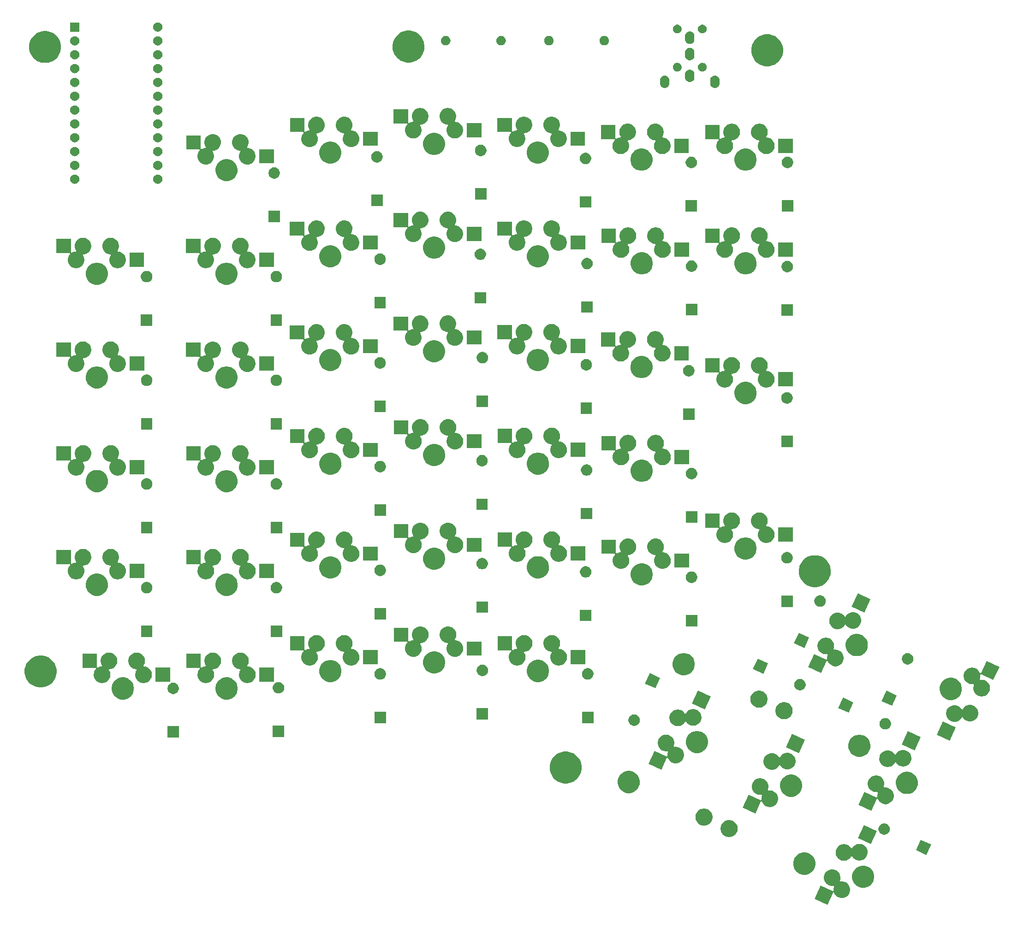
<source format=gbr>
G04 #@! TF.GenerationSoftware,KiCad,Pcbnew,(5.0.1-3-g963ef8bb5)*
G04 #@! TF.CreationDate,2018-11-24T15:25:41-08:00*
G04 #@! TF.ProjectId,ErgoMaxReversible,4572676F4D617852657665727369626C,rev?*
G04 #@! TF.SameCoordinates,Original*
G04 #@! TF.FileFunction,Soldermask,Top*
G04 #@! TF.FilePolarity,Negative*
%FSLAX46Y46*%
G04 Gerber Fmt 4.6, Leading zero omitted, Abs format (unit mm)*
G04 Created by KiCad (PCBNEW (5.0.1-3-g963ef8bb5)) date Saturday, November 24, 2018 at 03:25:41 pm*
%MOMM*%
%LPD*%
G01*
G04 APERTURE LIST*
%ADD10C,0.100000*%
G04 APERTURE END LIST*
D10*
G36*
X260071165Y-192109630D02*
X260218575Y-192138952D01*
X260496289Y-192253985D01*
X260746226Y-192420987D01*
X260958779Y-192633540D01*
X261125781Y-192883477D01*
X261240814Y-193161191D01*
X261299457Y-193456011D01*
X261299457Y-193756607D01*
X261241784Y-194046552D01*
X261240814Y-194051426D01*
X261202690Y-194143466D01*
X261195577Y-194166915D01*
X261193175Y-194191301D01*
X261195577Y-194215687D01*
X261202690Y-194239136D01*
X261214241Y-194260747D01*
X261229787Y-194279689D01*
X261248729Y-194295235D01*
X261270340Y-194306786D01*
X261293789Y-194313899D01*
X261318175Y-194316301D01*
X261342561Y-194313899D01*
X261388455Y-194304770D01*
X261689053Y-194304770D01*
X261747023Y-194316301D01*
X261983872Y-194363413D01*
X262261586Y-194478446D01*
X262511523Y-194645448D01*
X262724076Y-194858001D01*
X262891078Y-195107938D01*
X262928359Y-195197943D01*
X263006111Y-195385653D01*
X263064754Y-195680471D01*
X263064754Y-195981069D01*
X263055334Y-196028424D01*
X263006111Y-196275888D01*
X262891078Y-196553602D01*
X262724076Y-196803539D01*
X262511523Y-197016092D01*
X262261586Y-197183094D01*
X261983872Y-197298127D01*
X261836462Y-197327448D01*
X261689053Y-197356770D01*
X261388455Y-197356770D01*
X261241046Y-197327448D01*
X261093636Y-197298127D01*
X260815922Y-197183094D01*
X260565985Y-197016092D01*
X260353432Y-196803539D01*
X260186430Y-196553602D01*
X260129638Y-196416495D01*
X260118089Y-196394887D01*
X260102543Y-196375945D01*
X260083601Y-196360400D01*
X260061990Y-196348849D01*
X260038541Y-196341736D01*
X260014155Y-196339334D01*
X259989768Y-196341736D01*
X259966319Y-196348849D01*
X259944708Y-196360400D01*
X259925766Y-196375946D01*
X259910221Y-196394888D01*
X259900867Y-196411507D01*
X258891877Y-198575293D01*
X256533663Y-197475640D01*
X257654447Y-195072111D01*
X259834927Y-196088885D01*
X259858043Y-196097015D01*
X259882302Y-196100478D01*
X259906769Y-196099142D01*
X259930507Y-196093059D01*
X259952601Y-196082461D01*
X259972203Y-196067757D01*
X259988560Y-196049511D01*
X260001042Y-196028424D01*
X260009172Y-196005308D01*
X260012754Y-195975597D01*
X260012754Y-195680471D01*
X260071397Y-195385653D01*
X260109521Y-195293613D01*
X260116634Y-195270164D01*
X260119036Y-195245778D01*
X260116634Y-195221392D01*
X260109521Y-195197943D01*
X260097970Y-195176332D01*
X260082424Y-195157390D01*
X260063482Y-195141844D01*
X260041871Y-195130293D01*
X260018422Y-195123180D01*
X259994036Y-195120778D01*
X259969650Y-195123180D01*
X259923756Y-195132309D01*
X259623158Y-195132309D01*
X259475749Y-195102988D01*
X259328339Y-195073666D01*
X259050625Y-194958633D01*
X258800688Y-194791631D01*
X258588135Y-194579078D01*
X258421133Y-194329141D01*
X258306100Y-194051427D01*
X258247457Y-193756607D01*
X258247457Y-193456011D01*
X258306100Y-193161191D01*
X258421133Y-192883477D01*
X258588135Y-192633540D01*
X258800688Y-192420987D01*
X259050625Y-192253985D01*
X259328339Y-192138952D01*
X259475749Y-192109630D01*
X259623158Y-192080309D01*
X259923756Y-192080309D01*
X260071165Y-192109630D01*
X260071165Y-192109630D01*
G37*
G36*
X266046312Y-191488535D02*
X266046314Y-191488536D01*
X266046315Y-191488536D01*
X266417770Y-191642397D01*
X266750561Y-191864762D01*
X266752073Y-191865772D01*
X267036367Y-192150066D01*
X267036369Y-192150069D01*
X267259742Y-192484369D01*
X267409936Y-192846971D01*
X267413604Y-192855827D01*
X267474345Y-193161192D01*
X267492041Y-193250158D01*
X267492041Y-193652218D01*
X267413603Y-194046552D01*
X267259742Y-194418007D01*
X267152117Y-194579078D01*
X267036367Y-194752310D01*
X266752073Y-195036604D01*
X266752070Y-195036606D01*
X266417770Y-195259979D01*
X266046315Y-195413840D01*
X266046314Y-195413840D01*
X266046312Y-195413841D01*
X265651982Y-195492278D01*
X265249920Y-195492278D01*
X264855590Y-195413841D01*
X264855588Y-195413840D01*
X264855587Y-195413840D01*
X264484132Y-195259979D01*
X264149832Y-195036606D01*
X264149829Y-195036604D01*
X263865535Y-194752310D01*
X263749785Y-194579078D01*
X263642160Y-194418007D01*
X263488299Y-194046552D01*
X263409861Y-193652218D01*
X263409861Y-193250158D01*
X263427557Y-193161192D01*
X263488298Y-192855827D01*
X263491966Y-192846971D01*
X263642160Y-192484369D01*
X263865533Y-192150069D01*
X263865535Y-192150066D01*
X264149829Y-191865772D01*
X264151341Y-191864762D01*
X264484132Y-191642397D01*
X264855587Y-191488536D01*
X264855588Y-191488536D01*
X264855590Y-191488535D01*
X265249920Y-191410098D01*
X265651982Y-191410098D01*
X266046312Y-191488535D01*
X266046312Y-191488535D01*
G37*
G36*
X255255906Y-189068488D02*
X255255908Y-189068489D01*
X255255909Y-189068489D01*
X255628057Y-189222637D01*
X255962982Y-189446427D01*
X256247811Y-189731256D01*
X256471601Y-190066181D01*
X256625749Y-190438329D01*
X256704334Y-190833399D01*
X256704334Y-191236209D01*
X256625749Y-191631279D01*
X256471601Y-192003427D01*
X256247811Y-192338352D01*
X255962982Y-192623181D01*
X255628057Y-192846971D01*
X255255909Y-193001119D01*
X255255908Y-193001119D01*
X255255906Y-193001120D01*
X254860840Y-193079704D01*
X254458028Y-193079704D01*
X254062962Y-193001120D01*
X254062960Y-193001119D01*
X254062959Y-193001119D01*
X253690811Y-192846971D01*
X253355886Y-192623181D01*
X253071057Y-192338352D01*
X252847267Y-192003427D01*
X252693119Y-191631279D01*
X252614534Y-191236209D01*
X252614534Y-190833399D01*
X252693119Y-190438329D01*
X252847267Y-190066181D01*
X253071057Y-189731256D01*
X253355886Y-189446427D01*
X253690811Y-189222637D01*
X254062959Y-189068489D01*
X254062960Y-189068489D01*
X254062962Y-189068488D01*
X254458028Y-188989904D01*
X254860840Y-188989904D01*
X255255906Y-189068488D01*
X255255906Y-189068488D01*
G37*
G36*
X265056813Y-187428026D02*
X265204223Y-187457348D01*
X265481937Y-187572381D01*
X265731874Y-187739383D01*
X265944427Y-187951936D01*
X266111429Y-188201873D01*
X266226462Y-188479587D01*
X266241890Y-188557148D01*
X266285105Y-188774406D01*
X266285105Y-189075004D01*
X266269677Y-189152564D01*
X266226462Y-189369823D01*
X266111429Y-189647537D01*
X265944427Y-189897474D01*
X265731874Y-190110027D01*
X265481937Y-190277029D01*
X265204223Y-190392062D01*
X265056813Y-190421383D01*
X264909404Y-190450705D01*
X264608806Y-190450705D01*
X264461397Y-190421383D01*
X264313987Y-190392062D01*
X264036273Y-190277029D01*
X263786336Y-190110027D01*
X263573783Y-189897474D01*
X263469572Y-189741511D01*
X263454032Y-189722576D01*
X263435090Y-189707030D01*
X263413479Y-189695479D01*
X263390030Y-189688366D01*
X263365644Y-189685964D01*
X263341258Y-189688366D01*
X263317809Y-189695479D01*
X263296198Y-189707030D01*
X263277256Y-189722576D01*
X263261711Y-189741517D01*
X263105680Y-189975034D01*
X262893127Y-190187587D01*
X262643190Y-190354589D01*
X262365476Y-190469622D01*
X262218066Y-190498943D01*
X262070657Y-190528265D01*
X261770059Y-190528265D01*
X261622650Y-190498943D01*
X261475240Y-190469622D01*
X261197526Y-190354589D01*
X260947589Y-190187587D01*
X260735036Y-189975034D01*
X260568034Y-189725097D01*
X260453001Y-189447383D01*
X260408297Y-189222638D01*
X260394358Y-189152564D01*
X260394358Y-188851966D01*
X260453001Y-188557148D01*
X260485127Y-188479588D01*
X260568034Y-188279433D01*
X260735036Y-188029496D01*
X260947589Y-187816943D01*
X261197526Y-187649941D01*
X261475240Y-187534908D01*
X261622650Y-187505586D01*
X261770059Y-187476265D01*
X262070657Y-187476265D01*
X262218066Y-187505587D01*
X262365476Y-187534908D01*
X262643190Y-187649941D01*
X262893127Y-187816943D01*
X263105680Y-188029496D01*
X263209891Y-188185459D01*
X263225431Y-188204394D01*
X263244373Y-188219940D01*
X263265984Y-188231491D01*
X263289433Y-188238604D01*
X263313819Y-188241006D01*
X263338205Y-188238604D01*
X263361654Y-188231491D01*
X263383265Y-188219940D01*
X263402207Y-188204394D01*
X263417752Y-188185453D01*
X263466631Y-188112300D01*
X263573783Y-187951936D01*
X263786336Y-187739383D01*
X264036273Y-187572381D01*
X264313987Y-187457348D01*
X264461397Y-187428026D01*
X264608806Y-187398705D01*
X264909404Y-187398705D01*
X265056813Y-187428026D01*
X265056813Y-187428026D01*
G37*
G36*
X277960173Y-187559695D02*
X277071829Y-189464755D01*
X275166769Y-188576411D01*
X276055113Y-186671351D01*
X277960173Y-187559695D01*
X277960173Y-187559695D01*
G37*
G36*
X267998899Y-185055374D02*
X266878115Y-187458903D01*
X264519901Y-186359250D01*
X265640685Y-183955721D01*
X267998899Y-185055374D01*
X267998899Y-185055374D01*
G37*
G36*
X241306714Y-183079628D02*
X241425440Y-183128806D01*
X241593344Y-183198354D01*
X241851310Y-183370721D01*
X242070684Y-183590095D01*
X242243051Y-183848061D01*
X242361777Y-184134692D01*
X242422303Y-184438977D01*
X242422303Y-184749227D01*
X242361777Y-185053512D01*
X242243051Y-185340143D01*
X242070684Y-185598109D01*
X241851310Y-185817483D01*
X241593344Y-185989850D01*
X241425440Y-186059398D01*
X241306714Y-186108576D01*
X241002428Y-186169102D01*
X240692178Y-186169102D01*
X240387892Y-186108576D01*
X240269166Y-186059398D01*
X240101262Y-185989850D01*
X239843296Y-185817483D01*
X239623922Y-185598109D01*
X239451555Y-185340143D01*
X239332829Y-185053512D01*
X239272303Y-184749227D01*
X239272303Y-184438977D01*
X239332829Y-184134692D01*
X239451555Y-183848061D01*
X239623922Y-183590095D01*
X239843296Y-183370721D01*
X240101262Y-183198354D01*
X240269166Y-183128806D01*
X240387892Y-183079628D01*
X240540036Y-183049365D01*
X240692178Y-183019102D01*
X241002428Y-183019102D01*
X241306714Y-183079628D01*
X241306714Y-183079628D01*
G37*
G36*
X269619574Y-183676496D02*
X269810843Y-183755722D01*
X269982985Y-183870744D01*
X270129372Y-184017131D01*
X270244394Y-184189273D01*
X270323620Y-184380542D01*
X270364009Y-184583591D01*
X270364009Y-184790623D01*
X270323620Y-184993672D01*
X270244394Y-185184941D01*
X270129372Y-185357083D01*
X269982985Y-185503470D01*
X269810843Y-185618492D01*
X269619574Y-185697718D01*
X269416525Y-185738107D01*
X269209493Y-185738107D01*
X269006444Y-185697718D01*
X268815175Y-185618492D01*
X268643033Y-185503470D01*
X268496646Y-185357083D01*
X268381624Y-185184941D01*
X268302398Y-184993672D01*
X268262009Y-184790623D01*
X268262009Y-184583591D01*
X268302398Y-184380542D01*
X268381624Y-184189273D01*
X268496646Y-184017131D01*
X268643033Y-183870744D01*
X268815175Y-183755722D01*
X269006444Y-183676496D01*
X269209493Y-183636107D01*
X269416525Y-183636107D01*
X269619574Y-183676496D01*
X269619574Y-183676496D01*
G37*
G36*
X236697190Y-180965425D02*
X236815916Y-181014603D01*
X236983820Y-181084151D01*
X237241786Y-181256518D01*
X237461160Y-181475892D01*
X237633527Y-181733858D01*
X237752253Y-182020489D01*
X237812779Y-182324774D01*
X237812779Y-182635024D01*
X237752253Y-182939309D01*
X237633527Y-183225940D01*
X237461160Y-183483906D01*
X237241786Y-183703280D01*
X236983820Y-183875647D01*
X236815916Y-183945195D01*
X236697190Y-183994373D01*
X236582777Y-184017131D01*
X236392904Y-184054899D01*
X236082654Y-184054899D01*
X235892781Y-184017131D01*
X235778368Y-183994373D01*
X235659642Y-183945195D01*
X235491738Y-183875647D01*
X235233772Y-183703280D01*
X235014398Y-183483906D01*
X234842031Y-183225940D01*
X234723305Y-182939309D01*
X234662779Y-182635024D01*
X234662779Y-182324774D01*
X234723305Y-182020489D01*
X234842031Y-181733858D01*
X235014398Y-181475892D01*
X235233772Y-181256518D01*
X235491738Y-181084151D01*
X235659642Y-181014603D01*
X235778368Y-180965425D01*
X236082654Y-180904899D01*
X236392904Y-180904899D01*
X236697190Y-180965425D01*
X236697190Y-180965425D01*
G37*
G36*
X246843294Y-175385030D02*
X246990704Y-175414352D01*
X247268418Y-175529385D01*
X247518355Y-175696387D01*
X247730908Y-175908940D01*
X247897910Y-176158877D01*
X248012943Y-176436591D01*
X248042265Y-176584001D01*
X248071586Y-176731410D01*
X248071586Y-177032008D01*
X248060148Y-177089509D01*
X248012943Y-177326827D01*
X247980223Y-177405819D01*
X247974819Y-177418866D01*
X247967706Y-177442315D01*
X247965304Y-177466701D01*
X247967706Y-177491087D01*
X247974819Y-177514536D01*
X247986370Y-177536147D01*
X248001916Y-177555089D01*
X248020858Y-177570635D01*
X248042469Y-177582186D01*
X248065918Y-177589299D01*
X248090304Y-177591701D01*
X248114690Y-177589299D01*
X248160584Y-177580170D01*
X248461182Y-177580170D01*
X248519152Y-177591701D01*
X248756001Y-177638813D01*
X249033715Y-177753846D01*
X249283652Y-177920848D01*
X249496205Y-178133401D01*
X249663207Y-178383338D01*
X249700488Y-178473343D01*
X249778240Y-178661053D01*
X249836883Y-178955871D01*
X249836883Y-179256469D01*
X249825445Y-179313970D01*
X249778240Y-179551288D01*
X249663207Y-179829002D01*
X249496205Y-180078939D01*
X249283652Y-180291492D01*
X249033715Y-180458494D01*
X248756001Y-180573527D01*
X248608591Y-180602849D01*
X248461182Y-180632170D01*
X248160584Y-180632170D01*
X248013175Y-180602848D01*
X247865765Y-180573527D01*
X247588051Y-180458494D01*
X247338114Y-180291492D01*
X247125561Y-180078939D01*
X246958559Y-179829002D01*
X246901767Y-179691895D01*
X246890218Y-179670287D01*
X246874672Y-179651345D01*
X246855730Y-179635800D01*
X246834119Y-179624249D01*
X246810670Y-179617136D01*
X246786284Y-179614734D01*
X246761897Y-179617136D01*
X246738448Y-179624249D01*
X246716837Y-179635800D01*
X246697895Y-179651346D01*
X246682350Y-179670288D01*
X246672996Y-179686907D01*
X245664006Y-181850693D01*
X243305792Y-180751040D01*
X244426576Y-178347511D01*
X246607056Y-179364285D01*
X246630172Y-179372415D01*
X246654431Y-179375878D01*
X246678898Y-179374542D01*
X246702636Y-179368459D01*
X246724730Y-179357861D01*
X246744332Y-179343157D01*
X246760689Y-179324911D01*
X246773171Y-179303824D01*
X246781301Y-179280708D01*
X246784883Y-179250997D01*
X246784883Y-178955871D01*
X246843526Y-178661053D01*
X246881650Y-178569013D01*
X246888763Y-178545564D01*
X246891165Y-178521178D01*
X246888763Y-178496792D01*
X246881650Y-178473343D01*
X246870099Y-178451732D01*
X246854553Y-178432790D01*
X246835611Y-178417244D01*
X246814000Y-178405693D01*
X246790551Y-178398580D01*
X246766165Y-178396178D01*
X246741779Y-178398580D01*
X246695885Y-178407709D01*
X246395287Y-178407709D01*
X246247878Y-178378388D01*
X246100468Y-178349066D01*
X245822754Y-178234033D01*
X245572817Y-178067031D01*
X245360264Y-177854478D01*
X245193262Y-177604541D01*
X245078229Y-177326827D01*
X245031024Y-177089509D01*
X245019586Y-177032008D01*
X245019586Y-176731410D01*
X245048907Y-176584001D01*
X245078229Y-176436591D01*
X245193262Y-176158877D01*
X245360264Y-175908940D01*
X245572817Y-175696387D01*
X245822754Y-175529385D01*
X246100468Y-175414352D01*
X246247878Y-175385030D01*
X246395287Y-175355709D01*
X246695885Y-175355709D01*
X246843294Y-175385030D01*
X246843294Y-175385030D01*
G37*
G36*
X268104019Y-174869998D02*
X268251429Y-174899320D01*
X268529143Y-175014353D01*
X268779080Y-175181355D01*
X268991633Y-175393908D01*
X269158635Y-175643845D01*
X269273668Y-175921559D01*
X269302990Y-176068969D01*
X269320874Y-176158878D01*
X269332311Y-176216379D01*
X269332311Y-176516975D01*
X269274638Y-176806920D01*
X269273668Y-176811794D01*
X269235544Y-176903834D01*
X269228431Y-176927283D01*
X269226029Y-176951669D01*
X269228431Y-176976055D01*
X269235544Y-176999504D01*
X269247095Y-177021115D01*
X269262641Y-177040057D01*
X269281583Y-177055603D01*
X269303194Y-177067154D01*
X269326643Y-177074267D01*
X269351029Y-177076669D01*
X269375415Y-177074267D01*
X269421309Y-177065138D01*
X269721907Y-177065138D01*
X269779877Y-177076669D01*
X270016726Y-177123781D01*
X270294440Y-177238814D01*
X270544377Y-177405816D01*
X270756930Y-177618369D01*
X270923932Y-177868306D01*
X271013316Y-178084098D01*
X271038965Y-178146021D01*
X271097608Y-178440839D01*
X271097608Y-178741437D01*
X271092388Y-178767678D01*
X271038965Y-179036256D01*
X270923932Y-179313970D01*
X270756930Y-179563907D01*
X270544377Y-179776460D01*
X270294440Y-179943462D01*
X270016726Y-180058495D01*
X269913946Y-180078939D01*
X269721907Y-180117138D01*
X269421309Y-180117138D01*
X269229270Y-180078939D01*
X269126490Y-180058495D01*
X268848776Y-179943462D01*
X268598839Y-179776460D01*
X268386286Y-179563907D01*
X268219284Y-179313970D01*
X268162492Y-179176863D01*
X268150943Y-179155255D01*
X268135397Y-179136313D01*
X268116455Y-179120768D01*
X268094844Y-179109217D01*
X268071395Y-179102104D01*
X268047009Y-179099702D01*
X268022622Y-179102104D01*
X267999173Y-179109217D01*
X267977562Y-179120768D01*
X267958620Y-179136314D01*
X267943075Y-179155256D01*
X267933721Y-179171875D01*
X266924731Y-181335661D01*
X264566517Y-180236008D01*
X265687301Y-177832479D01*
X267867781Y-178849253D01*
X267890897Y-178857383D01*
X267915156Y-178860846D01*
X267939623Y-178859510D01*
X267963361Y-178853427D01*
X267985455Y-178842829D01*
X268005057Y-178828125D01*
X268021414Y-178809879D01*
X268033896Y-178788792D01*
X268042026Y-178765676D01*
X268045608Y-178735965D01*
X268045608Y-178440839D01*
X268104251Y-178146021D01*
X268136970Y-178067031D01*
X268142375Y-178053979D01*
X268149488Y-178030532D01*
X268151890Y-178006146D01*
X268149488Y-177981760D01*
X268142375Y-177958311D01*
X268130824Y-177936700D01*
X268115278Y-177917758D01*
X268096336Y-177902212D01*
X268074725Y-177890661D01*
X268051276Y-177883548D01*
X268026890Y-177881146D01*
X268002504Y-177883548D01*
X267956610Y-177892677D01*
X267656012Y-177892677D01*
X267463973Y-177854478D01*
X267361193Y-177834034D01*
X267083479Y-177719001D01*
X266833542Y-177551999D01*
X266620989Y-177339446D01*
X266453987Y-177089509D01*
X266338954Y-176811795D01*
X266280311Y-176516975D01*
X266280311Y-176216379D01*
X266291749Y-176158878D01*
X266309632Y-176068969D01*
X266338954Y-175921559D01*
X266453987Y-175643845D01*
X266620989Y-175393908D01*
X266833542Y-175181355D01*
X267083479Y-175014353D01*
X267361193Y-174899320D01*
X267508603Y-174869998D01*
X267656012Y-174840677D01*
X267956610Y-174840677D01*
X268104019Y-174869998D01*
X268104019Y-174869998D01*
G37*
G36*
X252818441Y-174763935D02*
X252818443Y-174763936D01*
X252818444Y-174763936D01*
X253189899Y-174917797D01*
X253522690Y-175140162D01*
X253524202Y-175141172D01*
X253808496Y-175425466D01*
X253808498Y-175425469D01*
X254031871Y-175759769D01*
X254135737Y-176010525D01*
X254185733Y-176131227D01*
X254264170Y-176525557D01*
X254264170Y-176927619D01*
X254202270Y-177238814D01*
X254185732Y-177321952D01*
X254031871Y-177693407D01*
X253892351Y-177902212D01*
X253808496Y-178027710D01*
X253524202Y-178312004D01*
X253524199Y-178312006D01*
X253189899Y-178535379D01*
X252818444Y-178689240D01*
X252818443Y-178689240D01*
X252818441Y-178689241D01*
X252424111Y-178767678D01*
X252022049Y-178767678D01*
X251627719Y-178689241D01*
X251627717Y-178689240D01*
X251627716Y-178689240D01*
X251256261Y-178535379D01*
X250921961Y-178312006D01*
X250921958Y-178312004D01*
X250637664Y-178027710D01*
X250553809Y-177902212D01*
X250414289Y-177693407D01*
X250260428Y-177321952D01*
X250243891Y-177238814D01*
X250181990Y-176927619D01*
X250181990Y-176525557D01*
X250260427Y-176131227D01*
X250310423Y-176010525D01*
X250414289Y-175759769D01*
X250637662Y-175425469D01*
X250637664Y-175425466D01*
X250921958Y-175141172D01*
X250923470Y-175140162D01*
X251256261Y-174917797D01*
X251627716Y-174763936D01*
X251627717Y-174763936D01*
X251627719Y-174763935D01*
X252022049Y-174685498D01*
X252424111Y-174685498D01*
X252818441Y-174763935D01*
X252818441Y-174763935D01*
G37*
G36*
X274079166Y-174248903D02*
X274079168Y-174248904D01*
X274079169Y-174248904D01*
X274450624Y-174402765D01*
X274783415Y-174625130D01*
X274784927Y-174626140D01*
X275069221Y-174910434D01*
X275069223Y-174910437D01*
X275292596Y-175244737D01*
X275446457Y-175616192D01*
X275446458Y-175616195D01*
X275524895Y-176010525D01*
X275524895Y-176412587D01*
X275480521Y-176635673D01*
X275446457Y-176806920D01*
X275292596Y-177178375D01*
X275193403Y-177326827D01*
X275069221Y-177512678D01*
X274784927Y-177796972D01*
X274784924Y-177796974D01*
X274450624Y-178020347D01*
X274079169Y-178174208D01*
X274079168Y-178174208D01*
X274079166Y-178174209D01*
X273684836Y-178252646D01*
X273282774Y-178252646D01*
X272888444Y-178174209D01*
X272888442Y-178174208D01*
X272888441Y-178174208D01*
X272516986Y-178020347D01*
X272182686Y-177796974D01*
X272182683Y-177796972D01*
X271898389Y-177512678D01*
X271774207Y-177326827D01*
X271675014Y-177178375D01*
X271521153Y-176806920D01*
X271487090Y-176635673D01*
X271442715Y-176412587D01*
X271442715Y-176010525D01*
X271521152Y-175616195D01*
X271521153Y-175616192D01*
X271675014Y-175244737D01*
X271898387Y-174910437D01*
X271898389Y-174910434D01*
X272182683Y-174626140D01*
X272184195Y-174625130D01*
X272516986Y-174402765D01*
X272888441Y-174248904D01*
X272888442Y-174248904D01*
X272888444Y-174248903D01*
X273282774Y-174170466D01*
X273684836Y-174170466D01*
X274079166Y-174248903D01*
X274079166Y-174248903D01*
G37*
G36*
X223022120Y-174072882D02*
X223022122Y-174072883D01*
X223022123Y-174072883D01*
X223394271Y-174227031D01*
X223729196Y-174450821D01*
X224014025Y-174735650D01*
X224237815Y-175070575D01*
X224371742Y-175393906D01*
X224391964Y-175442726D01*
X224470548Y-175837792D01*
X224470548Y-176240604D01*
X224413867Y-176525558D01*
X224391963Y-176635673D01*
X224237815Y-177007821D01*
X224014025Y-177342746D01*
X223729196Y-177627575D01*
X223394271Y-177851365D01*
X223022123Y-178005513D01*
X223022122Y-178005513D01*
X223022120Y-178005514D01*
X222627054Y-178084098D01*
X222224242Y-178084098D01*
X221829176Y-178005514D01*
X221829174Y-178005513D01*
X221829173Y-178005513D01*
X221457025Y-177851365D01*
X221122100Y-177627575D01*
X220837271Y-177342746D01*
X220613481Y-177007821D01*
X220459333Y-176635673D01*
X220437430Y-176525558D01*
X220380748Y-176240604D01*
X220380748Y-175837792D01*
X220459332Y-175442726D01*
X220479554Y-175393906D01*
X220613481Y-175070575D01*
X220837271Y-174735650D01*
X221122100Y-174450821D01*
X221457025Y-174227031D01*
X221829173Y-174072883D01*
X221829174Y-174072883D01*
X221829176Y-174072882D01*
X222224242Y-173994298D01*
X222627054Y-173994298D01*
X223022120Y-174072882D01*
X223022120Y-174072882D01*
G37*
G36*
X211438531Y-170502998D02*
X211698481Y-170554705D01*
X211911334Y-170642872D01*
X212232379Y-170775853D01*
X212712880Y-171096913D01*
X213121504Y-171505537D01*
X213442564Y-171986038D01*
X213502274Y-172130191D01*
X213663712Y-172519936D01*
X213682420Y-172613990D01*
X213762568Y-173016918D01*
X213776452Y-173086721D01*
X213776452Y-173664609D01*
X213663712Y-174231394D01*
X213592727Y-174402766D01*
X213442564Y-174765292D01*
X213121504Y-175245793D01*
X212712880Y-175654417D01*
X212232379Y-175975477D01*
X211919629Y-176105022D01*
X211698481Y-176196625D01*
X211599175Y-176216378D01*
X211131698Y-176309365D01*
X210553806Y-176309365D01*
X210086329Y-176216378D01*
X209987023Y-176196625D01*
X209765875Y-176105022D01*
X209453125Y-175975477D01*
X208972624Y-175654417D01*
X208564000Y-175245793D01*
X208242940Y-174765292D01*
X208092777Y-174402766D01*
X208021792Y-174231394D01*
X207909052Y-173664609D01*
X207909052Y-173086721D01*
X207922937Y-173016918D01*
X208003084Y-172613990D01*
X208021792Y-172519936D01*
X208183230Y-172130191D01*
X208242940Y-171986038D01*
X208564000Y-171505537D01*
X208972624Y-171096913D01*
X209453125Y-170775853D01*
X209774170Y-170642872D01*
X209987023Y-170554705D01*
X210246973Y-170502998D01*
X210553806Y-170441965D01*
X211131698Y-170441965D01*
X211438531Y-170502998D01*
X211438531Y-170502998D01*
G37*
G36*
X229492451Y-167350898D02*
X229720060Y-167396172D01*
X229997774Y-167511205D01*
X230247711Y-167678207D01*
X230460264Y-167890760D01*
X230627266Y-168140697D01*
X230742299Y-168418411D01*
X230800942Y-168713231D01*
X230800942Y-169013827D01*
X230743269Y-169303772D01*
X230742299Y-169308646D01*
X230704175Y-169400686D01*
X230697062Y-169424135D01*
X230694660Y-169448521D01*
X230697062Y-169472907D01*
X230704175Y-169496356D01*
X230715726Y-169517967D01*
X230731272Y-169536909D01*
X230750214Y-169552455D01*
X230771825Y-169564006D01*
X230795274Y-169571119D01*
X230819660Y-169573521D01*
X230844046Y-169571119D01*
X230889940Y-169561990D01*
X231190538Y-169561990D01*
X231248508Y-169573521D01*
X231485357Y-169620633D01*
X231763071Y-169735666D01*
X232013008Y-169902668D01*
X232225561Y-170115221D01*
X232392563Y-170365158D01*
X232507596Y-170642872D01*
X232518829Y-170699346D01*
X232566239Y-170937691D01*
X232566239Y-171238289D01*
X232556819Y-171285644D01*
X232507596Y-171533108D01*
X232392563Y-171810822D01*
X232225561Y-172060759D01*
X232013008Y-172273312D01*
X231763071Y-172440314D01*
X231485357Y-172555347D01*
X231337947Y-172584669D01*
X231190538Y-172613990D01*
X230889940Y-172613990D01*
X230742531Y-172584669D01*
X230595121Y-172555347D01*
X230317407Y-172440314D01*
X230067470Y-172273312D01*
X229854917Y-172060759D01*
X229687915Y-171810822D01*
X229631123Y-171673715D01*
X229619574Y-171652107D01*
X229604028Y-171633165D01*
X229585086Y-171617620D01*
X229563475Y-171606069D01*
X229540026Y-171598956D01*
X229515640Y-171596554D01*
X229491253Y-171598956D01*
X229467804Y-171606069D01*
X229446193Y-171617620D01*
X229427251Y-171633166D01*
X229411706Y-171652108D01*
X229402352Y-171668727D01*
X228393362Y-173832513D01*
X226035148Y-172732860D01*
X227155932Y-170329331D01*
X229336412Y-171346105D01*
X229359528Y-171354235D01*
X229383787Y-171357698D01*
X229408254Y-171356362D01*
X229431992Y-171350279D01*
X229454086Y-171339681D01*
X229473688Y-171324977D01*
X229490045Y-171306731D01*
X229502527Y-171285644D01*
X229510657Y-171262528D01*
X229514239Y-171232817D01*
X229514239Y-170937691D01*
X229561649Y-170699346D01*
X229572882Y-170642872D01*
X229611006Y-170550831D01*
X229618119Y-170527384D01*
X229620521Y-170502998D01*
X229618119Y-170478612D01*
X229611006Y-170455163D01*
X229599455Y-170433552D01*
X229583909Y-170414610D01*
X229564967Y-170399064D01*
X229543356Y-170387513D01*
X229519907Y-170380400D01*
X229495521Y-170377998D01*
X229471135Y-170380400D01*
X229425241Y-170389529D01*
X229124643Y-170389529D01*
X228977234Y-170360207D01*
X228829824Y-170330886D01*
X228552110Y-170215853D01*
X228302173Y-170048851D01*
X228089620Y-169836298D01*
X227922618Y-169586361D01*
X227807585Y-169308647D01*
X227748942Y-169013827D01*
X227748942Y-168713231D01*
X227807585Y-168418411D01*
X227922618Y-168140697D01*
X228089620Y-167890760D01*
X228302173Y-167678207D01*
X228552110Y-167511205D01*
X228829824Y-167396172D01*
X229057433Y-167350898D01*
X229124643Y-167337529D01*
X229425241Y-167337529D01*
X229492451Y-167350898D01*
X229492451Y-167350898D01*
G37*
G36*
X251808428Y-170699346D02*
X251976352Y-170732748D01*
X252254066Y-170847781D01*
X252504003Y-171014783D01*
X252716556Y-171227336D01*
X252883558Y-171477273D01*
X252998591Y-171754987D01*
X253014019Y-171832548D01*
X253057234Y-172049806D01*
X253057234Y-172350404D01*
X253041806Y-172427964D01*
X252998591Y-172645223D01*
X252883558Y-172922937D01*
X252716556Y-173172874D01*
X252504003Y-173385427D01*
X252254066Y-173552429D01*
X251976352Y-173667462D01*
X251828942Y-173696783D01*
X251681533Y-173726105D01*
X251380935Y-173726105D01*
X251233526Y-173696783D01*
X251086116Y-173667462D01*
X250808402Y-173552429D01*
X250558465Y-173385427D01*
X250345912Y-173172874D01*
X250241701Y-173016911D01*
X250226161Y-172997976D01*
X250207219Y-172982430D01*
X250185608Y-172970879D01*
X250162159Y-172963766D01*
X250137773Y-172961364D01*
X250113387Y-172963766D01*
X250089938Y-172970879D01*
X250068327Y-172982430D01*
X250049385Y-172997976D01*
X250033840Y-173016917D01*
X249987198Y-173086721D01*
X249877809Y-173250434D01*
X249665256Y-173462987D01*
X249415319Y-173629989D01*
X249137605Y-173745022D01*
X248990195Y-173774344D01*
X248842786Y-173803665D01*
X248542188Y-173803665D01*
X248394779Y-173774343D01*
X248247369Y-173745022D01*
X247969655Y-173629989D01*
X247719718Y-173462987D01*
X247507165Y-173250434D01*
X247340163Y-173000497D01*
X247225130Y-172722783D01*
X247177925Y-172485465D01*
X247166487Y-172427964D01*
X247166487Y-172127366D01*
X247225130Y-171832548D01*
X247225130Y-171832547D01*
X247340163Y-171554833D01*
X247507165Y-171304896D01*
X247719718Y-171092343D01*
X247969655Y-170925341D01*
X248247369Y-170810308D01*
X248420587Y-170775853D01*
X248542188Y-170751665D01*
X248842786Y-170751665D01*
X248964387Y-170775853D01*
X249137605Y-170810308D01*
X249415319Y-170925341D01*
X249665256Y-171092343D01*
X249877809Y-171304896D01*
X249982020Y-171460859D01*
X249997560Y-171479794D01*
X250016502Y-171495340D01*
X250038113Y-171506891D01*
X250061562Y-171514004D01*
X250085948Y-171516406D01*
X250110334Y-171514004D01*
X250133783Y-171506891D01*
X250155394Y-171495340D01*
X250174336Y-171479794D01*
X250189881Y-171460853D01*
X250261121Y-171354235D01*
X250345912Y-171227336D01*
X250558465Y-171014783D01*
X250808402Y-170847781D01*
X251086116Y-170732748D01*
X251254040Y-170699346D01*
X251380935Y-170674105D01*
X251681533Y-170674105D01*
X251808428Y-170699346D01*
X251808428Y-170699346D01*
G37*
G36*
X273089667Y-170188394D02*
X273237077Y-170217716D01*
X273514791Y-170332749D01*
X273764728Y-170499751D01*
X273977281Y-170712304D01*
X274144283Y-170962241D01*
X274259316Y-171239955D01*
X274274744Y-171317516D01*
X274317959Y-171534774D01*
X274317959Y-171835372D01*
X274302531Y-171912932D01*
X274259316Y-172130191D01*
X274144283Y-172407905D01*
X273977281Y-172657842D01*
X273764728Y-172870395D01*
X273514791Y-173037397D01*
X273237077Y-173152430D01*
X273134297Y-173172874D01*
X272942258Y-173211073D01*
X272641660Y-173211073D01*
X272449621Y-173172874D01*
X272346841Y-173152430D01*
X272069127Y-173037397D01*
X271819190Y-172870395D01*
X271606637Y-172657842D01*
X271502426Y-172501879D01*
X271486886Y-172482944D01*
X271467944Y-172467398D01*
X271446333Y-172455847D01*
X271422884Y-172448734D01*
X271398498Y-172446332D01*
X271374112Y-172448734D01*
X271350663Y-172455847D01*
X271329052Y-172467398D01*
X271310110Y-172482944D01*
X271294565Y-172501885D01*
X271245686Y-172575038D01*
X271138534Y-172735402D01*
X270925981Y-172947955D01*
X270676044Y-173114957D01*
X270398330Y-173229990D01*
X270295550Y-173250434D01*
X270103511Y-173288633D01*
X269802913Y-173288633D01*
X269610874Y-173250434D01*
X269508094Y-173229990D01*
X269230380Y-173114957D01*
X268980443Y-172947955D01*
X268767890Y-172735402D01*
X268600888Y-172485465D01*
X268485855Y-172207751D01*
X268427212Y-171912931D01*
X268427212Y-171612335D01*
X268438650Y-171554834D01*
X268485855Y-171317516D01*
X268491083Y-171304894D01*
X268600888Y-171039801D01*
X268767890Y-170789864D01*
X268980443Y-170577311D01*
X269230380Y-170410309D01*
X269508094Y-170295276D01*
X269655504Y-170265955D01*
X269802913Y-170236633D01*
X270103511Y-170236633D01*
X270250920Y-170265955D01*
X270398330Y-170295276D01*
X270676044Y-170410309D01*
X270925981Y-170577311D01*
X271138534Y-170789864D01*
X271242745Y-170945827D01*
X271258285Y-170964762D01*
X271277227Y-170980308D01*
X271298838Y-170991859D01*
X271322287Y-170998972D01*
X271346673Y-171001374D01*
X271371059Y-170998972D01*
X271394508Y-170991859D01*
X271416119Y-170980308D01*
X271435061Y-170964762D01*
X271450606Y-170945821D01*
X271499485Y-170872668D01*
X271606637Y-170712304D01*
X271819190Y-170499751D01*
X272069127Y-170332749D01*
X272346841Y-170217716D01*
X272494251Y-170188394D01*
X272641660Y-170159073D01*
X272942258Y-170159073D01*
X273089667Y-170188394D01*
X273089667Y-170188394D01*
G37*
G36*
X265346340Y-167429482D02*
X265346342Y-167429483D01*
X265346343Y-167429483D01*
X265718491Y-167583631D01*
X266053416Y-167807421D01*
X266338245Y-168092250D01*
X266562035Y-168427175D01*
X266716183Y-168799323D01*
X266716184Y-168799326D01*
X266794768Y-169194392D01*
X266794768Y-169597204D01*
X266747209Y-169836300D01*
X266716183Y-169992273D01*
X266562035Y-170364421D01*
X266338245Y-170699346D01*
X266053416Y-170984175D01*
X265718491Y-171207965D01*
X265346343Y-171362113D01*
X265346342Y-171362113D01*
X265346340Y-171362114D01*
X264951274Y-171440698D01*
X264548462Y-171440698D01*
X264153396Y-171362114D01*
X264153394Y-171362113D01*
X264153393Y-171362113D01*
X263781245Y-171207965D01*
X263446320Y-170984175D01*
X263161491Y-170699346D01*
X262937701Y-170364421D01*
X262783553Y-169992273D01*
X262752528Y-169836300D01*
X262704968Y-169597204D01*
X262704968Y-169194392D01*
X262783552Y-168799326D01*
X262783553Y-168799323D01*
X262937701Y-168427175D01*
X263161491Y-168092250D01*
X263446320Y-167807421D01*
X263781245Y-167583631D01*
X264153393Y-167429483D01*
X264153394Y-167429483D01*
X264153396Y-167429482D01*
X264548462Y-167350898D01*
X264951274Y-167350898D01*
X265346340Y-167429482D01*
X265346340Y-167429482D01*
G37*
G36*
X235547797Y-166745755D02*
X235547799Y-166745756D01*
X235547800Y-166745756D01*
X235919255Y-166899617D01*
X236252046Y-167121982D01*
X236253558Y-167122992D01*
X236537852Y-167407286D01*
X236537854Y-167407289D01*
X236761227Y-167741589D01*
X236906474Y-168092248D01*
X236915089Y-168113047D01*
X236980494Y-168441860D01*
X236993526Y-168507378D01*
X236993526Y-168909438D01*
X236915088Y-169303772D01*
X236761227Y-169675227D01*
X236653602Y-169836298D01*
X236537852Y-170009530D01*
X236253558Y-170293824D01*
X236253555Y-170293826D01*
X235919255Y-170517199D01*
X235547800Y-170671060D01*
X235547799Y-170671060D01*
X235547797Y-170671061D01*
X235153467Y-170749498D01*
X234751405Y-170749498D01*
X234357075Y-170671061D01*
X234357073Y-170671060D01*
X234357072Y-170671060D01*
X233985617Y-170517199D01*
X233651317Y-170293826D01*
X233651314Y-170293824D01*
X233367020Y-170009530D01*
X233251270Y-169836298D01*
X233143645Y-169675227D01*
X232989784Y-169303772D01*
X232911346Y-168909438D01*
X232911346Y-168507378D01*
X232924378Y-168441860D01*
X232989783Y-168113047D01*
X232998398Y-168092248D01*
X233143645Y-167741589D01*
X233367018Y-167407289D01*
X233367020Y-167407286D01*
X233651314Y-167122992D01*
X233652826Y-167121982D01*
X233985617Y-166899617D01*
X234357072Y-166745756D01*
X234357073Y-166745756D01*
X234357075Y-166745755D01*
X234751405Y-166667318D01*
X235153467Y-166667318D01*
X235547797Y-166745755D01*
X235547797Y-166745755D01*
G37*
G36*
X254771028Y-168330774D02*
X253650244Y-170734303D01*
X251292030Y-169634650D01*
X252412814Y-167231121D01*
X254771028Y-168330774D01*
X254771028Y-168330774D01*
G37*
G36*
X276031753Y-167815742D02*
X274910969Y-170219271D01*
X272552755Y-169119618D01*
X273673539Y-166716089D01*
X276031753Y-167815742D01*
X276031753Y-167815742D01*
G37*
G36*
X282465732Y-166038331D02*
X281344948Y-168441860D01*
X278986734Y-167342207D01*
X280107518Y-164938678D01*
X282465732Y-166038331D01*
X282465732Y-166038331D01*
G37*
G36*
X139862000Y-167900560D02*
X137760000Y-167900560D01*
X137760000Y-165798560D01*
X139862000Y-165798560D01*
X139862000Y-167900560D01*
X139862000Y-167900560D01*
G37*
G36*
X159173620Y-167788800D02*
X157071620Y-167788800D01*
X157071620Y-165686800D01*
X159173620Y-165686800D01*
X159173620Y-167788800D01*
X159173620Y-167788800D01*
G37*
G36*
X269818996Y-164324442D02*
X270010265Y-164403668D01*
X270182407Y-164518690D01*
X270328794Y-164665077D01*
X270443816Y-164837219D01*
X270523042Y-165028488D01*
X270563431Y-165231537D01*
X270563431Y-165438569D01*
X270523042Y-165641618D01*
X270443816Y-165832887D01*
X270328794Y-166005029D01*
X270182407Y-166151416D01*
X270010265Y-166266438D01*
X269818996Y-166345664D01*
X269615947Y-166386053D01*
X269408915Y-166386053D01*
X269205866Y-166345664D01*
X269014597Y-166266438D01*
X268842455Y-166151416D01*
X268696068Y-166005029D01*
X268581046Y-165832887D01*
X268501820Y-165641618D01*
X268461431Y-165438569D01*
X268461431Y-165231537D01*
X268501820Y-165028488D01*
X268581046Y-164837219D01*
X268696068Y-164665077D01*
X268842455Y-164518690D01*
X269014597Y-164403668D01*
X269205866Y-164324442D01*
X269408915Y-164284053D01*
X269615947Y-164284053D01*
X269818996Y-164324442D01*
X269818996Y-164324442D01*
G37*
G36*
X234558298Y-162685246D02*
X234705708Y-162714568D01*
X234983422Y-162829601D01*
X235233359Y-162996603D01*
X235445912Y-163209156D01*
X235612914Y-163459093D01*
X235727947Y-163736807D01*
X235743375Y-163814368D01*
X235786590Y-164031626D01*
X235786590Y-164332224D01*
X235771162Y-164409784D01*
X235727947Y-164627043D01*
X235612914Y-164904757D01*
X235445912Y-165154694D01*
X235233359Y-165367247D01*
X234983422Y-165534249D01*
X234705708Y-165649282D01*
X234558298Y-165678604D01*
X234410889Y-165707925D01*
X234110291Y-165707925D01*
X233962882Y-165678604D01*
X233815472Y-165649282D01*
X233537758Y-165534249D01*
X233287821Y-165367247D01*
X233075268Y-165154694D01*
X232971057Y-164998731D01*
X232955517Y-164979796D01*
X232936575Y-164964250D01*
X232914964Y-164952699D01*
X232891515Y-164945586D01*
X232867129Y-164943184D01*
X232842743Y-164945586D01*
X232819294Y-164952699D01*
X232797683Y-164964250D01*
X232778741Y-164979796D01*
X232763196Y-164998737D01*
X232743317Y-165028488D01*
X232607165Y-165232254D01*
X232394612Y-165444807D01*
X232144675Y-165611809D01*
X231866961Y-165726842D01*
X231774412Y-165745251D01*
X231572142Y-165785485D01*
X231271544Y-165785485D01*
X231069274Y-165745251D01*
X230976725Y-165726842D01*
X230699011Y-165611809D01*
X230449074Y-165444807D01*
X230236521Y-165232254D01*
X230069519Y-164982317D01*
X229954486Y-164704603D01*
X229917505Y-164518688D01*
X229895843Y-164409784D01*
X229895843Y-164109186D01*
X229954486Y-163814368D01*
X229975818Y-163762867D01*
X230069519Y-163536653D01*
X230236521Y-163286716D01*
X230449074Y-163074163D01*
X230699011Y-162907161D01*
X230976725Y-162792128D01*
X231124135Y-162762807D01*
X231271544Y-162733485D01*
X231572142Y-162733485D01*
X231719551Y-162762807D01*
X231866961Y-162792128D01*
X232144675Y-162907161D01*
X232394612Y-163074163D01*
X232607165Y-163286716D01*
X232711376Y-163442679D01*
X232726916Y-163461614D01*
X232745858Y-163477160D01*
X232767469Y-163488711D01*
X232790918Y-163495824D01*
X232815304Y-163498226D01*
X232839690Y-163495824D01*
X232863139Y-163488711D01*
X232884750Y-163477160D01*
X232903692Y-163461614D01*
X232919237Y-163442673D01*
X232980619Y-163350809D01*
X233075268Y-163209156D01*
X233287821Y-162996603D01*
X233537758Y-162829601D01*
X233815472Y-162714568D01*
X233962882Y-162685246D01*
X234110291Y-162655925D01*
X234410889Y-162655925D01*
X234558298Y-162685246D01*
X234558298Y-162685246D01*
G37*
G36*
X223723592Y-163683640D02*
X223914861Y-163762866D01*
X224087003Y-163877888D01*
X224233390Y-164024275D01*
X224348412Y-164196417D01*
X224427638Y-164387686D01*
X224468027Y-164590735D01*
X224468027Y-164797767D01*
X224427638Y-165000816D01*
X224348412Y-165192085D01*
X224233390Y-165364227D01*
X224087003Y-165510614D01*
X223914861Y-165625636D01*
X223723592Y-165704862D01*
X223520543Y-165745251D01*
X223313511Y-165745251D01*
X223110462Y-165704862D01*
X222919193Y-165625636D01*
X222747051Y-165510614D01*
X222600664Y-165364227D01*
X222485642Y-165192085D01*
X222406416Y-165000816D01*
X222366027Y-164797767D01*
X222366027Y-164590735D01*
X222406416Y-164387686D01*
X222485642Y-164196417D01*
X222600664Y-164024275D01*
X222747051Y-163877888D01*
X222919193Y-163762866D01*
X223110462Y-163683640D01*
X223313511Y-163643251D01*
X223520543Y-163643251D01*
X223723592Y-163683640D01*
X223723592Y-163683640D01*
G37*
G36*
X177855161Y-165240326D02*
X175753161Y-165240326D01*
X175753161Y-163138326D01*
X177855161Y-163138326D01*
X177855161Y-165240326D01*
X177855161Y-165240326D01*
G37*
G36*
X215955161Y-165220326D02*
X213853161Y-165220326D01*
X213853161Y-163118326D01*
X215955161Y-163118326D01*
X215955161Y-165220326D01*
X215955161Y-165220326D01*
G37*
G36*
X285362983Y-161898637D02*
X285510393Y-161927959D01*
X285788107Y-162042992D01*
X286038044Y-162209994D01*
X286250597Y-162422547D01*
X286417599Y-162672484D01*
X286532632Y-162950198D01*
X286548060Y-163027759D01*
X286591275Y-163245017D01*
X286591275Y-163545615D01*
X286575847Y-163623175D01*
X286532632Y-163840434D01*
X286417599Y-164118148D01*
X286250597Y-164368085D01*
X286038044Y-164580638D01*
X285788107Y-164747640D01*
X285510393Y-164862673D01*
X285362983Y-164891995D01*
X285215574Y-164921316D01*
X284914976Y-164921316D01*
X284767567Y-164891995D01*
X284620157Y-164862673D01*
X284342443Y-164747640D01*
X284092506Y-164580638D01*
X283879953Y-164368085D01*
X283775742Y-164212122D01*
X283760202Y-164193187D01*
X283741260Y-164177641D01*
X283719649Y-164166090D01*
X283696200Y-164158977D01*
X283671814Y-164156575D01*
X283647428Y-164158977D01*
X283623979Y-164166090D01*
X283602368Y-164177641D01*
X283583426Y-164193187D01*
X283567881Y-164212128D01*
X283411850Y-164445645D01*
X283199297Y-164658198D01*
X282949360Y-164825200D01*
X282671646Y-164940233D01*
X282524236Y-164969555D01*
X282376827Y-164998876D01*
X282076229Y-164998876D01*
X281928820Y-164969555D01*
X281781410Y-164940233D01*
X281503696Y-164825200D01*
X281253759Y-164658198D01*
X281041206Y-164445645D01*
X280874204Y-164195708D01*
X280759171Y-163917994D01*
X280729850Y-163770584D01*
X280700528Y-163623175D01*
X280700528Y-163322577D01*
X280759171Y-163027759D01*
X280791297Y-162950199D01*
X280874204Y-162750044D01*
X281041206Y-162500107D01*
X281253759Y-162287554D01*
X281503696Y-162120552D01*
X281781410Y-162005519D01*
X281928820Y-161976198D01*
X282076229Y-161946876D01*
X282376827Y-161946876D01*
X282524236Y-161976198D01*
X282671646Y-162005519D01*
X282949360Y-162120552D01*
X283199297Y-162287554D01*
X283411850Y-162500107D01*
X283516061Y-162656070D01*
X283531601Y-162675005D01*
X283550543Y-162690551D01*
X283572154Y-162702102D01*
X283595603Y-162709215D01*
X283619989Y-162711617D01*
X283644375Y-162709215D01*
X283667824Y-162702102D01*
X283689435Y-162690551D01*
X283708377Y-162675005D01*
X283723922Y-162656064D01*
X283772801Y-162582911D01*
X283879953Y-162422547D01*
X284092506Y-162209994D01*
X284342443Y-162042992D01*
X284620157Y-161927959D01*
X284767567Y-161898638D01*
X284914976Y-161869316D01*
X285215574Y-161869316D01*
X285362983Y-161898637D01*
X285362983Y-161898637D01*
G37*
G36*
X196610680Y-164598560D02*
X194508680Y-164598560D01*
X194508680Y-162496560D01*
X196610680Y-162496560D01*
X196610680Y-164598560D01*
X196610680Y-164598560D01*
G37*
G36*
X251397148Y-161440623D02*
X251515874Y-161489801D01*
X251683778Y-161559349D01*
X251941744Y-161731716D01*
X252161118Y-161951090D01*
X252333485Y-162209056D01*
X252344911Y-162236641D01*
X252452211Y-162495686D01*
X252512737Y-162799973D01*
X252512737Y-163110221D01*
X252452211Y-163414508D01*
X252421475Y-163488711D01*
X252333485Y-163701138D01*
X252161118Y-163959104D01*
X251941744Y-164178478D01*
X251683778Y-164350845D01*
X251541486Y-164409784D01*
X251397148Y-164469571D01*
X251245004Y-164499834D01*
X251092862Y-164530097D01*
X250782612Y-164530097D01*
X250630470Y-164499834D01*
X250478326Y-164469571D01*
X250333988Y-164409784D01*
X250191696Y-164350845D01*
X249933730Y-164178478D01*
X249714356Y-163959104D01*
X249541989Y-163701138D01*
X249453999Y-163488711D01*
X249423263Y-163414508D01*
X249362737Y-163110221D01*
X249362737Y-162799973D01*
X249423263Y-162495686D01*
X249530563Y-162236641D01*
X249541989Y-162209056D01*
X249714356Y-161951090D01*
X249933730Y-161731716D01*
X250191696Y-161559349D01*
X250359600Y-161489801D01*
X250478326Y-161440623D01*
X250782612Y-161380097D01*
X251092862Y-161380097D01*
X251397148Y-161440623D01*
X251397148Y-161440623D01*
G37*
G36*
X263658671Y-161445749D02*
X262770327Y-163350809D01*
X260865267Y-162462465D01*
X261753611Y-160557405D01*
X263658671Y-161445749D01*
X263658671Y-161445749D01*
G37*
G36*
X237500384Y-160312594D02*
X236379600Y-162716123D01*
X234021386Y-161616470D01*
X235142170Y-159212941D01*
X237500384Y-160312594D01*
X237500384Y-160312594D01*
G37*
G36*
X246787624Y-159326420D02*
X246906350Y-159375598D01*
X247074254Y-159445146D01*
X247332220Y-159617513D01*
X247551594Y-159836887D01*
X247723961Y-160094853D01*
X247842687Y-160381484D01*
X247903213Y-160685769D01*
X247903213Y-160996019D01*
X247842687Y-161300304D01*
X247723961Y-161586935D01*
X247551594Y-161844901D01*
X247332220Y-162064275D01*
X247074254Y-162236642D01*
X246906350Y-162306190D01*
X246787624Y-162355368D01*
X246635480Y-162385631D01*
X246483338Y-162415894D01*
X246173088Y-162415894D01*
X246020946Y-162385631D01*
X245868802Y-162355368D01*
X245750076Y-162306190D01*
X245582172Y-162236642D01*
X245324206Y-162064275D01*
X245104832Y-161844901D01*
X244932465Y-161586935D01*
X244813739Y-161300304D01*
X244753213Y-160996019D01*
X244753213Y-160685769D01*
X244813739Y-160381484D01*
X244932465Y-160094853D01*
X245104832Y-159836887D01*
X245324206Y-159617513D01*
X245582172Y-159445146D01*
X245750076Y-159375598D01*
X245868802Y-159326420D01*
X246173088Y-159265894D01*
X246483338Y-159265894D01*
X246787624Y-159326420D01*
X246787624Y-159326420D01*
G37*
G36*
X271623389Y-160162533D02*
X270735045Y-162067593D01*
X268829985Y-161179249D01*
X269718329Y-159274189D01*
X271623389Y-160162533D01*
X271623389Y-160162533D01*
G37*
G36*
X282130043Y-156983740D02*
X282130045Y-156983741D01*
X282130046Y-156983741D01*
X282501501Y-157137602D01*
X282782664Y-157325470D01*
X282835804Y-157360977D01*
X283120098Y-157645271D01*
X283120100Y-157645274D01*
X283343473Y-157979574D01*
X283497334Y-158351029D01*
X283497335Y-158351032D01*
X283575772Y-158745362D01*
X283575772Y-159147424D01*
X283535996Y-159347394D01*
X283497334Y-159541757D01*
X283343473Y-159913212D01*
X283176881Y-160162533D01*
X283120098Y-160247515D01*
X282835804Y-160531809D01*
X282835801Y-160531811D01*
X282501501Y-160755184D01*
X282130046Y-160909045D01*
X282130045Y-160909045D01*
X282130043Y-160909046D01*
X281735713Y-160987483D01*
X281333651Y-160987483D01*
X280939321Y-160909046D01*
X280939319Y-160909045D01*
X280939318Y-160909045D01*
X280567863Y-160755184D01*
X280233563Y-160531811D01*
X280233560Y-160531809D01*
X279949266Y-160247515D01*
X279892483Y-160162533D01*
X279725891Y-159913212D01*
X279572030Y-159541757D01*
X279533369Y-159347394D01*
X279493592Y-159147424D01*
X279493592Y-158745362D01*
X279572029Y-158351032D01*
X279572030Y-158351029D01*
X279725891Y-157979574D01*
X279949264Y-157645274D01*
X279949266Y-157645271D01*
X280233560Y-157360977D01*
X280286700Y-157325470D01*
X280567863Y-157137602D01*
X280939318Y-156983741D01*
X280939319Y-156983741D01*
X280939321Y-156983740D01*
X281333651Y-156905303D01*
X281735713Y-156905303D01*
X282130043Y-156983740D01*
X282130043Y-156983740D01*
G37*
G36*
X130155361Y-156907347D02*
X130155363Y-156907348D01*
X130155364Y-156907348D01*
X130526819Y-157061209D01*
X130832220Y-157265272D01*
X130861122Y-157284584D01*
X131145416Y-157568878D01*
X131145418Y-157568881D01*
X131368791Y-157903181D01*
X131484237Y-158181894D01*
X131522653Y-158274639D01*
X131601090Y-158668969D01*
X131601090Y-159071031D01*
X131526674Y-159445147D01*
X131522652Y-159465364D01*
X131368791Y-159836819D01*
X131163808Y-160143596D01*
X131145416Y-160171122D01*
X130861122Y-160455416D01*
X130861119Y-160455418D01*
X130526819Y-160678791D01*
X130155364Y-160832652D01*
X130155363Y-160832652D01*
X130155361Y-160832653D01*
X129761031Y-160911090D01*
X129358969Y-160911090D01*
X128964639Y-160832653D01*
X128964637Y-160832652D01*
X128964636Y-160832652D01*
X128593181Y-160678791D01*
X128258881Y-160455418D01*
X128258878Y-160455416D01*
X127974584Y-160171122D01*
X127956192Y-160143596D01*
X127751209Y-159836819D01*
X127597348Y-159465364D01*
X127593327Y-159445147D01*
X127518910Y-159071031D01*
X127518910Y-158668969D01*
X127597347Y-158274639D01*
X127635763Y-158181894D01*
X127751209Y-157903181D01*
X127974582Y-157568881D01*
X127974584Y-157568878D01*
X128258878Y-157284584D01*
X128287780Y-157265272D01*
X128593181Y-157061209D01*
X128964636Y-156907348D01*
X128964637Y-156907348D01*
X128964639Y-156907347D01*
X129358969Y-156828910D01*
X129761031Y-156828910D01*
X130155361Y-156907347D01*
X130155361Y-156907347D01*
G37*
G36*
X149205361Y-156907347D02*
X149205363Y-156907348D01*
X149205364Y-156907348D01*
X149576819Y-157061209D01*
X149882220Y-157265272D01*
X149911122Y-157284584D01*
X150195416Y-157568878D01*
X150195418Y-157568881D01*
X150418791Y-157903181D01*
X150534237Y-158181894D01*
X150572653Y-158274639D01*
X150651090Y-158668969D01*
X150651090Y-159071031D01*
X150576674Y-159445147D01*
X150572652Y-159465364D01*
X150418791Y-159836819D01*
X150213808Y-160143596D01*
X150195416Y-160171122D01*
X149911122Y-160455416D01*
X149911119Y-160455418D01*
X149576819Y-160678791D01*
X149205364Y-160832652D01*
X149205363Y-160832652D01*
X149205361Y-160832653D01*
X148811031Y-160911090D01*
X148408969Y-160911090D01*
X148014639Y-160832653D01*
X148014637Y-160832652D01*
X148014636Y-160832652D01*
X147643181Y-160678791D01*
X147308881Y-160455418D01*
X147308878Y-160455416D01*
X147024584Y-160171122D01*
X147006192Y-160143596D01*
X146801209Y-159836819D01*
X146647348Y-159465364D01*
X146643327Y-159445147D01*
X146568910Y-159071031D01*
X146568910Y-158668969D01*
X146647347Y-158274639D01*
X146685763Y-158181894D01*
X146801209Y-157903181D01*
X147024582Y-157568881D01*
X147024584Y-157568878D01*
X147308878Y-157284584D01*
X147337780Y-157265272D01*
X147643181Y-157061209D01*
X148014636Y-156907348D01*
X148014637Y-156907348D01*
X148014639Y-156907347D01*
X148408969Y-156828910D01*
X148811031Y-156828910D01*
X149205361Y-156907347D01*
X149205361Y-156907347D01*
G37*
G36*
X290451970Y-154921941D02*
X289331186Y-157325470D01*
X287150706Y-156308696D01*
X287127590Y-156300566D01*
X287103331Y-156297103D01*
X287078864Y-156298439D01*
X287055126Y-156304522D01*
X287033032Y-156315120D01*
X287013430Y-156329824D01*
X286997073Y-156348070D01*
X286984591Y-156369157D01*
X286976461Y-156392273D01*
X286972879Y-156421984D01*
X286972879Y-156717109D01*
X286914236Y-157011929D01*
X286893823Y-157061210D01*
X286876112Y-157103968D01*
X286868999Y-157127417D01*
X286866597Y-157151803D01*
X286868999Y-157176189D01*
X286876112Y-157199638D01*
X286887663Y-157221249D01*
X286903209Y-157240191D01*
X286922151Y-157255737D01*
X286943762Y-157267288D01*
X286967211Y-157274401D01*
X286991597Y-157276803D01*
X287015983Y-157274401D01*
X287061877Y-157265272D01*
X287362475Y-157265272D01*
X287459563Y-157284584D01*
X287657294Y-157323915D01*
X287935008Y-157438948D01*
X288184945Y-157605950D01*
X288397498Y-157818503D01*
X288564500Y-158068440D01*
X288679533Y-158346154D01*
X288707437Y-158486438D01*
X288738176Y-158640973D01*
X288738176Y-158941571D01*
X288727302Y-158996236D01*
X288679533Y-159236390D01*
X288564500Y-159514104D01*
X288397498Y-159764041D01*
X288184945Y-159976594D01*
X287935008Y-160143596D01*
X287657294Y-160258629D01*
X287509884Y-160287951D01*
X287362475Y-160317272D01*
X287061877Y-160317272D01*
X286914468Y-160287950D01*
X286767058Y-160258629D01*
X286489344Y-160143596D01*
X286239407Y-159976594D01*
X286026854Y-159764041D01*
X285859852Y-159514104D01*
X285744819Y-159236390D01*
X285697050Y-158996236D01*
X285686176Y-158941571D01*
X285686176Y-158640973D01*
X285716915Y-158486438D01*
X285744819Y-158346154D01*
X285782943Y-158254113D01*
X285790056Y-158230666D01*
X285792458Y-158206280D01*
X285790056Y-158181894D01*
X285782943Y-158158445D01*
X285771392Y-158136834D01*
X285755846Y-158117892D01*
X285736904Y-158102346D01*
X285715293Y-158090795D01*
X285691844Y-158083682D01*
X285667458Y-158081280D01*
X285643072Y-158083682D01*
X285597178Y-158092811D01*
X285296580Y-158092811D01*
X285149171Y-158063490D01*
X285001761Y-158034168D01*
X284724047Y-157919135D01*
X284474110Y-157752133D01*
X284261557Y-157539580D01*
X284094555Y-157289643D01*
X283979522Y-157011929D01*
X283920879Y-156717109D01*
X283920879Y-156416513D01*
X283925701Y-156392273D01*
X283979522Y-156121694D01*
X283983914Y-156111090D01*
X284094555Y-155843979D01*
X284261557Y-155594042D01*
X284474110Y-155381489D01*
X284724047Y-155214487D01*
X285001761Y-155099454D01*
X285149171Y-155070133D01*
X285296580Y-155040811D01*
X285597178Y-155040811D01*
X285744587Y-155070133D01*
X285891997Y-155099454D01*
X286169711Y-155214487D01*
X286419648Y-155381489D01*
X286632201Y-155594042D01*
X286799203Y-155843979D01*
X286855993Y-155981083D01*
X286867544Y-156002694D01*
X286883090Y-156021636D01*
X286902032Y-156037181D01*
X286923643Y-156048732D01*
X286947092Y-156055845D01*
X286971478Y-156058247D01*
X286995865Y-156055845D01*
X287019314Y-156048732D01*
X287040925Y-156037181D01*
X287059867Y-156021635D01*
X287075412Y-156002693D01*
X287084766Y-155986074D01*
X288093756Y-153822288D01*
X290451970Y-154921941D01*
X290451970Y-154921941D01*
G37*
G36*
X139117565Y-157838949D02*
X139308834Y-157918175D01*
X139480976Y-158033197D01*
X139627363Y-158179584D01*
X139742385Y-158351726D01*
X139821611Y-158542995D01*
X139862000Y-158746044D01*
X139862000Y-158953076D01*
X139821611Y-159156125D01*
X139742385Y-159347394D01*
X139627363Y-159519536D01*
X139480976Y-159665923D01*
X139308834Y-159780945D01*
X139117565Y-159860171D01*
X138914516Y-159900560D01*
X138707484Y-159900560D01*
X138504435Y-159860171D01*
X138313166Y-159780945D01*
X138141024Y-159665923D01*
X137994637Y-159519536D01*
X137879615Y-159347394D01*
X137800389Y-159156125D01*
X137760000Y-158953076D01*
X137760000Y-158746044D01*
X137800389Y-158542995D01*
X137879615Y-158351726D01*
X137994637Y-158179584D01*
X138141024Y-158033197D01*
X138313166Y-157918175D01*
X138504435Y-157838949D01*
X138707484Y-157798560D01*
X138914516Y-157798560D01*
X139117565Y-157838949D01*
X139117565Y-157838949D01*
G37*
G36*
X158429185Y-157727189D02*
X158620454Y-157806415D01*
X158792596Y-157921437D01*
X158938983Y-158067824D01*
X159054005Y-158239966D01*
X159133231Y-158431235D01*
X159173620Y-158634284D01*
X159173620Y-158841316D01*
X159133231Y-159044365D01*
X159054005Y-159235634D01*
X158938983Y-159407776D01*
X158792596Y-159554163D01*
X158620454Y-159669185D01*
X158429185Y-159748411D01*
X158226136Y-159788800D01*
X158019104Y-159788800D01*
X157816055Y-159748411D01*
X157624786Y-159669185D01*
X157452644Y-159554163D01*
X157306257Y-159407776D01*
X157191235Y-159235634D01*
X157112009Y-159044365D01*
X157071620Y-158841316D01*
X157071620Y-158634284D01*
X157112009Y-158431235D01*
X157191235Y-158239966D01*
X157306257Y-158067824D01*
X157452644Y-157921437D01*
X157624786Y-157806415D01*
X157816055Y-157727189D01*
X158019104Y-157686800D01*
X158226136Y-157686800D01*
X158429185Y-157727189D01*
X158429185Y-157727189D01*
G37*
G36*
X254172596Y-157169262D02*
X254363865Y-157248488D01*
X254536007Y-157363510D01*
X254682394Y-157509897D01*
X254797416Y-157682039D01*
X254876642Y-157873308D01*
X254917031Y-158076357D01*
X254917031Y-158283389D01*
X254876642Y-158486438D01*
X254797416Y-158677707D01*
X254682394Y-158849849D01*
X254536007Y-158996236D01*
X254363865Y-159111258D01*
X254172596Y-159190484D01*
X253969547Y-159230873D01*
X253762515Y-159230873D01*
X253559466Y-159190484D01*
X253368197Y-159111258D01*
X253196055Y-158996236D01*
X253049668Y-158849849D01*
X252934646Y-158677707D01*
X252855420Y-158486438D01*
X252815031Y-158283389D01*
X252815031Y-158076357D01*
X252855420Y-157873308D01*
X252934646Y-157682039D01*
X253049668Y-157509897D01*
X253196055Y-157363510D01*
X253368197Y-157248488D01*
X253559466Y-157169262D01*
X253762515Y-157128873D01*
X253969547Y-157128873D01*
X254172596Y-157169262D01*
X254172596Y-157169262D01*
G37*
G36*
X228194675Y-156935431D02*
X227306331Y-158840491D01*
X225401271Y-157952147D01*
X226289615Y-156047087D01*
X228194675Y-156935431D01*
X228194675Y-156935431D01*
G37*
G36*
X115115540Y-152882324D02*
X115335698Y-152926116D01*
X115507688Y-152997357D01*
X115869596Y-153147264D01*
X116350097Y-153468324D01*
X116758721Y-153876948D01*
X117079781Y-154357449D01*
X117170870Y-154577357D01*
X117300929Y-154891347D01*
X117325279Y-155013764D01*
X117413669Y-155458130D01*
X117413669Y-156036022D01*
X117362585Y-156292840D01*
X117300929Y-156602805D01*
X117253582Y-156717110D01*
X117079781Y-157136703D01*
X116758721Y-157617204D01*
X116350097Y-158025828D01*
X115869596Y-158346888D01*
X115665964Y-158431235D01*
X115335698Y-158568036D01*
X115146770Y-158605616D01*
X114768915Y-158680776D01*
X114191023Y-158680776D01*
X113813168Y-158605616D01*
X113624240Y-158568036D01*
X113293974Y-158431235D01*
X113090342Y-158346888D01*
X112609841Y-158025828D01*
X112201217Y-157617204D01*
X111880157Y-157136703D01*
X111706356Y-156717110D01*
X111659009Y-156602805D01*
X111597353Y-156292840D01*
X111546269Y-156036022D01*
X111546269Y-155458130D01*
X111634659Y-155013764D01*
X111659009Y-154891347D01*
X111789068Y-154577357D01*
X111880157Y-154357449D01*
X112201217Y-153876948D01*
X112609841Y-153468324D01*
X113090342Y-153147264D01*
X113452250Y-152997357D01*
X113624240Y-152926116D01*
X113844398Y-152882324D01*
X114191023Y-152813376D01*
X114768915Y-152813376D01*
X115115540Y-152882324D01*
X115115540Y-152882324D01*
G37*
G36*
X127295153Y-152288835D02*
X127465118Y-152322643D01*
X127742832Y-152437676D01*
X127992769Y-152604678D01*
X128205322Y-152817231D01*
X128372324Y-153067168D01*
X128487357Y-153344882D01*
X128487357Y-153344883D01*
X128543854Y-153628910D01*
X128546000Y-153639702D01*
X128546000Y-153940298D01*
X128487357Y-154235118D01*
X128372324Y-154512832D01*
X128205322Y-154762769D01*
X127992769Y-154975322D01*
X127742832Y-155142324D01*
X127465118Y-155257357D01*
X127323904Y-155285446D01*
X127170299Y-155316000D01*
X127141630Y-155316000D01*
X127117244Y-155318402D01*
X127093795Y-155325515D01*
X127072184Y-155337066D01*
X127053242Y-155352612D01*
X127037696Y-155371554D01*
X127026145Y-155393165D01*
X127019032Y-155416614D01*
X127016630Y-155441000D01*
X127019032Y-155465386D01*
X127026145Y-155488835D01*
X127037693Y-155510441D01*
X127102324Y-155607168D01*
X127217357Y-155884882D01*
X127240791Y-156002693D01*
X127276000Y-156179701D01*
X127276000Y-156480299D01*
X127260510Y-156558170D01*
X127217357Y-156775118D01*
X127102324Y-157052832D01*
X126935322Y-157302769D01*
X126722769Y-157515322D01*
X126472832Y-157682324D01*
X126195118Y-157797357D01*
X126088819Y-157818501D01*
X125900299Y-157856000D01*
X125599701Y-157856000D01*
X125411181Y-157818501D01*
X125304882Y-157797357D01*
X125027168Y-157682324D01*
X124777231Y-157515322D01*
X124564678Y-157302769D01*
X124397676Y-157052832D01*
X124282643Y-156775118D01*
X124239490Y-156558170D01*
X124224000Y-156480299D01*
X124224000Y-156179701D01*
X124259209Y-156002693D01*
X124282643Y-155884882D01*
X124397676Y-155607168D01*
X124564678Y-155357231D01*
X124617527Y-155304382D01*
X124633068Y-155285446D01*
X124644619Y-155263835D01*
X124651732Y-155240386D01*
X124654134Y-155216000D01*
X124651732Y-155191614D01*
X124644619Y-155168165D01*
X124633068Y-155146554D01*
X124617522Y-155127612D01*
X124598580Y-155112066D01*
X124576969Y-155100515D01*
X124553520Y-155093402D01*
X124529134Y-155091000D01*
X122144000Y-155091000D01*
X122144000Y-152489000D01*
X124796000Y-152489000D01*
X124796000Y-154898279D01*
X124798402Y-154922665D01*
X124805515Y-154946114D01*
X124817066Y-154967725D01*
X124832612Y-154986667D01*
X124851554Y-155002213D01*
X124873165Y-155013764D01*
X124896614Y-155020877D01*
X124921000Y-155023279D01*
X124945386Y-155020877D01*
X124968835Y-155013764D01*
X124990446Y-155002213D01*
X124998751Y-154996664D01*
X125027168Y-154977676D01*
X125304882Y-154862643D01*
X125452292Y-154833322D01*
X125599701Y-154804000D01*
X125628370Y-154804000D01*
X125652756Y-154801598D01*
X125676205Y-154794485D01*
X125697816Y-154782934D01*
X125716758Y-154767388D01*
X125732304Y-154748446D01*
X125743855Y-154726835D01*
X125750968Y-154703386D01*
X125753370Y-154679000D01*
X125750968Y-154654614D01*
X125743855Y-154631165D01*
X125732307Y-154609559D01*
X125667676Y-154512832D01*
X125552643Y-154235118D01*
X125494000Y-153940298D01*
X125494000Y-153639702D01*
X125496147Y-153628910D01*
X125552643Y-153344883D01*
X125552643Y-153344882D01*
X125667676Y-153067168D01*
X125834678Y-152817231D01*
X126047231Y-152604678D01*
X126297168Y-152437676D01*
X126574882Y-152322643D01*
X126744847Y-152288835D01*
X126869701Y-152264000D01*
X127170299Y-152264000D01*
X127295153Y-152288835D01*
X127295153Y-152288835D01*
G37*
G36*
X132375153Y-152288835D02*
X132545118Y-152322643D01*
X132822832Y-152437676D01*
X133072769Y-152604678D01*
X133285322Y-152817231D01*
X133452324Y-153067168D01*
X133567357Y-153344882D01*
X133567357Y-153344883D01*
X133623854Y-153628910D01*
X133626000Y-153639702D01*
X133626000Y-153940298D01*
X133567357Y-154235118D01*
X133452324Y-154512832D01*
X133387693Y-154609559D01*
X133376145Y-154631165D01*
X133369032Y-154654614D01*
X133366630Y-154679000D01*
X133369032Y-154703386D01*
X133376145Y-154726835D01*
X133387696Y-154748446D01*
X133403242Y-154767388D01*
X133422184Y-154782934D01*
X133443795Y-154794485D01*
X133467244Y-154801598D01*
X133491630Y-154804000D01*
X133520299Y-154804000D01*
X133667708Y-154833322D01*
X133815118Y-154862643D01*
X134092832Y-154977676D01*
X134342769Y-155144678D01*
X134555322Y-155357231D01*
X134722324Y-155607168D01*
X134837357Y-155884882D01*
X134860791Y-156002693D01*
X134896000Y-156179701D01*
X134896000Y-156480299D01*
X134880510Y-156558170D01*
X134837357Y-156775118D01*
X134722324Y-157052832D01*
X134555322Y-157302769D01*
X134342769Y-157515322D01*
X134092832Y-157682324D01*
X133815118Y-157797357D01*
X133708819Y-157818501D01*
X133520299Y-157856000D01*
X133219701Y-157856000D01*
X133031181Y-157818501D01*
X132924882Y-157797357D01*
X132647168Y-157682324D01*
X132397231Y-157515322D01*
X132184678Y-157302769D01*
X132017676Y-157052832D01*
X131902643Y-156775118D01*
X131859490Y-156558170D01*
X131844000Y-156480299D01*
X131844000Y-156179701D01*
X131879209Y-156002693D01*
X131902643Y-155884882D01*
X132017676Y-155607168D01*
X132082307Y-155510441D01*
X132093855Y-155488835D01*
X132100968Y-155465386D01*
X132103370Y-155441000D01*
X132100968Y-155416614D01*
X132093855Y-155393165D01*
X132082304Y-155371554D01*
X132066758Y-155352612D01*
X132047816Y-155337066D01*
X132026205Y-155325515D01*
X132002756Y-155318402D01*
X131978370Y-155316000D01*
X131949701Y-155316000D01*
X131796096Y-155285446D01*
X131654882Y-155257357D01*
X131377168Y-155142324D01*
X131127231Y-154975322D01*
X130914678Y-154762769D01*
X130747676Y-154512832D01*
X130632643Y-154235118D01*
X130574000Y-153940298D01*
X130574000Y-153639702D01*
X130576147Y-153628910D01*
X130632643Y-153344883D01*
X130632643Y-153344882D01*
X130747676Y-153067168D01*
X130914678Y-152817231D01*
X131127231Y-152604678D01*
X131377168Y-152437676D01*
X131654882Y-152322643D01*
X131824847Y-152288835D01*
X131949701Y-152264000D01*
X132250299Y-152264000D01*
X132375153Y-152288835D01*
X132375153Y-152288835D01*
G37*
G36*
X151425153Y-152288835D02*
X151595118Y-152322643D01*
X151872832Y-152437676D01*
X152122769Y-152604678D01*
X152335322Y-152817231D01*
X152502324Y-153067168D01*
X152617357Y-153344882D01*
X152617357Y-153344883D01*
X152673854Y-153628910D01*
X152676000Y-153639702D01*
X152676000Y-153940298D01*
X152617357Y-154235118D01*
X152502324Y-154512832D01*
X152437693Y-154609559D01*
X152426145Y-154631165D01*
X152419032Y-154654614D01*
X152416630Y-154679000D01*
X152419032Y-154703386D01*
X152426145Y-154726835D01*
X152437696Y-154748446D01*
X152453242Y-154767388D01*
X152472184Y-154782934D01*
X152493795Y-154794485D01*
X152517244Y-154801598D01*
X152541630Y-154804000D01*
X152570299Y-154804000D01*
X152717708Y-154833322D01*
X152865118Y-154862643D01*
X153142832Y-154977676D01*
X153392769Y-155144678D01*
X153605322Y-155357231D01*
X153772324Y-155607168D01*
X153887357Y-155884882D01*
X153910791Y-156002693D01*
X153946000Y-156179701D01*
X153946000Y-156480299D01*
X153930510Y-156558170D01*
X153887357Y-156775118D01*
X153772324Y-157052832D01*
X153605322Y-157302769D01*
X153392769Y-157515322D01*
X153142832Y-157682324D01*
X152865118Y-157797357D01*
X152758819Y-157818501D01*
X152570299Y-157856000D01*
X152269701Y-157856000D01*
X152081181Y-157818501D01*
X151974882Y-157797357D01*
X151697168Y-157682324D01*
X151447231Y-157515322D01*
X151234678Y-157302769D01*
X151067676Y-157052832D01*
X150952643Y-156775118D01*
X150909490Y-156558170D01*
X150894000Y-156480299D01*
X150894000Y-156179701D01*
X150929209Y-156002693D01*
X150952643Y-155884882D01*
X151067676Y-155607168D01*
X151132307Y-155510441D01*
X151143855Y-155488835D01*
X151150968Y-155465386D01*
X151153370Y-155441000D01*
X151150968Y-155416614D01*
X151143855Y-155393165D01*
X151132304Y-155371554D01*
X151116758Y-155352612D01*
X151097816Y-155337066D01*
X151076205Y-155325515D01*
X151052756Y-155318402D01*
X151028370Y-155316000D01*
X150999701Y-155316000D01*
X150846096Y-155285446D01*
X150704882Y-155257357D01*
X150427168Y-155142324D01*
X150177231Y-154975322D01*
X149964678Y-154762769D01*
X149797676Y-154512832D01*
X149682643Y-154235118D01*
X149624000Y-153940298D01*
X149624000Y-153639702D01*
X149626147Y-153628910D01*
X149682643Y-153344883D01*
X149682643Y-153344882D01*
X149797676Y-153067168D01*
X149964678Y-152817231D01*
X150177231Y-152604678D01*
X150427168Y-152437676D01*
X150704882Y-152322643D01*
X150874847Y-152288835D01*
X150999701Y-152264000D01*
X151300299Y-152264000D01*
X151425153Y-152288835D01*
X151425153Y-152288835D01*
G37*
G36*
X146345153Y-152288835D02*
X146515118Y-152322643D01*
X146792832Y-152437676D01*
X147042769Y-152604678D01*
X147255322Y-152817231D01*
X147422324Y-153067168D01*
X147537357Y-153344882D01*
X147537357Y-153344883D01*
X147593854Y-153628910D01*
X147596000Y-153639702D01*
X147596000Y-153940298D01*
X147537357Y-154235118D01*
X147422324Y-154512832D01*
X147255322Y-154762769D01*
X147042769Y-154975322D01*
X146792832Y-155142324D01*
X146515118Y-155257357D01*
X146373904Y-155285446D01*
X146220299Y-155316000D01*
X146191630Y-155316000D01*
X146167244Y-155318402D01*
X146143795Y-155325515D01*
X146122184Y-155337066D01*
X146103242Y-155352612D01*
X146087696Y-155371554D01*
X146076145Y-155393165D01*
X146069032Y-155416614D01*
X146066630Y-155441000D01*
X146069032Y-155465386D01*
X146076145Y-155488835D01*
X146087693Y-155510441D01*
X146152324Y-155607168D01*
X146267357Y-155884882D01*
X146290791Y-156002693D01*
X146326000Y-156179701D01*
X146326000Y-156480299D01*
X146310510Y-156558170D01*
X146267357Y-156775118D01*
X146152324Y-157052832D01*
X145985322Y-157302769D01*
X145772769Y-157515322D01*
X145522832Y-157682324D01*
X145245118Y-157797357D01*
X145138819Y-157818501D01*
X144950299Y-157856000D01*
X144649701Y-157856000D01*
X144461181Y-157818501D01*
X144354882Y-157797357D01*
X144077168Y-157682324D01*
X143827231Y-157515322D01*
X143614678Y-157302769D01*
X143447676Y-157052832D01*
X143332643Y-156775118D01*
X143289490Y-156558170D01*
X143274000Y-156480299D01*
X143274000Y-156179701D01*
X143309209Y-156002693D01*
X143332643Y-155884882D01*
X143447676Y-155607168D01*
X143614678Y-155357231D01*
X143667527Y-155304382D01*
X143683068Y-155285446D01*
X143694619Y-155263835D01*
X143701732Y-155240386D01*
X143704134Y-155216000D01*
X143701732Y-155191614D01*
X143694619Y-155168165D01*
X143683068Y-155146554D01*
X143667522Y-155127612D01*
X143648580Y-155112066D01*
X143626969Y-155100515D01*
X143603520Y-155093402D01*
X143579134Y-155091000D01*
X141194000Y-155091000D01*
X141194000Y-152489000D01*
X143846000Y-152489000D01*
X143846000Y-154898279D01*
X143848402Y-154922665D01*
X143855515Y-154946114D01*
X143867066Y-154967725D01*
X143882612Y-154986667D01*
X143901554Y-155002213D01*
X143923165Y-155013764D01*
X143946614Y-155020877D01*
X143971000Y-155023279D01*
X143995386Y-155020877D01*
X144018835Y-155013764D01*
X144040446Y-155002213D01*
X144048751Y-154996664D01*
X144077168Y-154977676D01*
X144354882Y-154862643D01*
X144502292Y-154833322D01*
X144649701Y-154804000D01*
X144678370Y-154804000D01*
X144702756Y-154801598D01*
X144726205Y-154794485D01*
X144747816Y-154782934D01*
X144766758Y-154767388D01*
X144782304Y-154748446D01*
X144793855Y-154726835D01*
X144800968Y-154703386D01*
X144803370Y-154679000D01*
X144800968Y-154654614D01*
X144793855Y-154631165D01*
X144782307Y-154609559D01*
X144717676Y-154512832D01*
X144602643Y-154235118D01*
X144544000Y-153940298D01*
X144544000Y-153639702D01*
X144546147Y-153628910D01*
X144602643Y-153344883D01*
X144602643Y-153344882D01*
X144717676Y-153067168D01*
X144884678Y-152817231D01*
X145097231Y-152604678D01*
X145347168Y-152437676D01*
X145624882Y-152322643D01*
X145794847Y-152288835D01*
X145919701Y-152264000D01*
X146220299Y-152264000D01*
X146345153Y-152288835D01*
X146345153Y-152288835D01*
G37*
G36*
X168255361Y-153707347D02*
X168255363Y-153707348D01*
X168255364Y-153707348D01*
X168626819Y-153861209D01*
X168832754Y-153998811D01*
X168961122Y-154084584D01*
X169245416Y-154368878D01*
X169245418Y-154368881D01*
X169468791Y-154703181D01*
X169614369Y-155054639D01*
X169622653Y-155074639D01*
X169701090Y-155468969D01*
X169701090Y-155871031D01*
X169626631Y-156245364D01*
X169622652Y-156265364D01*
X169468791Y-156636819D01*
X169269264Y-156935431D01*
X169245416Y-156971122D01*
X168961122Y-157255416D01*
X168961119Y-157255418D01*
X168626819Y-157478791D01*
X168255364Y-157632652D01*
X168255363Y-157632652D01*
X168255361Y-157632653D01*
X167861031Y-157711090D01*
X167458969Y-157711090D01*
X167064639Y-157632653D01*
X167064637Y-157632652D01*
X167064636Y-157632652D01*
X166693181Y-157478791D01*
X166358881Y-157255418D01*
X166358878Y-157255416D01*
X166074584Y-156971122D01*
X166050736Y-156935431D01*
X165851209Y-156636819D01*
X165697348Y-156265364D01*
X165693370Y-156245364D01*
X165618910Y-155871031D01*
X165618910Y-155468969D01*
X165697347Y-155074639D01*
X165705631Y-155054639D01*
X165851209Y-154703181D01*
X166074582Y-154368881D01*
X166074584Y-154368878D01*
X166358878Y-154084584D01*
X166487246Y-153998811D01*
X166693181Y-153861209D01*
X167064636Y-153707348D01*
X167064637Y-153707348D01*
X167064639Y-153707347D01*
X167458969Y-153628910D01*
X167861031Y-153628910D01*
X168255361Y-153707347D01*
X168255361Y-153707347D01*
G37*
G36*
X206355361Y-153687347D02*
X206355363Y-153687348D01*
X206355364Y-153687348D01*
X206726819Y-153841209D01*
X206962686Y-153998811D01*
X207061122Y-154064584D01*
X207345416Y-154348878D01*
X207345418Y-154348881D01*
X207568791Y-154683181D01*
X207720618Y-155049725D01*
X207722653Y-155054639D01*
X207801090Y-155448969D01*
X207801090Y-155851031D01*
X207726541Y-156225817D01*
X207722652Y-156245364D01*
X207568791Y-156616819D01*
X207420134Y-156839299D01*
X207345416Y-156951122D01*
X207061122Y-157235416D01*
X207061119Y-157235418D01*
X206726819Y-157458791D01*
X206355364Y-157612652D01*
X206355363Y-157612652D01*
X206355361Y-157612653D01*
X205961031Y-157691090D01*
X205558969Y-157691090D01*
X205164639Y-157612653D01*
X205164637Y-157612652D01*
X205164636Y-157612652D01*
X204793181Y-157458791D01*
X204458881Y-157235418D01*
X204458878Y-157235416D01*
X204174584Y-156951122D01*
X204099866Y-156839299D01*
X203951209Y-156616819D01*
X203797348Y-156245364D01*
X203793460Y-156225817D01*
X203718910Y-155851031D01*
X203718910Y-155448969D01*
X203797347Y-155054639D01*
X203799382Y-155049725D01*
X203951209Y-154683181D01*
X204174582Y-154348881D01*
X204174584Y-154348878D01*
X204458878Y-154064584D01*
X204557314Y-153998811D01*
X204793181Y-153841209D01*
X205164636Y-153687348D01*
X205164637Y-153687348D01*
X205164639Y-153687347D01*
X205558969Y-153608910D01*
X205961031Y-153608910D01*
X206355361Y-153687347D01*
X206355361Y-153687347D01*
G37*
G36*
X138246000Y-157631000D02*
X135594000Y-157631000D01*
X135594000Y-155029000D01*
X138246000Y-155029000D01*
X138246000Y-157631000D01*
X138246000Y-157631000D01*
G37*
G36*
X157296000Y-157631000D02*
X154644000Y-157631000D01*
X154644000Y-155029000D01*
X157296000Y-155029000D01*
X157296000Y-157631000D01*
X157296000Y-157631000D01*
G37*
G36*
X177110726Y-155178715D02*
X177301995Y-155257941D01*
X177474137Y-155372963D01*
X177620524Y-155519350D01*
X177735546Y-155691492D01*
X177814772Y-155882761D01*
X177855161Y-156085810D01*
X177855161Y-156292842D01*
X177814772Y-156495891D01*
X177735546Y-156687160D01*
X177620524Y-156859302D01*
X177474137Y-157005689D01*
X177301995Y-157120711D01*
X177110726Y-157199937D01*
X176907677Y-157240326D01*
X176700645Y-157240326D01*
X176497596Y-157199937D01*
X176306327Y-157120711D01*
X176134185Y-157005689D01*
X175987798Y-156859302D01*
X175872776Y-156687160D01*
X175793550Y-156495891D01*
X175753161Y-156292842D01*
X175753161Y-156085810D01*
X175793550Y-155882761D01*
X175872776Y-155691492D01*
X175987798Y-155519350D01*
X176134185Y-155372963D01*
X176306327Y-155257941D01*
X176497596Y-155178715D01*
X176700645Y-155138326D01*
X176907677Y-155138326D01*
X177110726Y-155178715D01*
X177110726Y-155178715D01*
G37*
G36*
X215210726Y-155158715D02*
X215401995Y-155237941D01*
X215574137Y-155352963D01*
X215720524Y-155499350D01*
X215835546Y-155671492D01*
X215914772Y-155862761D01*
X215955161Y-156065810D01*
X215955161Y-156272842D01*
X215914772Y-156475891D01*
X215835546Y-156667160D01*
X215720524Y-156839302D01*
X215574137Y-156985689D01*
X215401995Y-157100711D01*
X215210726Y-157179937D01*
X215007677Y-157220326D01*
X214800645Y-157220326D01*
X214597596Y-157179937D01*
X214406327Y-157100711D01*
X214234185Y-156985689D01*
X214087798Y-156839302D01*
X213972776Y-156667160D01*
X213893550Y-156475891D01*
X213853161Y-156272842D01*
X213853161Y-156065810D01*
X213893550Y-155862761D01*
X213972776Y-155671492D01*
X214087798Y-155499350D01*
X214234185Y-155352963D01*
X214406327Y-155237941D01*
X214597596Y-155158715D01*
X214800645Y-155118326D01*
X215007677Y-155118326D01*
X215210726Y-155158715D01*
X215210726Y-155158715D01*
G37*
G36*
X195866245Y-154536949D02*
X196057514Y-154616175D01*
X196229656Y-154731197D01*
X196376043Y-154877584D01*
X196491065Y-155049726D01*
X196570291Y-155240995D01*
X196610680Y-155444044D01*
X196610680Y-155651076D01*
X196570291Y-155854125D01*
X196491065Y-156045394D01*
X196376043Y-156217536D01*
X196229656Y-156363923D01*
X196057514Y-156478945D01*
X195866245Y-156558171D01*
X195663196Y-156598560D01*
X195456164Y-156598560D01*
X195253115Y-156558171D01*
X195061846Y-156478945D01*
X194889704Y-156363923D01*
X194743317Y-156217536D01*
X194628295Y-156045394D01*
X194549069Y-155854125D01*
X194508680Y-155651076D01*
X194508680Y-155444044D01*
X194549069Y-155240995D01*
X194628295Y-155049726D01*
X194743317Y-154877584D01*
X194889704Y-154731197D01*
X195061846Y-154616175D01*
X195253115Y-154536949D01*
X195456164Y-154496560D01*
X195663196Y-154496560D01*
X195866245Y-154536949D01*
X195866245Y-154536949D01*
G37*
G36*
X233112554Y-152433876D02*
X233112556Y-152433877D01*
X233112557Y-152433877D01*
X233484705Y-152588025D01*
X233819630Y-152811815D01*
X234104459Y-153096644D01*
X234328249Y-153431569D01*
X234482397Y-153803717D01*
X234482398Y-153803720D01*
X234560982Y-154198786D01*
X234560982Y-154601598D01*
X234484387Y-154986667D01*
X234482397Y-154996667D01*
X234328249Y-155368815D01*
X234104459Y-155703740D01*
X233819630Y-155988569D01*
X233484705Y-156212359D01*
X233112557Y-156366507D01*
X233112556Y-156366507D01*
X233112554Y-156366508D01*
X232717488Y-156445092D01*
X232314676Y-156445092D01*
X231919610Y-156366508D01*
X231919608Y-156366507D01*
X231919607Y-156366507D01*
X231547459Y-156212359D01*
X231212534Y-155988569D01*
X230927705Y-155703740D01*
X230703915Y-155368815D01*
X230549767Y-154996667D01*
X230547778Y-154986667D01*
X230471182Y-154601598D01*
X230471182Y-154198786D01*
X230549766Y-153803720D01*
X230549767Y-153803717D01*
X230703915Y-153431569D01*
X230927705Y-153096644D01*
X231212534Y-152811815D01*
X231547459Y-152588025D01*
X231919607Y-152433877D01*
X231919608Y-152433877D01*
X231919610Y-152433876D01*
X232314676Y-152355292D01*
X232717488Y-152355292D01*
X233112554Y-152433876D01*
X233112554Y-152433876D01*
G37*
G36*
X248012271Y-154290569D02*
X247123927Y-156195629D01*
X245218867Y-155307285D01*
X246107211Y-153402225D01*
X248012271Y-154290569D01*
X248012271Y-154290569D01*
G37*
G36*
X187305361Y-152107347D02*
X187305363Y-152107348D01*
X187305364Y-152107348D01*
X187676819Y-152261209D01*
X187935232Y-152433876D01*
X188011122Y-152484584D01*
X188295416Y-152768878D01*
X188295418Y-152768881D01*
X188518791Y-153103181D01*
X188670037Y-153468324D01*
X188672653Y-153474639D01*
X188751090Y-153868969D01*
X188751090Y-154271031D01*
X188674791Y-154654614D01*
X188672652Y-154665364D01*
X188518791Y-155036819D01*
X188307784Y-155352612D01*
X188295416Y-155371122D01*
X188011122Y-155655416D01*
X188011119Y-155655418D01*
X187676819Y-155878791D01*
X187305364Y-156032652D01*
X187305363Y-156032652D01*
X187305361Y-156032653D01*
X186911031Y-156111090D01*
X186508969Y-156111090D01*
X186114639Y-156032653D01*
X186114637Y-156032652D01*
X186114636Y-156032652D01*
X185743181Y-155878791D01*
X185408881Y-155655418D01*
X185408878Y-155655416D01*
X185124584Y-155371122D01*
X185112216Y-155352612D01*
X184901209Y-155036819D01*
X184747348Y-154665364D01*
X184745210Y-154654614D01*
X184668910Y-154271031D01*
X184668910Y-153868969D01*
X184747347Y-153474639D01*
X184749963Y-153468324D01*
X184901209Y-153103181D01*
X185124582Y-152768881D01*
X185124584Y-152768878D01*
X185408878Y-152484584D01*
X185484768Y-152433876D01*
X185743181Y-152261209D01*
X186114636Y-152107348D01*
X186114637Y-152107348D01*
X186114639Y-152107347D01*
X186508969Y-152028910D01*
X186911031Y-152028910D01*
X187305361Y-152107347D01*
X187305361Y-152107347D01*
G37*
G36*
X258895108Y-149554838D02*
X259042518Y-149584160D01*
X259320232Y-149699193D01*
X259570169Y-149866195D01*
X259782722Y-150078748D01*
X259949724Y-150328685D01*
X260064757Y-150606399D01*
X260085453Y-150710446D01*
X260123400Y-150901218D01*
X260123400Y-151201816D01*
X260094079Y-151349225D01*
X260064757Y-151496635D01*
X260037295Y-151562934D01*
X260026633Y-151588674D01*
X260019520Y-151612123D01*
X260017118Y-151636509D01*
X260019520Y-151660895D01*
X260026633Y-151684344D01*
X260038184Y-151705955D01*
X260053730Y-151724897D01*
X260072672Y-151740443D01*
X260094283Y-151751994D01*
X260117732Y-151759107D01*
X260142118Y-151761509D01*
X260166504Y-151759107D01*
X260212398Y-151749978D01*
X260512996Y-151749978D01*
X260570966Y-151761509D01*
X260807815Y-151808621D01*
X261085529Y-151923654D01*
X261335466Y-152090656D01*
X261548019Y-152303209D01*
X261715021Y-152553146D01*
X261830054Y-152830860D01*
X261830054Y-152830861D01*
X261888697Y-153125679D01*
X261888697Y-153426277D01*
X261880334Y-153468322D01*
X261830054Y-153721096D01*
X261715021Y-153998810D01*
X261548019Y-154248747D01*
X261335466Y-154461300D01*
X261085529Y-154628302D01*
X260807815Y-154743335D01*
X260710113Y-154762769D01*
X260512996Y-154801978D01*
X260212398Y-154801978D01*
X260015281Y-154762769D01*
X259917579Y-154743335D01*
X259639865Y-154628302D01*
X259389928Y-154461300D01*
X259177375Y-154248747D01*
X259010373Y-153998810D01*
X258953581Y-153861703D01*
X258942032Y-153840095D01*
X258926486Y-153821153D01*
X258907544Y-153805608D01*
X258885933Y-153794057D01*
X258862484Y-153786944D01*
X258838098Y-153784542D01*
X258813711Y-153786944D01*
X258790262Y-153794057D01*
X258768651Y-153805608D01*
X258749709Y-153821154D01*
X258734164Y-153840096D01*
X258724810Y-153856715D01*
X257715820Y-156020501D01*
X255357606Y-154920848D01*
X256478390Y-152517319D01*
X258658870Y-153534093D01*
X258681986Y-153542223D01*
X258706245Y-153545686D01*
X258730712Y-153544350D01*
X258754450Y-153538267D01*
X258776544Y-153527669D01*
X258796146Y-153512965D01*
X258812503Y-153494719D01*
X258824985Y-153473632D01*
X258833115Y-153450516D01*
X258836697Y-153420805D01*
X258836697Y-153125679D01*
X258895340Y-152830861D01*
X258900986Y-152817231D01*
X258933464Y-152738819D01*
X258940577Y-152715372D01*
X258942979Y-152690986D01*
X258940577Y-152666600D01*
X258933464Y-152643151D01*
X258921913Y-152621540D01*
X258906367Y-152602598D01*
X258887425Y-152587052D01*
X258865814Y-152575501D01*
X258842365Y-152568388D01*
X258817979Y-152565986D01*
X258793593Y-152568388D01*
X258747699Y-152577517D01*
X258447101Y-152577517D01*
X258299692Y-152548196D01*
X258152282Y-152518874D01*
X257874568Y-152403841D01*
X257624631Y-152236839D01*
X257412078Y-152024286D01*
X257245076Y-151774349D01*
X257130043Y-151496635D01*
X257100721Y-151349225D01*
X257071400Y-151201816D01*
X257071400Y-150901218D01*
X257109347Y-150710446D01*
X257130043Y-150606399D01*
X257245076Y-150328685D01*
X257412078Y-150078748D01*
X257624631Y-149866195D01*
X257874568Y-149699193D01*
X258152282Y-149584160D01*
X258299692Y-149554838D01*
X258447101Y-149525517D01*
X258747699Y-149525517D01*
X258895108Y-149554838D01*
X258895108Y-149554838D01*
G37*
G36*
X165388969Y-149087605D02*
X165565118Y-149122643D01*
X165842832Y-149237676D01*
X166092769Y-149404678D01*
X166305322Y-149617231D01*
X166472324Y-149867168D01*
X166587357Y-150144882D01*
X166598761Y-150202213D01*
X166641286Y-150416000D01*
X166646000Y-150439702D01*
X166646000Y-150740298D01*
X166587357Y-151035118D01*
X166472324Y-151312832D01*
X166305322Y-151562769D01*
X166092769Y-151775322D01*
X165842832Y-151942324D01*
X165565118Y-152057357D01*
X165429223Y-152084388D01*
X165270299Y-152116000D01*
X165241630Y-152116000D01*
X165217244Y-152118402D01*
X165193795Y-152125515D01*
X165172184Y-152137066D01*
X165153242Y-152152612D01*
X165137696Y-152171554D01*
X165126145Y-152193165D01*
X165119032Y-152216614D01*
X165116630Y-152241000D01*
X165119032Y-152265386D01*
X165126145Y-152288835D01*
X165137693Y-152310441D01*
X165202324Y-152407168D01*
X165309073Y-152664883D01*
X165317357Y-152684883D01*
X165376000Y-152979701D01*
X165376000Y-153280299D01*
X165363154Y-153344882D01*
X165317357Y-153575118D01*
X165202324Y-153852832D01*
X165035322Y-154102769D01*
X164822769Y-154315322D01*
X164572832Y-154482324D01*
X164295118Y-154597357D01*
X164233799Y-154609554D01*
X164000299Y-154656000D01*
X163699701Y-154656000D01*
X163466201Y-154609554D01*
X163404882Y-154597357D01*
X163127168Y-154482324D01*
X162877231Y-154315322D01*
X162664678Y-154102769D01*
X162497676Y-153852832D01*
X162382643Y-153575118D01*
X162336846Y-153344882D01*
X162324000Y-153280299D01*
X162324000Y-152979701D01*
X162382643Y-152684883D01*
X162390927Y-152664883D01*
X162497676Y-152407168D01*
X162664678Y-152157231D01*
X162717527Y-152104382D01*
X162733068Y-152085446D01*
X162744619Y-152063835D01*
X162751732Y-152040386D01*
X162754134Y-152016000D01*
X162751732Y-151991614D01*
X162744619Y-151968165D01*
X162733068Y-151946554D01*
X162717522Y-151927612D01*
X162698580Y-151912066D01*
X162676969Y-151900515D01*
X162653520Y-151893402D01*
X162629134Y-151891000D01*
X160244000Y-151891000D01*
X160244000Y-149289000D01*
X162896000Y-149289000D01*
X162896000Y-151698279D01*
X162898402Y-151722665D01*
X162905515Y-151746114D01*
X162917066Y-151767725D01*
X162932612Y-151786667D01*
X162951554Y-151802213D01*
X162973165Y-151813764D01*
X162996614Y-151820877D01*
X163021000Y-151823279D01*
X163045386Y-151820877D01*
X163068835Y-151813764D01*
X163090446Y-151802213D01*
X163127168Y-151777676D01*
X163135200Y-151774349D01*
X163404882Y-151662643D01*
X163552292Y-151633321D01*
X163699701Y-151604000D01*
X163728370Y-151604000D01*
X163752756Y-151601598D01*
X163776205Y-151594485D01*
X163797816Y-151582934D01*
X163816758Y-151567388D01*
X163832304Y-151548446D01*
X163843855Y-151526835D01*
X163850968Y-151503386D01*
X163853370Y-151479000D01*
X163850968Y-151454614D01*
X163843855Y-151431165D01*
X163832307Y-151409559D01*
X163767676Y-151312832D01*
X163652643Y-151035118D01*
X163594000Y-150740298D01*
X163594000Y-150439702D01*
X163598715Y-150416000D01*
X163641239Y-150202213D01*
X163652643Y-150144882D01*
X163767676Y-149867168D01*
X163934678Y-149617231D01*
X164147231Y-149404678D01*
X164397168Y-149237676D01*
X164674882Y-149122643D01*
X164851031Y-149087605D01*
X164969701Y-149064000D01*
X165270299Y-149064000D01*
X165388969Y-149087605D01*
X165388969Y-149087605D01*
G37*
G36*
X170468969Y-149087605D02*
X170645118Y-149122643D01*
X170922832Y-149237676D01*
X171172769Y-149404678D01*
X171385322Y-149617231D01*
X171552324Y-149867168D01*
X171667357Y-150144882D01*
X171678761Y-150202213D01*
X171721286Y-150416000D01*
X171726000Y-150439702D01*
X171726000Y-150740298D01*
X171667357Y-151035118D01*
X171552324Y-151312832D01*
X171487693Y-151409559D01*
X171476145Y-151431165D01*
X171469032Y-151454614D01*
X171466630Y-151479000D01*
X171469032Y-151503386D01*
X171476145Y-151526835D01*
X171487696Y-151548446D01*
X171503242Y-151567388D01*
X171522184Y-151582934D01*
X171543795Y-151594485D01*
X171567244Y-151601598D01*
X171591630Y-151604000D01*
X171620299Y-151604000D01*
X171767708Y-151633321D01*
X171915118Y-151662643D01*
X172192832Y-151777676D01*
X172442769Y-151944678D01*
X172655322Y-152157231D01*
X172822324Y-152407168D01*
X172929073Y-152664883D01*
X172937357Y-152684883D01*
X172996000Y-152979701D01*
X172996000Y-153280299D01*
X172983154Y-153344882D01*
X172937357Y-153575118D01*
X172822324Y-153852832D01*
X172655322Y-154102769D01*
X172442769Y-154315322D01*
X172192832Y-154482324D01*
X171915118Y-154597357D01*
X171853799Y-154609554D01*
X171620299Y-154656000D01*
X171319701Y-154656000D01*
X171086201Y-154609554D01*
X171024882Y-154597357D01*
X170747168Y-154482324D01*
X170497231Y-154315322D01*
X170284678Y-154102769D01*
X170117676Y-153852832D01*
X170002643Y-153575118D01*
X169956846Y-153344882D01*
X169944000Y-153280299D01*
X169944000Y-152979701D01*
X170002643Y-152684883D01*
X170010927Y-152664883D01*
X170117676Y-152407168D01*
X170182307Y-152310441D01*
X170193855Y-152288835D01*
X170200968Y-152265386D01*
X170203370Y-152241000D01*
X170200968Y-152216614D01*
X170193855Y-152193165D01*
X170182304Y-152171554D01*
X170166758Y-152152612D01*
X170147816Y-152137066D01*
X170126205Y-152125515D01*
X170102756Y-152118402D01*
X170078370Y-152116000D01*
X170049701Y-152116000D01*
X169890777Y-152084388D01*
X169754882Y-152057357D01*
X169477168Y-151942324D01*
X169227231Y-151775322D01*
X169014678Y-151562769D01*
X168847676Y-151312832D01*
X168732643Y-151035118D01*
X168674000Y-150740298D01*
X168674000Y-150439702D01*
X168678715Y-150416000D01*
X168721239Y-150202213D01*
X168732643Y-150144882D01*
X168847676Y-149867168D01*
X169014678Y-149617231D01*
X169227231Y-149404678D01*
X169477168Y-149237676D01*
X169754882Y-149122643D01*
X169931031Y-149087605D01*
X170049701Y-149064000D01*
X170350299Y-149064000D01*
X170468969Y-149087605D01*
X170468969Y-149087605D01*
G37*
G36*
X208597708Y-149073321D02*
X208745118Y-149102643D01*
X209022832Y-149217676D01*
X209272769Y-149384678D01*
X209485322Y-149597231D01*
X209652324Y-149847168D01*
X209767357Y-150124882D01*
X209767357Y-150124883D01*
X209811078Y-150344681D01*
X209826000Y-150419702D01*
X209826000Y-150720298D01*
X209767357Y-151015118D01*
X209652324Y-151292832D01*
X209587693Y-151389559D01*
X209576145Y-151411165D01*
X209569032Y-151434614D01*
X209566630Y-151459000D01*
X209569032Y-151483386D01*
X209576145Y-151506835D01*
X209587696Y-151528446D01*
X209603242Y-151547388D01*
X209622184Y-151562934D01*
X209643795Y-151574485D01*
X209667244Y-151581598D01*
X209691630Y-151584000D01*
X209720299Y-151584000D01*
X209861683Y-151612123D01*
X210015118Y-151642643D01*
X210292832Y-151757676D01*
X210542769Y-151924678D01*
X210755322Y-152137231D01*
X210922324Y-152387168D01*
X211037357Y-152664882D01*
X211037357Y-152664883D01*
X211089320Y-152926116D01*
X211096000Y-152959702D01*
X211096000Y-153260298D01*
X211037357Y-153555118D01*
X210922324Y-153832832D01*
X210755322Y-154082769D01*
X210542769Y-154295322D01*
X210292832Y-154462324D01*
X210015118Y-154577357D01*
X209867708Y-154606679D01*
X209720299Y-154636000D01*
X209419701Y-154636000D01*
X209272292Y-154606679D01*
X209124882Y-154577357D01*
X208847168Y-154462324D01*
X208597231Y-154295322D01*
X208384678Y-154082769D01*
X208217676Y-153832832D01*
X208102643Y-153555118D01*
X208044000Y-153260298D01*
X208044000Y-152959702D01*
X208050681Y-152926116D01*
X208102643Y-152664883D01*
X208102643Y-152664882D01*
X208217676Y-152387168D01*
X208282307Y-152290441D01*
X208293855Y-152268835D01*
X208300968Y-152245386D01*
X208303370Y-152221000D01*
X208300968Y-152196614D01*
X208293855Y-152173165D01*
X208282304Y-152151554D01*
X208266758Y-152132612D01*
X208247816Y-152117066D01*
X208226205Y-152105515D01*
X208202756Y-152098402D01*
X208178370Y-152096000D01*
X208149701Y-152096000D01*
X207987997Y-152063835D01*
X207854882Y-152037357D01*
X207577168Y-151922324D01*
X207327231Y-151755322D01*
X207114678Y-151542769D01*
X206947676Y-151292832D01*
X206832643Y-151015118D01*
X206774000Y-150720298D01*
X206774000Y-150419702D01*
X206788923Y-150344681D01*
X206832643Y-150124883D01*
X206832643Y-150124882D01*
X206947676Y-149847168D01*
X207114678Y-149597231D01*
X207327231Y-149384678D01*
X207577168Y-149217676D01*
X207854882Y-149102643D01*
X208002292Y-149073321D01*
X208149701Y-149044000D01*
X208450299Y-149044000D01*
X208597708Y-149073321D01*
X208597708Y-149073321D01*
G37*
G36*
X203517708Y-149073321D02*
X203665118Y-149102643D01*
X203942832Y-149217676D01*
X204192769Y-149384678D01*
X204405322Y-149597231D01*
X204572324Y-149847168D01*
X204687357Y-150124882D01*
X204687357Y-150124883D01*
X204731078Y-150344681D01*
X204746000Y-150419702D01*
X204746000Y-150720298D01*
X204687357Y-151015118D01*
X204572324Y-151292832D01*
X204405322Y-151542769D01*
X204192769Y-151755322D01*
X203942832Y-151922324D01*
X203665118Y-152037357D01*
X203532003Y-152063835D01*
X203370299Y-152096000D01*
X203341630Y-152096000D01*
X203317244Y-152098402D01*
X203293795Y-152105515D01*
X203272184Y-152117066D01*
X203253242Y-152132612D01*
X203237696Y-152151554D01*
X203226145Y-152173165D01*
X203219032Y-152196614D01*
X203216630Y-152221000D01*
X203219032Y-152245386D01*
X203226145Y-152268835D01*
X203237693Y-152290441D01*
X203302324Y-152387168D01*
X203417357Y-152664882D01*
X203417357Y-152664883D01*
X203469320Y-152926116D01*
X203476000Y-152959702D01*
X203476000Y-153260298D01*
X203417357Y-153555118D01*
X203302324Y-153832832D01*
X203135322Y-154082769D01*
X202922769Y-154295322D01*
X202672832Y-154462324D01*
X202395118Y-154577357D01*
X202247708Y-154606679D01*
X202100299Y-154636000D01*
X201799701Y-154636000D01*
X201652292Y-154606679D01*
X201504882Y-154577357D01*
X201227168Y-154462324D01*
X200977231Y-154295322D01*
X200764678Y-154082769D01*
X200597676Y-153832832D01*
X200482643Y-153555118D01*
X200424000Y-153260298D01*
X200424000Y-152959702D01*
X200430681Y-152926116D01*
X200482643Y-152664883D01*
X200482643Y-152664882D01*
X200597676Y-152387168D01*
X200764678Y-152137231D01*
X200817527Y-152084382D01*
X200833068Y-152065446D01*
X200844619Y-152043835D01*
X200851732Y-152020386D01*
X200854134Y-151996000D01*
X200851732Y-151971614D01*
X200844619Y-151948165D01*
X200833068Y-151926554D01*
X200817522Y-151907612D01*
X200798580Y-151892066D01*
X200776969Y-151880515D01*
X200753520Y-151873402D01*
X200729134Y-151871000D01*
X198344000Y-151871000D01*
X198344000Y-149269000D01*
X200996000Y-149269000D01*
X200996000Y-151678279D01*
X200998402Y-151702665D01*
X201005515Y-151726114D01*
X201017066Y-151747725D01*
X201032612Y-151766667D01*
X201051554Y-151782213D01*
X201073165Y-151793764D01*
X201096614Y-151800877D01*
X201121000Y-151803279D01*
X201145386Y-151800877D01*
X201168835Y-151793764D01*
X201190446Y-151782213D01*
X201200764Y-151775319D01*
X201227168Y-151757676D01*
X201504882Y-151642643D01*
X201658317Y-151612123D01*
X201799701Y-151584000D01*
X201828370Y-151584000D01*
X201852756Y-151581598D01*
X201876205Y-151574485D01*
X201897816Y-151562934D01*
X201916758Y-151547388D01*
X201932304Y-151528446D01*
X201943855Y-151506835D01*
X201950968Y-151483386D01*
X201953370Y-151459000D01*
X201950968Y-151434614D01*
X201943855Y-151411165D01*
X201932307Y-151389559D01*
X201867676Y-151292832D01*
X201752643Y-151015118D01*
X201694000Y-150720298D01*
X201694000Y-150419702D01*
X201708923Y-150344681D01*
X201752643Y-150124883D01*
X201752643Y-150124882D01*
X201867676Y-149847168D01*
X202034678Y-149597231D01*
X202247231Y-149384678D01*
X202497168Y-149217676D01*
X202774882Y-149102643D01*
X202922292Y-149073321D01*
X203069701Y-149044000D01*
X203370299Y-149044000D01*
X203517708Y-149073321D01*
X203517708Y-149073321D01*
G37*
G36*
X273914198Y-152409818D02*
X274105467Y-152489044D01*
X274277609Y-152604066D01*
X274423996Y-152750453D01*
X274539018Y-152922595D01*
X274618244Y-153113864D01*
X274658633Y-153316913D01*
X274658633Y-153523945D01*
X274618244Y-153726994D01*
X274539018Y-153918263D01*
X274423996Y-154090405D01*
X274277609Y-154236792D01*
X274105467Y-154351814D01*
X273914198Y-154431040D01*
X273711149Y-154471429D01*
X273504117Y-154471429D01*
X273301068Y-154431040D01*
X273109799Y-154351814D01*
X272937657Y-154236792D01*
X272791270Y-154090405D01*
X272676248Y-153918263D01*
X272597022Y-153726994D01*
X272556633Y-153523945D01*
X272556633Y-153316913D01*
X272597022Y-153113864D01*
X272676248Y-152922595D01*
X272791270Y-152750453D01*
X272937657Y-152604066D01*
X273109799Y-152489044D01*
X273301068Y-152409818D01*
X273504117Y-152369429D01*
X273711149Y-152369429D01*
X273914198Y-152409818D01*
X273914198Y-152409818D01*
G37*
G36*
X176346000Y-154431000D02*
X173694000Y-154431000D01*
X173694000Y-151829000D01*
X176346000Y-151829000D01*
X176346000Y-154431000D01*
X176346000Y-154431000D01*
G37*
G36*
X214446000Y-154411000D02*
X211794000Y-154411000D01*
X211794000Y-151809000D01*
X214446000Y-151809000D01*
X214446000Y-154411000D01*
X214446000Y-154411000D01*
G37*
G36*
X189482375Y-147480326D02*
X189695118Y-147522643D01*
X189972832Y-147637676D01*
X190222769Y-147804678D01*
X190435322Y-148017231D01*
X190602324Y-148267168D01*
X190717357Y-148544882D01*
X190776000Y-148839702D01*
X190776000Y-149140298D01*
X190717357Y-149435118D01*
X190602324Y-149712832D01*
X190537693Y-149809559D01*
X190526145Y-149831165D01*
X190519032Y-149854614D01*
X190516630Y-149879000D01*
X190519032Y-149903386D01*
X190526145Y-149926835D01*
X190537696Y-149948446D01*
X190553242Y-149967388D01*
X190572184Y-149982934D01*
X190593795Y-149994485D01*
X190617244Y-150001598D01*
X190641630Y-150004000D01*
X190670299Y-150004000D01*
X190817708Y-150033321D01*
X190965118Y-150062643D01*
X191242832Y-150177676D01*
X191492769Y-150344678D01*
X191705322Y-150557231D01*
X191872324Y-150807168D01*
X191966744Y-151035118D01*
X191987357Y-151084883D01*
X192046000Y-151379701D01*
X192046000Y-151680299D01*
X192021750Y-151802213D01*
X191987357Y-151975118D01*
X191872324Y-152252832D01*
X191705322Y-152502769D01*
X191492769Y-152715322D01*
X191242832Y-152882324D01*
X190965118Y-152997357D01*
X190817708Y-153026679D01*
X190670299Y-153056000D01*
X190369701Y-153056000D01*
X190222292Y-153026679D01*
X190074882Y-152997357D01*
X189797168Y-152882324D01*
X189547231Y-152715322D01*
X189334678Y-152502769D01*
X189167676Y-152252832D01*
X189052643Y-151975118D01*
X189018250Y-151802213D01*
X188994000Y-151680299D01*
X188994000Y-151379701D01*
X189052643Y-151084883D01*
X189073256Y-151035118D01*
X189167676Y-150807168D01*
X189232307Y-150710441D01*
X189243855Y-150688835D01*
X189250968Y-150665386D01*
X189253370Y-150641000D01*
X189250968Y-150616614D01*
X189243855Y-150593165D01*
X189232304Y-150571554D01*
X189216758Y-150552612D01*
X189197816Y-150537066D01*
X189176205Y-150525515D01*
X189152756Y-150518402D01*
X189128370Y-150516000D01*
X189099701Y-150516000D01*
X188946096Y-150485446D01*
X188804882Y-150457357D01*
X188527168Y-150342324D01*
X188277231Y-150175322D01*
X188064678Y-149962769D01*
X187897676Y-149712832D01*
X187782643Y-149435118D01*
X187724000Y-149140298D01*
X187724000Y-148839702D01*
X187782643Y-148544882D01*
X187897676Y-148267168D01*
X188064678Y-148017231D01*
X188277231Y-147804678D01*
X188527168Y-147637676D01*
X188804882Y-147522643D01*
X189017625Y-147480326D01*
X189099701Y-147464000D01*
X189400299Y-147464000D01*
X189482375Y-147480326D01*
X189482375Y-147480326D01*
G37*
G36*
X184402375Y-147480326D02*
X184615118Y-147522643D01*
X184892832Y-147637676D01*
X185142769Y-147804678D01*
X185355322Y-148017231D01*
X185522324Y-148267168D01*
X185637357Y-148544882D01*
X185696000Y-148839702D01*
X185696000Y-149140298D01*
X185637357Y-149435118D01*
X185522324Y-149712832D01*
X185355322Y-149962769D01*
X185142769Y-150175322D01*
X184892832Y-150342324D01*
X184615118Y-150457357D01*
X184473904Y-150485446D01*
X184320299Y-150516000D01*
X184291630Y-150516000D01*
X184267244Y-150518402D01*
X184243795Y-150525515D01*
X184222184Y-150537066D01*
X184203242Y-150552612D01*
X184187696Y-150571554D01*
X184176145Y-150593165D01*
X184169032Y-150616614D01*
X184166630Y-150641000D01*
X184169032Y-150665386D01*
X184176145Y-150688835D01*
X184187693Y-150710441D01*
X184252324Y-150807168D01*
X184346744Y-151035118D01*
X184367357Y-151084883D01*
X184426000Y-151379701D01*
X184426000Y-151680299D01*
X184401750Y-151802213D01*
X184367357Y-151975118D01*
X184252324Y-152252832D01*
X184085322Y-152502769D01*
X183872769Y-152715322D01*
X183622832Y-152882324D01*
X183345118Y-152997357D01*
X183197708Y-153026679D01*
X183050299Y-153056000D01*
X182749701Y-153056000D01*
X182602292Y-153026679D01*
X182454882Y-152997357D01*
X182177168Y-152882324D01*
X181927231Y-152715322D01*
X181714678Y-152502769D01*
X181547676Y-152252832D01*
X181432643Y-151975118D01*
X181398250Y-151802213D01*
X181374000Y-151680299D01*
X181374000Y-151379701D01*
X181432643Y-151084883D01*
X181453256Y-151035118D01*
X181547676Y-150807168D01*
X181714678Y-150557231D01*
X181767527Y-150504382D01*
X181783068Y-150485446D01*
X181794619Y-150463835D01*
X181801732Y-150440386D01*
X181804134Y-150416000D01*
X181801732Y-150391614D01*
X181794619Y-150368165D01*
X181783068Y-150346554D01*
X181767522Y-150327612D01*
X181748580Y-150312066D01*
X181726969Y-150300515D01*
X181703520Y-150293402D01*
X181679134Y-150291000D01*
X179294000Y-150291000D01*
X179294000Y-147689000D01*
X181946000Y-147689000D01*
X181946000Y-150098279D01*
X181948402Y-150122665D01*
X181955515Y-150146114D01*
X181967066Y-150167725D01*
X181982612Y-150186667D01*
X182001554Y-150202213D01*
X182023165Y-150213764D01*
X182046614Y-150220877D01*
X182071000Y-150223279D01*
X182095386Y-150220877D01*
X182118835Y-150213764D01*
X182140446Y-150202213D01*
X182177168Y-150177676D01*
X182201192Y-150167725D01*
X182454882Y-150062643D01*
X182602292Y-150033321D01*
X182749701Y-150004000D01*
X182778370Y-150004000D01*
X182802756Y-150001598D01*
X182826205Y-149994485D01*
X182847816Y-149982934D01*
X182866758Y-149967388D01*
X182882304Y-149948446D01*
X182893855Y-149926835D01*
X182900968Y-149903386D01*
X182903370Y-149879000D01*
X182900968Y-149854614D01*
X182893855Y-149831165D01*
X182882307Y-149809559D01*
X182817676Y-149712832D01*
X182702643Y-149435118D01*
X182644000Y-149140298D01*
X182644000Y-148839702D01*
X182702643Y-148544882D01*
X182817676Y-148267168D01*
X182984678Y-148017231D01*
X183197231Y-147804678D01*
X183447168Y-147637676D01*
X183724882Y-147522643D01*
X183937625Y-147480326D01*
X184019701Y-147464000D01*
X184320299Y-147464000D01*
X184402375Y-147480326D01*
X184402375Y-147480326D01*
G37*
G36*
X264870255Y-148933743D02*
X264870257Y-148933744D01*
X264870258Y-148933744D01*
X265241713Y-149087605D01*
X265543121Y-149289000D01*
X265576016Y-149310980D01*
X265860310Y-149595274D01*
X265860312Y-149595277D01*
X266083685Y-149929577D01*
X266237332Y-150300515D01*
X266237547Y-150301035D01*
X266315984Y-150695365D01*
X266315984Y-151097427D01*
X266240085Y-151479000D01*
X266237546Y-151491760D01*
X266083685Y-151863215D01*
X265891022Y-152151554D01*
X265860310Y-152197518D01*
X265576016Y-152481812D01*
X265576013Y-152481814D01*
X265241713Y-152705187D01*
X264870258Y-152859048D01*
X264870257Y-152859048D01*
X264870255Y-152859049D01*
X264475925Y-152937486D01*
X264073863Y-152937486D01*
X263679533Y-152859049D01*
X263679531Y-152859048D01*
X263679530Y-152859048D01*
X263308075Y-152705187D01*
X262973775Y-152481814D01*
X262973772Y-152481812D01*
X262689478Y-152197518D01*
X262658766Y-152151554D01*
X262466103Y-151863215D01*
X262312242Y-151491760D01*
X262309704Y-151479000D01*
X262233804Y-151097427D01*
X262233804Y-150695365D01*
X262312241Y-150301035D01*
X262312456Y-150300515D01*
X262466103Y-149929577D01*
X262689476Y-149595277D01*
X262689478Y-149595274D01*
X262973772Y-149310980D01*
X263006667Y-149289000D01*
X263308075Y-149087605D01*
X263679530Y-148933744D01*
X263679531Y-148933744D01*
X263679533Y-148933743D01*
X264073863Y-148855306D01*
X264475925Y-148855306D01*
X264870255Y-148933743D01*
X264870255Y-148933743D01*
G37*
G36*
X195396000Y-152831000D02*
X192744000Y-152831000D01*
X192744000Y-150229000D01*
X195396000Y-150229000D01*
X195396000Y-152831000D01*
X195396000Y-152831000D01*
G37*
G36*
X255557889Y-149532633D02*
X254669545Y-151437693D01*
X252764485Y-150549349D01*
X253652829Y-148644289D01*
X255557889Y-149532633D01*
X255557889Y-149532633D01*
G37*
G36*
X134995161Y-149390326D02*
X132893161Y-149390326D01*
X132893161Y-147288326D01*
X134995161Y-147288326D01*
X134995161Y-149390326D01*
X134995161Y-149390326D01*
G37*
G36*
X158805161Y-149390326D02*
X156703161Y-149390326D01*
X156703161Y-147288326D01*
X158805161Y-147288326D01*
X158805161Y-149390326D01*
X158805161Y-149390326D01*
G37*
G36*
X263880756Y-144873235D02*
X264028166Y-144902556D01*
X264305880Y-145017589D01*
X264555817Y-145184591D01*
X264768370Y-145397144D01*
X264935372Y-145647081D01*
X265050405Y-145924795D01*
X265065833Y-146002356D01*
X265109048Y-146219614D01*
X265109048Y-146520212D01*
X265093620Y-146597772D01*
X265050405Y-146815031D01*
X264935372Y-147092745D01*
X264768370Y-147342682D01*
X264555817Y-147555235D01*
X264305880Y-147722237D01*
X264028166Y-147837270D01*
X263880756Y-147866592D01*
X263733347Y-147895913D01*
X263432749Y-147895913D01*
X263285340Y-147866592D01*
X263137930Y-147837270D01*
X262860216Y-147722237D01*
X262610279Y-147555235D01*
X262397726Y-147342682D01*
X262293515Y-147186719D01*
X262277975Y-147167784D01*
X262259033Y-147152238D01*
X262237422Y-147140687D01*
X262213973Y-147133574D01*
X262189587Y-147131172D01*
X262165201Y-147133574D01*
X262141752Y-147140687D01*
X262120141Y-147152238D01*
X262101199Y-147167784D01*
X262085654Y-147186725D01*
X261929623Y-147420242D01*
X261717070Y-147632795D01*
X261467133Y-147799797D01*
X261189419Y-147914830D01*
X261042009Y-147944151D01*
X260894600Y-147973473D01*
X260594002Y-147973473D01*
X260446593Y-147944151D01*
X260299183Y-147914830D01*
X260021469Y-147799797D01*
X259771532Y-147632795D01*
X259558979Y-147420242D01*
X259391977Y-147170305D01*
X259276944Y-146892591D01*
X259218301Y-146597771D01*
X259218301Y-146297175D01*
X259233729Y-146219615D01*
X259276944Y-146002356D01*
X259309070Y-145924796D01*
X259391977Y-145724641D01*
X259558979Y-145474704D01*
X259771532Y-145262151D01*
X260021469Y-145095149D01*
X260299183Y-144980116D01*
X260446593Y-144950794D01*
X260594002Y-144921473D01*
X260894600Y-144921473D01*
X261042009Y-144950794D01*
X261189419Y-144980116D01*
X261467133Y-145095149D01*
X261717070Y-145262151D01*
X261929623Y-145474704D01*
X262033834Y-145630667D01*
X262049374Y-145649602D01*
X262068316Y-145665148D01*
X262089927Y-145676699D01*
X262113376Y-145683812D01*
X262137762Y-145686214D01*
X262162148Y-145683812D01*
X262185597Y-145676699D01*
X262207208Y-145665148D01*
X262226150Y-145649602D01*
X262241695Y-145630661D01*
X262290574Y-145557508D01*
X262397726Y-145397144D01*
X262610279Y-145184591D01*
X262860216Y-145017589D01*
X263137930Y-144902556D01*
X263285340Y-144873235D01*
X263432749Y-144843913D01*
X263733347Y-144843913D01*
X263880756Y-144873235D01*
X263880756Y-144873235D01*
G37*
G36*
X235005161Y-147480326D02*
X232903161Y-147480326D01*
X232903161Y-145378326D01*
X235005161Y-145378326D01*
X235005161Y-147480326D01*
X235005161Y-147480326D01*
G37*
G36*
X215574320Y-146495980D02*
X213472320Y-146495980D01*
X213472320Y-144393980D01*
X215574320Y-144393980D01*
X215574320Y-146495980D01*
X215574320Y-146495980D01*
G37*
G36*
X177855161Y-146210326D02*
X175753161Y-146210326D01*
X175753161Y-144108326D01*
X177855161Y-144108326D01*
X177855161Y-146210326D01*
X177855161Y-146210326D01*
G37*
G36*
X196564960Y-144971980D02*
X194462960Y-144971980D01*
X194462960Y-142869980D01*
X196564960Y-142869980D01*
X196564960Y-144971980D01*
X196564960Y-144971980D01*
G37*
G36*
X266822842Y-142500582D02*
X265702058Y-144904111D01*
X263343844Y-143804458D01*
X264464628Y-141400929D01*
X266822842Y-142500582D01*
X266822842Y-142500582D01*
G37*
G36*
X252526240Y-143905180D02*
X250424240Y-143905180D01*
X250424240Y-141803180D01*
X252526240Y-141803180D01*
X252526240Y-143905180D01*
X252526240Y-143905180D01*
G37*
G36*
X257848698Y-141779918D02*
X258039967Y-141859144D01*
X258212109Y-141974166D01*
X258358496Y-142120553D01*
X258473518Y-142292695D01*
X258552744Y-142483964D01*
X258593133Y-142687013D01*
X258593133Y-142894045D01*
X258552744Y-143097094D01*
X258473518Y-143288363D01*
X258358496Y-143460505D01*
X258212109Y-143606892D01*
X258039967Y-143721914D01*
X257848698Y-143801140D01*
X257645649Y-143841529D01*
X257438617Y-143841529D01*
X257235568Y-143801140D01*
X257044299Y-143721914D01*
X256872157Y-143606892D01*
X256725770Y-143460505D01*
X256610748Y-143288363D01*
X256531522Y-143097094D01*
X256491133Y-142894045D01*
X256491133Y-142687013D01*
X256531522Y-142483964D01*
X256610748Y-142292695D01*
X256725770Y-142120553D01*
X256872157Y-141974166D01*
X257044299Y-141859144D01*
X257235568Y-141779918D01*
X257438617Y-141739529D01*
X257645649Y-141739529D01*
X257848698Y-141779918D01*
X257848698Y-141779918D01*
G37*
G36*
X125395361Y-137857347D02*
X125395363Y-137857348D01*
X125395364Y-137857348D01*
X125766819Y-138011209D01*
X126031244Y-138187893D01*
X126101122Y-138234584D01*
X126385416Y-138518878D01*
X126385418Y-138518881D01*
X126608791Y-138853181D01*
X126753397Y-139202292D01*
X126762653Y-139224639D01*
X126841090Y-139618969D01*
X126841090Y-140021031D01*
X126792390Y-140265864D01*
X126762652Y-140415364D01*
X126608791Y-140786819D01*
X126575153Y-140837161D01*
X126385416Y-141121122D01*
X126101122Y-141405416D01*
X126101119Y-141405418D01*
X125766819Y-141628791D01*
X125395364Y-141782652D01*
X125395363Y-141782652D01*
X125395361Y-141782653D01*
X125001031Y-141861090D01*
X124598969Y-141861090D01*
X124204639Y-141782653D01*
X124204637Y-141782652D01*
X124204636Y-141782652D01*
X123833181Y-141628791D01*
X123498881Y-141405418D01*
X123498878Y-141405416D01*
X123214584Y-141121122D01*
X123024847Y-140837161D01*
X122991209Y-140786819D01*
X122837348Y-140415364D01*
X122807611Y-140265864D01*
X122758910Y-140021031D01*
X122758910Y-139618969D01*
X122837347Y-139224639D01*
X122846603Y-139202292D01*
X122991209Y-138853181D01*
X123214582Y-138518881D01*
X123214584Y-138518878D01*
X123498878Y-138234584D01*
X123568756Y-138187893D01*
X123833181Y-138011209D01*
X124204636Y-137857348D01*
X124204637Y-137857348D01*
X124204639Y-137857347D01*
X124598969Y-137778910D01*
X125001031Y-137778910D01*
X125395361Y-137857347D01*
X125395361Y-137857347D01*
G37*
G36*
X149205361Y-137857347D02*
X149205363Y-137857348D01*
X149205364Y-137857348D01*
X149576819Y-138011209D01*
X149841244Y-138187893D01*
X149911122Y-138234584D01*
X150195416Y-138518878D01*
X150195418Y-138518881D01*
X150418791Y-138853181D01*
X150563397Y-139202292D01*
X150572653Y-139224639D01*
X150651090Y-139618969D01*
X150651090Y-140021031D01*
X150602390Y-140265864D01*
X150572652Y-140415364D01*
X150418791Y-140786819D01*
X150385153Y-140837161D01*
X150195416Y-141121122D01*
X149911122Y-141405416D01*
X149911119Y-141405418D01*
X149576819Y-141628791D01*
X149205364Y-141782652D01*
X149205363Y-141782652D01*
X149205361Y-141782653D01*
X148811031Y-141861090D01*
X148408969Y-141861090D01*
X148014639Y-141782653D01*
X148014637Y-141782652D01*
X148014636Y-141782652D01*
X147643181Y-141628791D01*
X147308881Y-141405418D01*
X147308878Y-141405416D01*
X147024584Y-141121122D01*
X146834847Y-140837161D01*
X146801209Y-140786819D01*
X146647348Y-140415364D01*
X146617611Y-140265864D01*
X146568910Y-140021031D01*
X146568910Y-139618969D01*
X146647347Y-139224639D01*
X146656603Y-139202292D01*
X146801209Y-138853181D01*
X147024582Y-138518881D01*
X147024584Y-138518878D01*
X147308878Y-138234584D01*
X147378756Y-138187893D01*
X147643181Y-138011209D01*
X148014636Y-137857348D01*
X148014637Y-137857348D01*
X148014639Y-137857347D01*
X148408969Y-137778910D01*
X148811031Y-137778910D01*
X149205361Y-137857347D01*
X149205361Y-137857347D01*
G37*
G36*
X158060726Y-139328715D02*
X158251995Y-139407941D01*
X158424137Y-139522963D01*
X158570524Y-139669350D01*
X158685546Y-139841492D01*
X158764772Y-140032761D01*
X158805161Y-140235810D01*
X158805161Y-140442842D01*
X158764772Y-140645891D01*
X158685546Y-140837160D01*
X158570524Y-141009302D01*
X158424137Y-141155689D01*
X158251995Y-141270711D01*
X158060726Y-141349937D01*
X157857677Y-141390326D01*
X157650645Y-141390326D01*
X157447596Y-141349937D01*
X157256327Y-141270711D01*
X157084185Y-141155689D01*
X156937798Y-141009302D01*
X156822776Y-140837160D01*
X156743550Y-140645891D01*
X156703161Y-140442842D01*
X156703161Y-140235810D01*
X156743550Y-140032761D01*
X156822776Y-139841492D01*
X156937798Y-139669350D01*
X157084185Y-139522963D01*
X157256327Y-139407941D01*
X157447596Y-139328715D01*
X157650645Y-139288326D01*
X157857677Y-139288326D01*
X158060726Y-139328715D01*
X158060726Y-139328715D01*
G37*
G36*
X134250726Y-139328715D02*
X134441995Y-139407941D01*
X134614137Y-139522963D01*
X134760524Y-139669350D01*
X134875546Y-139841492D01*
X134954772Y-140032761D01*
X134995161Y-140235810D01*
X134995161Y-140442842D01*
X134954772Y-140645891D01*
X134875546Y-140837160D01*
X134760524Y-141009302D01*
X134614137Y-141155689D01*
X134441995Y-141270711D01*
X134250726Y-141349937D01*
X134047677Y-141390326D01*
X133840645Y-141390326D01*
X133637596Y-141349937D01*
X133446327Y-141270711D01*
X133274185Y-141155689D01*
X133127798Y-141009302D01*
X133012776Y-140837160D01*
X132933550Y-140645891D01*
X132893161Y-140442842D01*
X132893161Y-140235810D01*
X132933550Y-140032761D01*
X133012776Y-139841492D01*
X133127798Y-139669350D01*
X133274185Y-139522963D01*
X133446327Y-139407941D01*
X133637596Y-139328715D01*
X133840645Y-139288326D01*
X134047677Y-139288326D01*
X134250726Y-139328715D01*
X134250726Y-139328715D01*
G37*
G36*
X257246926Y-134473624D02*
X257435854Y-134511204D01*
X257530592Y-134550446D01*
X257969752Y-134732352D01*
X258450253Y-135053412D01*
X258858877Y-135462036D01*
X259179937Y-135942537D01*
X259301264Y-136235446D01*
X259401085Y-136476435D01*
X259427429Y-136608878D01*
X259513825Y-137043218D01*
X259513825Y-137621110D01*
X259466834Y-137857348D01*
X259401085Y-138187893D01*
X259370661Y-138261343D01*
X259179937Y-138721791D01*
X258858877Y-139202292D01*
X258450253Y-139610916D01*
X257969752Y-139931976D01*
X257754756Y-140021030D01*
X257435854Y-140153124D01*
X257246926Y-140190704D01*
X256869071Y-140265864D01*
X256291179Y-140265864D01*
X255913324Y-140190704D01*
X255724396Y-140153124D01*
X255405494Y-140021030D01*
X255190498Y-139931976D01*
X254709997Y-139610916D01*
X254301373Y-139202292D01*
X253980313Y-138721791D01*
X253789589Y-138261343D01*
X253759165Y-138187893D01*
X253693416Y-137857348D01*
X253646425Y-137621110D01*
X253646425Y-137043218D01*
X253732821Y-136608878D01*
X253759165Y-136476435D01*
X253858986Y-136235446D01*
X253980313Y-135942537D01*
X254301373Y-135462036D01*
X254709997Y-135053412D01*
X255190498Y-134732352D01*
X255629658Y-134550446D01*
X255724396Y-134511204D01*
X255913324Y-134473624D01*
X256291179Y-134398464D01*
X256869071Y-134398464D01*
X257246926Y-134473624D01*
X257246926Y-134473624D01*
G37*
G36*
X225405361Y-135947347D02*
X225405363Y-135947348D01*
X225405364Y-135947348D01*
X225776819Y-136101209D01*
X226085151Y-136307231D01*
X226111122Y-136324584D01*
X226395416Y-136608878D01*
X226395418Y-136608881D01*
X226618791Y-136943181D01*
X226751197Y-137262840D01*
X226772653Y-137314639D01*
X226851090Y-137708969D01*
X226851090Y-138111031D01*
X226780618Y-138465319D01*
X226772652Y-138505364D01*
X226618791Y-138876819D01*
X226585153Y-138927161D01*
X226395416Y-139211122D01*
X226111122Y-139495416D01*
X226111119Y-139495418D01*
X225776819Y-139718791D01*
X225405364Y-139872652D01*
X225405363Y-139872652D01*
X225405361Y-139872653D01*
X225011031Y-139951090D01*
X224608969Y-139951090D01*
X224214639Y-139872653D01*
X224214637Y-139872652D01*
X224214636Y-139872652D01*
X223843181Y-139718791D01*
X223508881Y-139495418D01*
X223508878Y-139495416D01*
X223224584Y-139211122D01*
X223034847Y-138927161D01*
X223001209Y-138876819D01*
X222847348Y-138505364D01*
X222839383Y-138465319D01*
X222768910Y-138111031D01*
X222768910Y-137708969D01*
X222847347Y-137314639D01*
X222868803Y-137262840D01*
X223001209Y-136943181D01*
X223224582Y-136608881D01*
X223224584Y-136608878D01*
X223508878Y-136324584D01*
X223534849Y-136307231D01*
X223843181Y-136101209D01*
X224214636Y-135947348D01*
X224214637Y-135947348D01*
X224214639Y-135947347D01*
X224608969Y-135868910D01*
X225011031Y-135868910D01*
X225405361Y-135947347D01*
X225405361Y-135947347D01*
G37*
G36*
X234260726Y-137418715D02*
X234451995Y-137497941D01*
X234624137Y-137612963D01*
X234770524Y-137759350D01*
X234885546Y-137931492D01*
X234964772Y-138122761D01*
X235005161Y-138325810D01*
X235005161Y-138532842D01*
X234964772Y-138735891D01*
X234885546Y-138927160D01*
X234770524Y-139099302D01*
X234624137Y-139245689D01*
X234451995Y-139360711D01*
X234260726Y-139439937D01*
X234057677Y-139480326D01*
X233850645Y-139480326D01*
X233647596Y-139439937D01*
X233456327Y-139360711D01*
X233284185Y-139245689D01*
X233137798Y-139099302D01*
X233022776Y-138927160D01*
X232943550Y-138735891D01*
X232903161Y-138532842D01*
X232903161Y-138325810D01*
X232943550Y-138122761D01*
X233022776Y-137931492D01*
X233137798Y-137759350D01*
X233284185Y-137612963D01*
X233456327Y-137497941D01*
X233647596Y-137418715D01*
X233850645Y-137378326D01*
X234057677Y-137378326D01*
X234260726Y-137418715D01*
X234260726Y-137418715D01*
G37*
G36*
X122557708Y-133243322D02*
X122705118Y-133272643D01*
X122982832Y-133387676D01*
X123232769Y-133554678D01*
X123445322Y-133767231D01*
X123612324Y-134017168D01*
X123727357Y-134294882D01*
X123737204Y-134344388D01*
X123786000Y-134589701D01*
X123786000Y-134890299D01*
X123779121Y-134924882D01*
X123727357Y-135185118D01*
X123612324Y-135462832D01*
X123445322Y-135712769D01*
X123232769Y-135925322D01*
X122982832Y-136092324D01*
X122705118Y-136207357D01*
X122563904Y-136235446D01*
X122410299Y-136266000D01*
X122381630Y-136266000D01*
X122357244Y-136268402D01*
X122333795Y-136275515D01*
X122312184Y-136287066D01*
X122293242Y-136302612D01*
X122277696Y-136321554D01*
X122266145Y-136343165D01*
X122259032Y-136366614D01*
X122256630Y-136391000D01*
X122259032Y-136415386D01*
X122266145Y-136438835D01*
X122277693Y-136460441D01*
X122342324Y-136557168D01*
X122457357Y-136834882D01*
X122478899Y-136943181D01*
X122516000Y-137129701D01*
X122516000Y-137430299D01*
X122492489Y-137548496D01*
X122457357Y-137725118D01*
X122342324Y-138002832D01*
X122175322Y-138252769D01*
X121962769Y-138465322D01*
X121712832Y-138632324D01*
X121435118Y-138747357D01*
X121287708Y-138776679D01*
X121140299Y-138806000D01*
X120839701Y-138806000D01*
X120692292Y-138776679D01*
X120544882Y-138747357D01*
X120267168Y-138632324D01*
X120017231Y-138465322D01*
X119804678Y-138252769D01*
X119637676Y-138002832D01*
X119522643Y-137725118D01*
X119487511Y-137548496D01*
X119464000Y-137430299D01*
X119464000Y-137129701D01*
X119501101Y-136943181D01*
X119522643Y-136834882D01*
X119637676Y-136557168D01*
X119804678Y-136307231D01*
X119857527Y-136254382D01*
X119873068Y-136235446D01*
X119884619Y-136213835D01*
X119891732Y-136190386D01*
X119894134Y-136166000D01*
X119891732Y-136141614D01*
X119884619Y-136118165D01*
X119873068Y-136096554D01*
X119857522Y-136077612D01*
X119838580Y-136062066D01*
X119816969Y-136050515D01*
X119793520Y-136043402D01*
X119769134Y-136041000D01*
X117384000Y-136041000D01*
X117384000Y-133439000D01*
X120036000Y-133439000D01*
X120036000Y-135848279D01*
X120038402Y-135872665D01*
X120045515Y-135896114D01*
X120057066Y-135917725D01*
X120072612Y-135936667D01*
X120091554Y-135952213D01*
X120113165Y-135963764D01*
X120136614Y-135970877D01*
X120161000Y-135973279D01*
X120185386Y-135970877D01*
X120208835Y-135963764D01*
X120230446Y-135952213D01*
X120244929Y-135942536D01*
X120267168Y-135927676D01*
X120544882Y-135812643D01*
X120692292Y-135783322D01*
X120839701Y-135754000D01*
X120868370Y-135754000D01*
X120892756Y-135751598D01*
X120916205Y-135744485D01*
X120937816Y-135732934D01*
X120956758Y-135717388D01*
X120972304Y-135698446D01*
X120983855Y-135676835D01*
X120990968Y-135653386D01*
X120993370Y-135629000D01*
X120990968Y-135604614D01*
X120983855Y-135581165D01*
X120972307Y-135559559D01*
X120907676Y-135462832D01*
X120792643Y-135185118D01*
X120740879Y-134924882D01*
X120734000Y-134890299D01*
X120734000Y-134589701D01*
X120782796Y-134344388D01*
X120792643Y-134294882D01*
X120907676Y-134017168D01*
X121074678Y-133767231D01*
X121287231Y-133554678D01*
X121537168Y-133387676D01*
X121814882Y-133272643D01*
X121962292Y-133243322D01*
X122109701Y-133214000D01*
X122410299Y-133214000D01*
X122557708Y-133243322D01*
X122557708Y-133243322D01*
G37*
G36*
X151447708Y-133243322D02*
X151595118Y-133272643D01*
X151872832Y-133387676D01*
X152122769Y-133554678D01*
X152335322Y-133767231D01*
X152502324Y-134017168D01*
X152617357Y-134294882D01*
X152627204Y-134344388D01*
X152676000Y-134589701D01*
X152676000Y-134890299D01*
X152669121Y-134924882D01*
X152617357Y-135185118D01*
X152502324Y-135462832D01*
X152437693Y-135559559D01*
X152426145Y-135581165D01*
X152419032Y-135604614D01*
X152416630Y-135629000D01*
X152419032Y-135653386D01*
X152426145Y-135676835D01*
X152437696Y-135698446D01*
X152453242Y-135717388D01*
X152472184Y-135732934D01*
X152493795Y-135744485D01*
X152517244Y-135751598D01*
X152541630Y-135754000D01*
X152570299Y-135754000D01*
X152717708Y-135783322D01*
X152865118Y-135812643D01*
X153142832Y-135927676D01*
X153392769Y-136094678D01*
X153605322Y-136307231D01*
X153772324Y-136557168D01*
X153887357Y-136834882D01*
X153908899Y-136943181D01*
X153946000Y-137129701D01*
X153946000Y-137430299D01*
X153922489Y-137548496D01*
X153887357Y-137725118D01*
X153772324Y-138002832D01*
X153605322Y-138252769D01*
X153392769Y-138465322D01*
X153142832Y-138632324D01*
X152865118Y-138747357D01*
X152717708Y-138776679D01*
X152570299Y-138806000D01*
X152269701Y-138806000D01*
X152122292Y-138776679D01*
X151974882Y-138747357D01*
X151697168Y-138632324D01*
X151447231Y-138465322D01*
X151234678Y-138252769D01*
X151067676Y-138002832D01*
X150952643Y-137725118D01*
X150917511Y-137548496D01*
X150894000Y-137430299D01*
X150894000Y-137129701D01*
X150931101Y-136943181D01*
X150952643Y-136834882D01*
X151067676Y-136557168D01*
X151132307Y-136460441D01*
X151143855Y-136438835D01*
X151150968Y-136415386D01*
X151153370Y-136391000D01*
X151150968Y-136366614D01*
X151143855Y-136343165D01*
X151132304Y-136321554D01*
X151116758Y-136302612D01*
X151097816Y-136287066D01*
X151076205Y-136275515D01*
X151052756Y-136268402D01*
X151028370Y-136266000D01*
X150999701Y-136266000D01*
X150846096Y-136235446D01*
X150704882Y-136207357D01*
X150427168Y-136092324D01*
X150177231Y-135925322D01*
X149964678Y-135712769D01*
X149797676Y-135462832D01*
X149682643Y-135185118D01*
X149630879Y-134924882D01*
X149624000Y-134890299D01*
X149624000Y-134589701D01*
X149672796Y-134344388D01*
X149682643Y-134294882D01*
X149797676Y-134017168D01*
X149964678Y-133767231D01*
X150177231Y-133554678D01*
X150427168Y-133387676D01*
X150704882Y-133272643D01*
X150852292Y-133243322D01*
X150999701Y-133214000D01*
X151300299Y-133214000D01*
X151447708Y-133243322D01*
X151447708Y-133243322D01*
G37*
G36*
X146367708Y-133243322D02*
X146515118Y-133272643D01*
X146792832Y-133387676D01*
X147042769Y-133554678D01*
X147255322Y-133767231D01*
X147422324Y-134017168D01*
X147537357Y-134294882D01*
X147547204Y-134344388D01*
X147596000Y-134589701D01*
X147596000Y-134890299D01*
X147589121Y-134924882D01*
X147537357Y-135185118D01*
X147422324Y-135462832D01*
X147255322Y-135712769D01*
X147042769Y-135925322D01*
X146792832Y-136092324D01*
X146515118Y-136207357D01*
X146373904Y-136235446D01*
X146220299Y-136266000D01*
X146191630Y-136266000D01*
X146167244Y-136268402D01*
X146143795Y-136275515D01*
X146122184Y-136287066D01*
X146103242Y-136302612D01*
X146087696Y-136321554D01*
X146076145Y-136343165D01*
X146069032Y-136366614D01*
X146066630Y-136391000D01*
X146069032Y-136415386D01*
X146076145Y-136438835D01*
X146087693Y-136460441D01*
X146152324Y-136557168D01*
X146267357Y-136834882D01*
X146288899Y-136943181D01*
X146326000Y-137129701D01*
X146326000Y-137430299D01*
X146302489Y-137548496D01*
X146267357Y-137725118D01*
X146152324Y-138002832D01*
X145985322Y-138252769D01*
X145772769Y-138465322D01*
X145522832Y-138632324D01*
X145245118Y-138747357D01*
X145097708Y-138776679D01*
X144950299Y-138806000D01*
X144649701Y-138806000D01*
X144502292Y-138776679D01*
X144354882Y-138747357D01*
X144077168Y-138632324D01*
X143827231Y-138465322D01*
X143614678Y-138252769D01*
X143447676Y-138002832D01*
X143332643Y-137725118D01*
X143297511Y-137548496D01*
X143274000Y-137430299D01*
X143274000Y-137129701D01*
X143311101Y-136943181D01*
X143332643Y-136834882D01*
X143447676Y-136557168D01*
X143614678Y-136307231D01*
X143667527Y-136254382D01*
X143683068Y-136235446D01*
X143694619Y-136213835D01*
X143701732Y-136190386D01*
X143704134Y-136166000D01*
X143701732Y-136141614D01*
X143694619Y-136118165D01*
X143683068Y-136096554D01*
X143667522Y-136077612D01*
X143648580Y-136062066D01*
X143626969Y-136050515D01*
X143603520Y-136043402D01*
X143579134Y-136041000D01*
X141194000Y-136041000D01*
X141194000Y-133439000D01*
X143846000Y-133439000D01*
X143846000Y-135848279D01*
X143848402Y-135872665D01*
X143855515Y-135896114D01*
X143867066Y-135917725D01*
X143882612Y-135936667D01*
X143901554Y-135952213D01*
X143923165Y-135963764D01*
X143946614Y-135970877D01*
X143971000Y-135973279D01*
X143995386Y-135970877D01*
X144018835Y-135963764D01*
X144040446Y-135952213D01*
X144054929Y-135942536D01*
X144077168Y-135927676D01*
X144354882Y-135812643D01*
X144502292Y-135783322D01*
X144649701Y-135754000D01*
X144678370Y-135754000D01*
X144702756Y-135751598D01*
X144726205Y-135744485D01*
X144747816Y-135732934D01*
X144766758Y-135717388D01*
X144782304Y-135698446D01*
X144793855Y-135676835D01*
X144800968Y-135653386D01*
X144803370Y-135629000D01*
X144800968Y-135604614D01*
X144793855Y-135581165D01*
X144782307Y-135559559D01*
X144717676Y-135462832D01*
X144602643Y-135185118D01*
X144550879Y-134924882D01*
X144544000Y-134890299D01*
X144544000Y-134589701D01*
X144592796Y-134344388D01*
X144602643Y-134294882D01*
X144717676Y-134017168D01*
X144884678Y-133767231D01*
X145097231Y-133554678D01*
X145347168Y-133387676D01*
X145624882Y-133272643D01*
X145772292Y-133243322D01*
X145919701Y-133214000D01*
X146220299Y-133214000D01*
X146367708Y-133243322D01*
X146367708Y-133243322D01*
G37*
G36*
X127637708Y-133243322D02*
X127785118Y-133272643D01*
X128062832Y-133387676D01*
X128312769Y-133554678D01*
X128525322Y-133767231D01*
X128692324Y-134017168D01*
X128807357Y-134294882D01*
X128817204Y-134344388D01*
X128866000Y-134589701D01*
X128866000Y-134890299D01*
X128859121Y-134924882D01*
X128807357Y-135185118D01*
X128692324Y-135462832D01*
X128627693Y-135559559D01*
X128616145Y-135581165D01*
X128609032Y-135604614D01*
X128606630Y-135629000D01*
X128609032Y-135653386D01*
X128616145Y-135676835D01*
X128627696Y-135698446D01*
X128643242Y-135717388D01*
X128662184Y-135732934D01*
X128683795Y-135744485D01*
X128707244Y-135751598D01*
X128731630Y-135754000D01*
X128760299Y-135754000D01*
X128907708Y-135783322D01*
X129055118Y-135812643D01*
X129332832Y-135927676D01*
X129582769Y-136094678D01*
X129795322Y-136307231D01*
X129962324Y-136557168D01*
X130077357Y-136834882D01*
X130098899Y-136943181D01*
X130136000Y-137129701D01*
X130136000Y-137430299D01*
X130112489Y-137548496D01*
X130077357Y-137725118D01*
X129962324Y-138002832D01*
X129795322Y-138252769D01*
X129582769Y-138465322D01*
X129332832Y-138632324D01*
X129055118Y-138747357D01*
X128907708Y-138776679D01*
X128760299Y-138806000D01*
X128459701Y-138806000D01*
X128312292Y-138776679D01*
X128164882Y-138747357D01*
X127887168Y-138632324D01*
X127637231Y-138465322D01*
X127424678Y-138252769D01*
X127257676Y-138002832D01*
X127142643Y-137725118D01*
X127107511Y-137548496D01*
X127084000Y-137430299D01*
X127084000Y-137129701D01*
X127121101Y-136943181D01*
X127142643Y-136834882D01*
X127257676Y-136557168D01*
X127322307Y-136460441D01*
X127333855Y-136438835D01*
X127340968Y-136415386D01*
X127343370Y-136391000D01*
X127340968Y-136366614D01*
X127333855Y-136343165D01*
X127322304Y-136321554D01*
X127306758Y-136302612D01*
X127287816Y-136287066D01*
X127266205Y-136275515D01*
X127242756Y-136268402D01*
X127218370Y-136266000D01*
X127189701Y-136266000D01*
X127036096Y-136235446D01*
X126894882Y-136207357D01*
X126617168Y-136092324D01*
X126367231Y-135925322D01*
X126154678Y-135712769D01*
X125987676Y-135462832D01*
X125872643Y-135185118D01*
X125820879Y-134924882D01*
X125814000Y-134890299D01*
X125814000Y-134589701D01*
X125862796Y-134344388D01*
X125872643Y-134294882D01*
X125987676Y-134017168D01*
X126154678Y-133767231D01*
X126367231Y-133554678D01*
X126617168Y-133387676D01*
X126894882Y-133272643D01*
X127042292Y-133243322D01*
X127189701Y-133214000D01*
X127490299Y-133214000D01*
X127637708Y-133243322D01*
X127637708Y-133243322D01*
G37*
G36*
X168255361Y-134677347D02*
X168255363Y-134677348D01*
X168255364Y-134677348D01*
X168626819Y-134831209D01*
X168817758Y-134958791D01*
X168961122Y-135054584D01*
X169245416Y-135338878D01*
X169245418Y-135338881D01*
X169468791Y-135673181D01*
X169621146Y-136041000D01*
X169622653Y-136044639D01*
X169701090Y-136438969D01*
X169701090Y-136841031D01*
X169628620Y-137205364D01*
X169622652Y-137235364D01*
X169468791Y-137606819D01*
X169353803Y-137778910D01*
X169245416Y-137941122D01*
X168961122Y-138225416D01*
X168961119Y-138225418D01*
X168626819Y-138448791D01*
X168255364Y-138602652D01*
X168255363Y-138602652D01*
X168255361Y-138602653D01*
X167861031Y-138681090D01*
X167458969Y-138681090D01*
X167064639Y-138602653D01*
X167064637Y-138602652D01*
X167064636Y-138602652D01*
X166693181Y-138448791D01*
X166358881Y-138225418D01*
X166358878Y-138225416D01*
X166074584Y-137941122D01*
X165966197Y-137778910D01*
X165851209Y-137606819D01*
X165697348Y-137235364D01*
X165691381Y-137205364D01*
X165618910Y-136841031D01*
X165618910Y-136438969D01*
X165697347Y-136044639D01*
X165698854Y-136041000D01*
X165851209Y-135673181D01*
X166074582Y-135338881D01*
X166074584Y-135338878D01*
X166358878Y-135054584D01*
X166502242Y-134958791D01*
X166693181Y-134831209D01*
X167064636Y-134677348D01*
X167064637Y-134677348D01*
X167064639Y-134677347D01*
X167458969Y-134598910D01*
X167861031Y-134598910D01*
X168255361Y-134677347D01*
X168255361Y-134677347D01*
G37*
G36*
X206355361Y-134647347D02*
X206355363Y-134647348D01*
X206355364Y-134647348D01*
X206726819Y-134801209D01*
X206962656Y-134958791D01*
X207061122Y-135024584D01*
X207345416Y-135308878D01*
X207345418Y-135308881D01*
X207568791Y-135643181D01*
X207705521Y-135973279D01*
X207722653Y-136014639D01*
X207801090Y-136408969D01*
X207801090Y-136811031D01*
X207737703Y-137129701D01*
X207722652Y-137205364D01*
X207568791Y-137576819D01*
X207381347Y-137857347D01*
X207345416Y-137911122D01*
X207061122Y-138195416D01*
X207061119Y-138195418D01*
X206726819Y-138418791D01*
X206355364Y-138572652D01*
X206355363Y-138572652D01*
X206355361Y-138572653D01*
X205961031Y-138651090D01*
X205558969Y-138651090D01*
X205164639Y-138572653D01*
X205164637Y-138572652D01*
X205164636Y-138572652D01*
X204793181Y-138418791D01*
X204458881Y-138195418D01*
X204458878Y-138195416D01*
X204174584Y-137911122D01*
X204138653Y-137857347D01*
X203951209Y-137576819D01*
X203797348Y-137205364D01*
X203782298Y-137129701D01*
X203718910Y-136811031D01*
X203718910Y-136408969D01*
X203797347Y-136014639D01*
X203814479Y-135973279D01*
X203951209Y-135643181D01*
X204174582Y-135308881D01*
X204174584Y-135308878D01*
X204458878Y-135024584D01*
X204557344Y-134958791D01*
X204793181Y-134801209D01*
X205164636Y-134647348D01*
X205164637Y-134647348D01*
X205164639Y-134647347D01*
X205558969Y-134568910D01*
X205961031Y-134568910D01*
X206355361Y-134647347D01*
X206355361Y-134647347D01*
G37*
G36*
X133486000Y-138581000D02*
X130834000Y-138581000D01*
X130834000Y-135979000D01*
X133486000Y-135979000D01*
X133486000Y-138581000D01*
X133486000Y-138581000D01*
G37*
G36*
X157296000Y-138581000D02*
X154644000Y-138581000D01*
X154644000Y-135979000D01*
X157296000Y-135979000D01*
X157296000Y-138581000D01*
X157296000Y-138581000D01*
G37*
G36*
X214829885Y-136434369D02*
X215021154Y-136513595D01*
X215193296Y-136628617D01*
X215339683Y-136775004D01*
X215454705Y-136947146D01*
X215533931Y-137138415D01*
X215574320Y-137341464D01*
X215574320Y-137548496D01*
X215533931Y-137751545D01*
X215454705Y-137942814D01*
X215339683Y-138114956D01*
X215193296Y-138261343D01*
X215021154Y-138376365D01*
X214829885Y-138455591D01*
X214626836Y-138495980D01*
X214419804Y-138495980D01*
X214216755Y-138455591D01*
X214025486Y-138376365D01*
X213853344Y-138261343D01*
X213706957Y-138114956D01*
X213591935Y-137942814D01*
X213512709Y-137751545D01*
X213472320Y-137548496D01*
X213472320Y-137341464D01*
X213512709Y-137138415D01*
X213591935Y-136947146D01*
X213706957Y-136775004D01*
X213853344Y-136628617D01*
X214025486Y-136513595D01*
X214216755Y-136434369D01*
X214419804Y-136393980D01*
X214626836Y-136393980D01*
X214829885Y-136434369D01*
X214829885Y-136434369D01*
G37*
G36*
X177110726Y-136148715D02*
X177301995Y-136227941D01*
X177474137Y-136342963D01*
X177620524Y-136489350D01*
X177735546Y-136661492D01*
X177814772Y-136852761D01*
X177855161Y-137055810D01*
X177855161Y-137262842D01*
X177814772Y-137465891D01*
X177735546Y-137657160D01*
X177620524Y-137829302D01*
X177474137Y-137975689D01*
X177301995Y-138090711D01*
X177110726Y-138169937D01*
X176907677Y-138210326D01*
X176700645Y-138210326D01*
X176497596Y-138169937D01*
X176306327Y-138090711D01*
X176134185Y-137975689D01*
X175987798Y-137829302D01*
X175872776Y-137657160D01*
X175793550Y-137465891D01*
X175753161Y-137262842D01*
X175753161Y-137055810D01*
X175793550Y-136852761D01*
X175872776Y-136661492D01*
X175987798Y-136489350D01*
X176134185Y-136342963D01*
X176306327Y-136227941D01*
X176497596Y-136148715D01*
X176700645Y-136108326D01*
X176907677Y-136108326D01*
X177110726Y-136148715D01*
X177110726Y-136148715D01*
G37*
G36*
X187305361Y-133067347D02*
X187305363Y-133067348D01*
X187305364Y-133067348D01*
X187676819Y-133221209D01*
X187925953Y-133387676D01*
X188011122Y-133444584D01*
X188295416Y-133728878D01*
X188295418Y-133728881D01*
X188518791Y-134063181D01*
X188672652Y-134434636D01*
X188672653Y-134434639D01*
X188751090Y-134828969D01*
X188751090Y-135231031D01*
X188676780Y-135604614D01*
X188672652Y-135625364D01*
X188518791Y-135996819D01*
X188301809Y-136321554D01*
X188295416Y-136331122D01*
X188011122Y-136615416D01*
X188011119Y-136615418D01*
X187676819Y-136838791D01*
X187305364Y-136992652D01*
X187305363Y-136992652D01*
X187305361Y-136992653D01*
X186911031Y-137071090D01*
X186508969Y-137071090D01*
X186114639Y-136992653D01*
X186114637Y-136992652D01*
X186114636Y-136992652D01*
X185743181Y-136838791D01*
X185408881Y-136615418D01*
X185408878Y-136615416D01*
X185124584Y-136331122D01*
X185118191Y-136321554D01*
X184901209Y-135996819D01*
X184747348Y-135625364D01*
X184743221Y-135604614D01*
X184668910Y-135231031D01*
X184668910Y-134828969D01*
X184747347Y-134434639D01*
X184747348Y-134434636D01*
X184901209Y-134063181D01*
X185124582Y-133728881D01*
X185124584Y-133728878D01*
X185408878Y-133444584D01*
X185494047Y-133387676D01*
X185743181Y-133221209D01*
X186114636Y-133067348D01*
X186114637Y-133067348D01*
X186114639Y-133067347D01*
X186508969Y-132988910D01*
X186911031Y-132988910D01*
X187305361Y-133067347D01*
X187305361Y-133067347D01*
G37*
G36*
X195820525Y-134910369D02*
X196011794Y-134989595D01*
X196183936Y-135104617D01*
X196330323Y-135251004D01*
X196445345Y-135423146D01*
X196524571Y-135614415D01*
X196564960Y-135817464D01*
X196564960Y-136024496D01*
X196524571Y-136227545D01*
X196445345Y-136418814D01*
X196330323Y-136590956D01*
X196183936Y-136737343D01*
X196011794Y-136852365D01*
X195820525Y-136931591D01*
X195617476Y-136971980D01*
X195410444Y-136971980D01*
X195207395Y-136931591D01*
X195016126Y-136852365D01*
X194843984Y-136737343D01*
X194697597Y-136590956D01*
X194582575Y-136418814D01*
X194503349Y-136227545D01*
X194462960Y-136024496D01*
X194462960Y-135817464D01*
X194503349Y-135614415D01*
X194582575Y-135423146D01*
X194697597Y-135251004D01*
X194843984Y-135104617D01*
X195016126Y-134989595D01*
X195207395Y-134910369D01*
X195410444Y-134869980D01*
X195617476Y-134869980D01*
X195820525Y-134910369D01*
X195820525Y-134910369D01*
G37*
G36*
X227645242Y-131332831D02*
X227795118Y-131362643D01*
X228072832Y-131477676D01*
X228322769Y-131644678D01*
X228535322Y-131857231D01*
X228702324Y-132107168D01*
X228811675Y-132371165D01*
X228817357Y-132384883D01*
X228876000Y-132679701D01*
X228876000Y-132980299D01*
X228853082Y-133095515D01*
X228817357Y-133275118D01*
X228702324Y-133552832D01*
X228637693Y-133649559D01*
X228626145Y-133671165D01*
X228619032Y-133694614D01*
X228616630Y-133719000D01*
X228619032Y-133743386D01*
X228626145Y-133766835D01*
X228637696Y-133788446D01*
X228653242Y-133807388D01*
X228672184Y-133822934D01*
X228693795Y-133834485D01*
X228717244Y-133841598D01*
X228741630Y-133844000D01*
X228770299Y-133844000D01*
X228917708Y-133873322D01*
X229065118Y-133902643D01*
X229342832Y-134017676D01*
X229592769Y-134184678D01*
X229805322Y-134397231D01*
X229972324Y-134647168D01*
X230081346Y-134910370D01*
X230087357Y-134924883D01*
X230146000Y-135219701D01*
X230146000Y-135520299D01*
X230133893Y-135581165D01*
X230087357Y-135815118D01*
X229972324Y-136092832D01*
X229805322Y-136342769D01*
X229592769Y-136555322D01*
X229342832Y-136722324D01*
X229065118Y-136837357D01*
X229046652Y-136841030D01*
X228770299Y-136896000D01*
X228469701Y-136896000D01*
X228193348Y-136841030D01*
X228174882Y-136837357D01*
X227897168Y-136722324D01*
X227647231Y-136555322D01*
X227434678Y-136342769D01*
X227267676Y-136092832D01*
X227152643Y-135815118D01*
X227106107Y-135581165D01*
X227094000Y-135520299D01*
X227094000Y-135219701D01*
X227152643Y-134924883D01*
X227158654Y-134910370D01*
X227267676Y-134647168D01*
X227332307Y-134550441D01*
X227343855Y-134528835D01*
X227350968Y-134505386D01*
X227353370Y-134481000D01*
X227350968Y-134456614D01*
X227343855Y-134433165D01*
X227332304Y-134411554D01*
X227316758Y-134392612D01*
X227297816Y-134377066D01*
X227276205Y-134365515D01*
X227252756Y-134358402D01*
X227228370Y-134356000D01*
X227199701Y-134356000D01*
X227046096Y-134325446D01*
X226904882Y-134297357D01*
X226627168Y-134182324D01*
X226377231Y-134015322D01*
X226164678Y-133802769D01*
X225997676Y-133552832D01*
X225882643Y-133275118D01*
X225846918Y-133095515D01*
X225824000Y-132980299D01*
X225824000Y-132679701D01*
X225882643Y-132384883D01*
X225888325Y-132371165D01*
X225997676Y-132107168D01*
X226164678Y-131857231D01*
X226377231Y-131644678D01*
X226627168Y-131477676D01*
X226904882Y-131362643D01*
X227054758Y-131332831D01*
X227199701Y-131304000D01*
X227500299Y-131304000D01*
X227645242Y-131332831D01*
X227645242Y-131332831D01*
G37*
G36*
X222565242Y-131332831D02*
X222715118Y-131362643D01*
X222992832Y-131477676D01*
X223242769Y-131644678D01*
X223455322Y-131857231D01*
X223622324Y-132107168D01*
X223731675Y-132371165D01*
X223737357Y-132384883D01*
X223796000Y-132679701D01*
X223796000Y-132980299D01*
X223773082Y-133095515D01*
X223737357Y-133275118D01*
X223622324Y-133552832D01*
X223455322Y-133802769D01*
X223242769Y-134015322D01*
X222992832Y-134182324D01*
X222715118Y-134297357D01*
X222573904Y-134325446D01*
X222420299Y-134356000D01*
X222391630Y-134356000D01*
X222367244Y-134358402D01*
X222343795Y-134365515D01*
X222322184Y-134377066D01*
X222303242Y-134392612D01*
X222287696Y-134411554D01*
X222276145Y-134433165D01*
X222269032Y-134456614D01*
X222266630Y-134481000D01*
X222269032Y-134505386D01*
X222276145Y-134528835D01*
X222287693Y-134550441D01*
X222352324Y-134647168D01*
X222461346Y-134910370D01*
X222467357Y-134924883D01*
X222526000Y-135219701D01*
X222526000Y-135520299D01*
X222513893Y-135581165D01*
X222467357Y-135815118D01*
X222352324Y-136092832D01*
X222185322Y-136342769D01*
X221972769Y-136555322D01*
X221722832Y-136722324D01*
X221445118Y-136837357D01*
X221426652Y-136841030D01*
X221150299Y-136896000D01*
X220849701Y-136896000D01*
X220573348Y-136841030D01*
X220554882Y-136837357D01*
X220277168Y-136722324D01*
X220027231Y-136555322D01*
X219814678Y-136342769D01*
X219647676Y-136092832D01*
X219532643Y-135815118D01*
X219486107Y-135581165D01*
X219474000Y-135520299D01*
X219474000Y-135219701D01*
X219532643Y-134924883D01*
X219538654Y-134910370D01*
X219647676Y-134647168D01*
X219814678Y-134397231D01*
X219867527Y-134344382D01*
X219883068Y-134325446D01*
X219894619Y-134303835D01*
X219901732Y-134280386D01*
X219904134Y-134256000D01*
X219901732Y-134231614D01*
X219894619Y-134208165D01*
X219883068Y-134186554D01*
X219867522Y-134167612D01*
X219848580Y-134152066D01*
X219826969Y-134140515D01*
X219803520Y-134133402D01*
X219779134Y-134131000D01*
X217394000Y-134131000D01*
X217394000Y-131529000D01*
X220046000Y-131529000D01*
X220046000Y-133938279D01*
X220048402Y-133962665D01*
X220055515Y-133986114D01*
X220067066Y-134007725D01*
X220082612Y-134026667D01*
X220101554Y-134042213D01*
X220123165Y-134053764D01*
X220146614Y-134060877D01*
X220171000Y-134063279D01*
X220195386Y-134060877D01*
X220218835Y-134053764D01*
X220240446Y-134042213D01*
X220277168Y-134017676D01*
X220301192Y-134007725D01*
X220554882Y-133902643D01*
X220702292Y-133873322D01*
X220849701Y-133844000D01*
X220878370Y-133844000D01*
X220902756Y-133841598D01*
X220926205Y-133834485D01*
X220947816Y-133822934D01*
X220966758Y-133807388D01*
X220982304Y-133788446D01*
X220993855Y-133766835D01*
X221000968Y-133743386D01*
X221003370Y-133719000D01*
X221000968Y-133694614D01*
X220993855Y-133671165D01*
X220982307Y-133649559D01*
X220917676Y-133552832D01*
X220802643Y-133275118D01*
X220766918Y-133095515D01*
X220744000Y-132980299D01*
X220744000Y-132679701D01*
X220802643Y-132384883D01*
X220808325Y-132371165D01*
X220917676Y-132107168D01*
X221084678Y-131857231D01*
X221297231Y-131644678D01*
X221547168Y-131477676D01*
X221824882Y-131362643D01*
X221974758Y-131332831D01*
X222119701Y-131304000D01*
X222420299Y-131304000D01*
X222565242Y-131332831D01*
X222565242Y-131332831D01*
G37*
G36*
X233496000Y-136671000D02*
X230844000Y-136671000D01*
X230844000Y-134069000D01*
X233496000Y-134069000D01*
X233496000Y-136671000D01*
X233496000Y-136671000D01*
G37*
G36*
X251781805Y-133843569D02*
X251973074Y-133922795D01*
X252145216Y-134037817D01*
X252291603Y-134184204D01*
X252406625Y-134356346D01*
X252485851Y-134547615D01*
X252526240Y-134750664D01*
X252526240Y-134957696D01*
X252485851Y-135160745D01*
X252406625Y-135352014D01*
X252291603Y-135524156D01*
X252145216Y-135670543D01*
X251973074Y-135785565D01*
X251781805Y-135864791D01*
X251578756Y-135905180D01*
X251371724Y-135905180D01*
X251168675Y-135864791D01*
X250977406Y-135785565D01*
X250805264Y-135670543D01*
X250658877Y-135524156D01*
X250543855Y-135352014D01*
X250464629Y-135160745D01*
X250424240Y-134957696D01*
X250424240Y-134750664D01*
X250464629Y-134547615D01*
X250543855Y-134356346D01*
X250658877Y-134184204D01*
X250805264Y-134037817D01*
X250977406Y-133922795D01*
X251168675Y-133843569D01*
X251371724Y-133803180D01*
X251578756Y-133803180D01*
X251781805Y-133843569D01*
X251781805Y-133843569D01*
G37*
G36*
X170494297Y-130062643D02*
X170645118Y-130092643D01*
X170922832Y-130207676D01*
X171172769Y-130374678D01*
X171385322Y-130587231D01*
X171552324Y-130837168D01*
X171667357Y-131114882D01*
X171671422Y-131135319D01*
X171720033Y-131379701D01*
X171726000Y-131409702D01*
X171726000Y-131710298D01*
X171667357Y-132005118D01*
X171552324Y-132282832D01*
X171487693Y-132379559D01*
X171476145Y-132401165D01*
X171469032Y-132424614D01*
X171466630Y-132449000D01*
X171469032Y-132473386D01*
X171476145Y-132496835D01*
X171487696Y-132518446D01*
X171503242Y-132537388D01*
X171522184Y-132552934D01*
X171543795Y-132564485D01*
X171567244Y-132571598D01*
X171591630Y-132574000D01*
X171620299Y-132574000D01*
X171764297Y-132602643D01*
X171915118Y-132632643D01*
X172192832Y-132747676D01*
X172442769Y-132914678D01*
X172655322Y-133127231D01*
X172822324Y-133377168D01*
X172924931Y-133624883D01*
X172937357Y-133654883D01*
X172996000Y-133949701D01*
X172996000Y-134250299D01*
X172974975Y-134356000D01*
X172937357Y-134545118D01*
X172822324Y-134822832D01*
X172655322Y-135072769D01*
X172442769Y-135285322D01*
X172192832Y-135452324D01*
X171915118Y-135567357D01*
X171845700Y-135581165D01*
X171620299Y-135626000D01*
X171319701Y-135626000D01*
X171094300Y-135581165D01*
X171024882Y-135567357D01*
X170747168Y-135452324D01*
X170497231Y-135285322D01*
X170284678Y-135072769D01*
X170117676Y-134822832D01*
X170002643Y-134545118D01*
X169965025Y-134356000D01*
X169944000Y-134250299D01*
X169944000Y-133949701D01*
X170002643Y-133654883D01*
X170015069Y-133624883D01*
X170117676Y-133377168D01*
X170182307Y-133280441D01*
X170193855Y-133258835D01*
X170200968Y-133235386D01*
X170203370Y-133211000D01*
X170200968Y-133186614D01*
X170193855Y-133163165D01*
X170182304Y-133141554D01*
X170166758Y-133122612D01*
X170147816Y-133107066D01*
X170126205Y-133095515D01*
X170102756Y-133088402D01*
X170078370Y-133086000D01*
X170049701Y-133086000D01*
X169896096Y-133055446D01*
X169754882Y-133027357D01*
X169477168Y-132912324D01*
X169227231Y-132745322D01*
X169014678Y-132532769D01*
X168847676Y-132282832D01*
X168732643Y-132005118D01*
X168674000Y-131710298D01*
X168674000Y-131409702D01*
X168679968Y-131379701D01*
X168728578Y-131135319D01*
X168732643Y-131114882D01*
X168847676Y-130837168D01*
X169014678Y-130587231D01*
X169227231Y-130374678D01*
X169477168Y-130207676D01*
X169754882Y-130092643D01*
X169905703Y-130062643D01*
X170049701Y-130034000D01*
X170350299Y-130034000D01*
X170494297Y-130062643D01*
X170494297Y-130062643D01*
G37*
G36*
X165414297Y-130062643D02*
X165565118Y-130092643D01*
X165842832Y-130207676D01*
X166092769Y-130374678D01*
X166305322Y-130587231D01*
X166472324Y-130837168D01*
X166587357Y-131114882D01*
X166591422Y-131135319D01*
X166640033Y-131379701D01*
X166646000Y-131409702D01*
X166646000Y-131710298D01*
X166587357Y-132005118D01*
X166472324Y-132282832D01*
X166305322Y-132532769D01*
X166092769Y-132745322D01*
X165842832Y-132912324D01*
X165565118Y-133027357D01*
X165423904Y-133055446D01*
X165270299Y-133086000D01*
X165241630Y-133086000D01*
X165217244Y-133088402D01*
X165193795Y-133095515D01*
X165172184Y-133107066D01*
X165153242Y-133122612D01*
X165137696Y-133141554D01*
X165126145Y-133163165D01*
X165119032Y-133186614D01*
X165116630Y-133211000D01*
X165119032Y-133235386D01*
X165126145Y-133258835D01*
X165137693Y-133280441D01*
X165202324Y-133377168D01*
X165304931Y-133624883D01*
X165317357Y-133654883D01*
X165376000Y-133949701D01*
X165376000Y-134250299D01*
X165354975Y-134356000D01*
X165317357Y-134545118D01*
X165202324Y-134822832D01*
X165035322Y-135072769D01*
X164822769Y-135285322D01*
X164572832Y-135452324D01*
X164295118Y-135567357D01*
X164225700Y-135581165D01*
X164000299Y-135626000D01*
X163699701Y-135626000D01*
X163474300Y-135581165D01*
X163404882Y-135567357D01*
X163127168Y-135452324D01*
X162877231Y-135285322D01*
X162664678Y-135072769D01*
X162497676Y-134822832D01*
X162382643Y-134545118D01*
X162345025Y-134356000D01*
X162324000Y-134250299D01*
X162324000Y-133949701D01*
X162382643Y-133654883D01*
X162395069Y-133624883D01*
X162497676Y-133377168D01*
X162664678Y-133127231D01*
X162717527Y-133074382D01*
X162733068Y-133055446D01*
X162744619Y-133033835D01*
X162751732Y-133010386D01*
X162754134Y-132986000D01*
X162751732Y-132961614D01*
X162744619Y-132938165D01*
X162733068Y-132916554D01*
X162717522Y-132897612D01*
X162698580Y-132882066D01*
X162676969Y-132870515D01*
X162653520Y-132863402D01*
X162629134Y-132861000D01*
X160244000Y-132861000D01*
X160244000Y-130259000D01*
X162896000Y-130259000D01*
X162896000Y-132668279D01*
X162898402Y-132692665D01*
X162905515Y-132716114D01*
X162917066Y-132737725D01*
X162932612Y-132756667D01*
X162951554Y-132772213D01*
X162973165Y-132783764D01*
X162996614Y-132790877D01*
X163021000Y-132793279D01*
X163045386Y-132790877D01*
X163068835Y-132783764D01*
X163090446Y-132772213D01*
X163095255Y-132769000D01*
X163127168Y-132747676D01*
X163404882Y-132632643D01*
X163555703Y-132602643D01*
X163699701Y-132574000D01*
X163728370Y-132574000D01*
X163752756Y-132571598D01*
X163776205Y-132564485D01*
X163797816Y-132552934D01*
X163816758Y-132537388D01*
X163832304Y-132518446D01*
X163843855Y-132496835D01*
X163850968Y-132473386D01*
X163853370Y-132449000D01*
X163850968Y-132424614D01*
X163843855Y-132401165D01*
X163832307Y-132379559D01*
X163767676Y-132282832D01*
X163652643Y-132005118D01*
X163594000Y-131710298D01*
X163594000Y-131409702D01*
X163599968Y-131379701D01*
X163648578Y-131135319D01*
X163652643Y-131114882D01*
X163767676Y-130837168D01*
X163934678Y-130587231D01*
X164147231Y-130374678D01*
X164397168Y-130207676D01*
X164674882Y-130092643D01*
X164825703Y-130062643D01*
X164969701Y-130034000D01*
X165270299Y-130034000D01*
X165414297Y-130062643D01*
X165414297Y-130062643D01*
G37*
G36*
X208597708Y-130033322D02*
X208745118Y-130062643D01*
X209022832Y-130177676D01*
X209272769Y-130344678D01*
X209485322Y-130557231D01*
X209652324Y-130807168D01*
X209767357Y-131084882D01*
X209775879Y-131127725D01*
X209826000Y-131379701D01*
X209826000Y-131680299D01*
X209808721Y-131767168D01*
X209767357Y-131975118D01*
X209652324Y-132252832D01*
X209587693Y-132349559D01*
X209576145Y-132371165D01*
X209569032Y-132394614D01*
X209566630Y-132419000D01*
X209569032Y-132443386D01*
X209576145Y-132466835D01*
X209587696Y-132488446D01*
X209603242Y-132507388D01*
X209622184Y-132522934D01*
X209643795Y-132534485D01*
X209667244Y-132541598D01*
X209691630Y-132544000D01*
X209720299Y-132544000D01*
X209823284Y-132564485D01*
X210015118Y-132602643D01*
X210292832Y-132717676D01*
X210542769Y-132884678D01*
X210755322Y-133097231D01*
X210922324Y-133347168D01*
X211037357Y-133624882D01*
X211046563Y-133671165D01*
X211096000Y-133919701D01*
X211096000Y-134220299D01*
X211081164Y-134294883D01*
X211037357Y-134515118D01*
X210922324Y-134792832D01*
X210755322Y-135042769D01*
X210542769Y-135255322D01*
X210292832Y-135422324D01*
X210015118Y-135537357D01*
X209903525Y-135559554D01*
X209720299Y-135596000D01*
X209419701Y-135596000D01*
X209236475Y-135559554D01*
X209124882Y-135537357D01*
X208847168Y-135422324D01*
X208597231Y-135255322D01*
X208384678Y-135042769D01*
X208217676Y-134792832D01*
X208102643Y-134515118D01*
X208058836Y-134294883D01*
X208044000Y-134220299D01*
X208044000Y-133919701D01*
X208093437Y-133671165D01*
X208102643Y-133624882D01*
X208217676Y-133347168D01*
X208282307Y-133250441D01*
X208293855Y-133228835D01*
X208300968Y-133205386D01*
X208303370Y-133181000D01*
X208300968Y-133156614D01*
X208293855Y-133133165D01*
X208282304Y-133111554D01*
X208266758Y-133092612D01*
X208247816Y-133077066D01*
X208226205Y-133065515D01*
X208202756Y-133058402D01*
X208178370Y-133056000D01*
X208149701Y-133056000D01*
X207920384Y-133010386D01*
X207854882Y-132997357D01*
X207577168Y-132882324D01*
X207327231Y-132715322D01*
X207114678Y-132502769D01*
X206947676Y-132252832D01*
X206832643Y-131975118D01*
X206791279Y-131767168D01*
X206774000Y-131680299D01*
X206774000Y-131379701D01*
X206824121Y-131127725D01*
X206832643Y-131084882D01*
X206947676Y-130807168D01*
X207114678Y-130557231D01*
X207327231Y-130344678D01*
X207577168Y-130177676D01*
X207854882Y-130062643D01*
X208002292Y-130033322D01*
X208149701Y-130004000D01*
X208450299Y-130004000D01*
X208597708Y-130033322D01*
X208597708Y-130033322D01*
G37*
G36*
X203517708Y-130033322D02*
X203665118Y-130062643D01*
X203942832Y-130177676D01*
X204192769Y-130344678D01*
X204405322Y-130557231D01*
X204572324Y-130807168D01*
X204687357Y-131084882D01*
X204695879Y-131127725D01*
X204746000Y-131379701D01*
X204746000Y-131680299D01*
X204728721Y-131767168D01*
X204687357Y-131975118D01*
X204572324Y-132252832D01*
X204405322Y-132502769D01*
X204192769Y-132715322D01*
X203942832Y-132882324D01*
X203665118Y-132997357D01*
X203599616Y-133010386D01*
X203370299Y-133056000D01*
X203341630Y-133056000D01*
X203317244Y-133058402D01*
X203293795Y-133065515D01*
X203272184Y-133077066D01*
X203253242Y-133092612D01*
X203237696Y-133111554D01*
X203226145Y-133133165D01*
X203219032Y-133156614D01*
X203216630Y-133181000D01*
X203219032Y-133205386D01*
X203226145Y-133228835D01*
X203237693Y-133250441D01*
X203302324Y-133347168D01*
X203417357Y-133624882D01*
X203426563Y-133671165D01*
X203476000Y-133919701D01*
X203476000Y-134220299D01*
X203461164Y-134294883D01*
X203417357Y-134515118D01*
X203302324Y-134792832D01*
X203135322Y-135042769D01*
X202922769Y-135255322D01*
X202672832Y-135422324D01*
X202395118Y-135537357D01*
X202283525Y-135559554D01*
X202100299Y-135596000D01*
X201799701Y-135596000D01*
X201616475Y-135559554D01*
X201504882Y-135537357D01*
X201227168Y-135422324D01*
X200977231Y-135255322D01*
X200764678Y-135042769D01*
X200597676Y-134792832D01*
X200482643Y-134515118D01*
X200438836Y-134294883D01*
X200424000Y-134220299D01*
X200424000Y-133919701D01*
X200473437Y-133671165D01*
X200482643Y-133624882D01*
X200597676Y-133347168D01*
X200764678Y-133097231D01*
X200817527Y-133044382D01*
X200833068Y-133025446D01*
X200844619Y-133003835D01*
X200851732Y-132980386D01*
X200854134Y-132956000D01*
X200851732Y-132931614D01*
X200844619Y-132908165D01*
X200833068Y-132886554D01*
X200817522Y-132867612D01*
X200798580Y-132852066D01*
X200776969Y-132840515D01*
X200753520Y-132833402D01*
X200729134Y-132831000D01*
X198344000Y-132831000D01*
X198344000Y-130229000D01*
X200996000Y-130229000D01*
X200996000Y-132638279D01*
X200998402Y-132662665D01*
X201005515Y-132686114D01*
X201017066Y-132707725D01*
X201032612Y-132726667D01*
X201051554Y-132742213D01*
X201073165Y-132753764D01*
X201096614Y-132760877D01*
X201121000Y-132763279D01*
X201145386Y-132760877D01*
X201168835Y-132753764D01*
X201190446Y-132742213D01*
X201197163Y-132737725D01*
X201227168Y-132717676D01*
X201504882Y-132602643D01*
X201696716Y-132564485D01*
X201799701Y-132544000D01*
X201828370Y-132544000D01*
X201852756Y-132541598D01*
X201876205Y-132534485D01*
X201897816Y-132522934D01*
X201916758Y-132507388D01*
X201932304Y-132488446D01*
X201943855Y-132466835D01*
X201950968Y-132443386D01*
X201953370Y-132419000D01*
X201950968Y-132394614D01*
X201943855Y-132371165D01*
X201932307Y-132349559D01*
X201867676Y-132252832D01*
X201752643Y-131975118D01*
X201711279Y-131767168D01*
X201694000Y-131680299D01*
X201694000Y-131379701D01*
X201744121Y-131127725D01*
X201752643Y-131084882D01*
X201867676Y-130807168D01*
X202034678Y-130557231D01*
X202247231Y-130344678D01*
X202497168Y-130177676D01*
X202774882Y-130062643D01*
X202922292Y-130033322D01*
X203069701Y-130004000D01*
X203370299Y-130004000D01*
X203517708Y-130033322D01*
X203517708Y-130033322D01*
G37*
G36*
X176346000Y-135401000D02*
X173694000Y-135401000D01*
X173694000Y-132799000D01*
X176346000Y-132799000D01*
X176346000Y-135401000D01*
X176346000Y-135401000D01*
G37*
G36*
X214446000Y-135371000D02*
X211794000Y-135371000D01*
X211794000Y-132769000D01*
X214446000Y-132769000D01*
X214446000Y-135371000D01*
X214446000Y-135371000D01*
G37*
G36*
X244455361Y-131187347D02*
X244455363Y-131187348D01*
X244455364Y-131187348D01*
X244826819Y-131341209D01*
X245107867Y-131529000D01*
X245161122Y-131564584D01*
X245445416Y-131848878D01*
X245445418Y-131848881D01*
X245668791Y-132183181D01*
X245818246Y-132544000D01*
X245822653Y-132554639D01*
X245901090Y-132948969D01*
X245901090Y-133351031D01*
X245823046Y-133743386D01*
X245822652Y-133745364D01*
X245668791Y-134116819D01*
X245456432Y-134434636D01*
X245445416Y-134451122D01*
X245161122Y-134735416D01*
X245161119Y-134735418D01*
X244826819Y-134958791D01*
X244455364Y-135112652D01*
X244455363Y-135112652D01*
X244455361Y-135112653D01*
X244061031Y-135191090D01*
X243658969Y-135191090D01*
X243264639Y-135112653D01*
X243264637Y-135112652D01*
X243264636Y-135112652D01*
X242893181Y-134958791D01*
X242558881Y-134735418D01*
X242558878Y-134735416D01*
X242274584Y-134451122D01*
X242263568Y-134434636D01*
X242051209Y-134116819D01*
X241897348Y-133745364D01*
X241896955Y-133743386D01*
X241818910Y-133351031D01*
X241818910Y-132948969D01*
X241897347Y-132554639D01*
X241901754Y-132544000D01*
X242051209Y-132183181D01*
X242274582Y-131848881D01*
X242274584Y-131848878D01*
X242558878Y-131564584D01*
X242612133Y-131529000D01*
X242893181Y-131341209D01*
X243264636Y-131187348D01*
X243264637Y-131187348D01*
X243264639Y-131187347D01*
X243658969Y-131108910D01*
X244061031Y-131108910D01*
X244455361Y-131187347D01*
X244455361Y-131187347D01*
G37*
G36*
X189536872Y-128451166D02*
X189695118Y-128482643D01*
X189972832Y-128597676D01*
X190222769Y-128764678D01*
X190435322Y-128977231D01*
X190602324Y-129227168D01*
X190717357Y-129504882D01*
X190776000Y-129799702D01*
X190776000Y-130100298D01*
X190717357Y-130395118D01*
X190602324Y-130672832D01*
X190537693Y-130769559D01*
X190526145Y-130791165D01*
X190519032Y-130814614D01*
X190516630Y-130839000D01*
X190519032Y-130863386D01*
X190526145Y-130886835D01*
X190537696Y-130908446D01*
X190553242Y-130927388D01*
X190572184Y-130942934D01*
X190593795Y-130954485D01*
X190617244Y-130961598D01*
X190641630Y-130964000D01*
X190670299Y-130964000D01*
X190817708Y-130993322D01*
X190965118Y-131022643D01*
X191242832Y-131137676D01*
X191492769Y-131304678D01*
X191705322Y-131517231D01*
X191872324Y-131767168D01*
X191987357Y-132044882D01*
X192005481Y-132136000D01*
X192046000Y-132339701D01*
X192046000Y-132640299D01*
X192021538Y-132763279D01*
X191987357Y-132935118D01*
X191872324Y-133212832D01*
X191705322Y-133462769D01*
X191492769Y-133675322D01*
X191242832Y-133842324D01*
X190965118Y-133957357D01*
X190820546Y-133986114D01*
X190670299Y-134016000D01*
X190369701Y-134016000D01*
X190219454Y-133986114D01*
X190074882Y-133957357D01*
X189797168Y-133842324D01*
X189547231Y-133675322D01*
X189334678Y-133462769D01*
X189167676Y-133212832D01*
X189052643Y-132935118D01*
X189018462Y-132763279D01*
X188994000Y-132640299D01*
X188994000Y-132339701D01*
X189034519Y-132136000D01*
X189052643Y-132044882D01*
X189167676Y-131767168D01*
X189232307Y-131670441D01*
X189243855Y-131648835D01*
X189250968Y-131625386D01*
X189253370Y-131601000D01*
X189250968Y-131576614D01*
X189243855Y-131553165D01*
X189232304Y-131531554D01*
X189216758Y-131512612D01*
X189197816Y-131497066D01*
X189176205Y-131485515D01*
X189152756Y-131478402D01*
X189128370Y-131476000D01*
X189099701Y-131476000D01*
X188946096Y-131445446D01*
X188804882Y-131417357D01*
X188527168Y-131302324D01*
X188277231Y-131135322D01*
X188064678Y-130922769D01*
X187897676Y-130672832D01*
X187782643Y-130395118D01*
X187724000Y-130100298D01*
X187724000Y-129799702D01*
X187782643Y-129504882D01*
X187897676Y-129227168D01*
X188064678Y-128977231D01*
X188277231Y-128764678D01*
X188527168Y-128597676D01*
X188804882Y-128482643D01*
X188963128Y-128451166D01*
X189099701Y-128424000D01*
X189400299Y-128424000D01*
X189536872Y-128451166D01*
X189536872Y-128451166D01*
G37*
G36*
X184456872Y-128451166D02*
X184615118Y-128482643D01*
X184892832Y-128597676D01*
X185142769Y-128764678D01*
X185355322Y-128977231D01*
X185522324Y-129227168D01*
X185637357Y-129504882D01*
X185696000Y-129799702D01*
X185696000Y-130100298D01*
X185637357Y-130395118D01*
X185522324Y-130672832D01*
X185355322Y-130922769D01*
X185142769Y-131135322D01*
X184892832Y-131302324D01*
X184615118Y-131417357D01*
X184473904Y-131445446D01*
X184320299Y-131476000D01*
X184291630Y-131476000D01*
X184267244Y-131478402D01*
X184243795Y-131485515D01*
X184222184Y-131497066D01*
X184203242Y-131512612D01*
X184187696Y-131531554D01*
X184176145Y-131553165D01*
X184169032Y-131576614D01*
X184166630Y-131601000D01*
X184169032Y-131625386D01*
X184176145Y-131648835D01*
X184187693Y-131670441D01*
X184252324Y-131767168D01*
X184367357Y-132044882D01*
X184385481Y-132136000D01*
X184426000Y-132339701D01*
X184426000Y-132640299D01*
X184401538Y-132763279D01*
X184367357Y-132935118D01*
X184252324Y-133212832D01*
X184085322Y-133462769D01*
X183872769Y-133675322D01*
X183622832Y-133842324D01*
X183345118Y-133957357D01*
X183200546Y-133986114D01*
X183050299Y-134016000D01*
X182749701Y-134016000D01*
X182599454Y-133986114D01*
X182454882Y-133957357D01*
X182177168Y-133842324D01*
X181927231Y-133675322D01*
X181714678Y-133462769D01*
X181547676Y-133212832D01*
X181432643Y-132935118D01*
X181398462Y-132763279D01*
X181374000Y-132640299D01*
X181374000Y-132339701D01*
X181414519Y-132136000D01*
X181432643Y-132044882D01*
X181547676Y-131767168D01*
X181714678Y-131517231D01*
X181767527Y-131464382D01*
X181783068Y-131445446D01*
X181794619Y-131423835D01*
X181801732Y-131400386D01*
X181804134Y-131376000D01*
X181801732Y-131351614D01*
X181794619Y-131328165D01*
X181783068Y-131306554D01*
X181767522Y-131287612D01*
X181748580Y-131272066D01*
X181726969Y-131260515D01*
X181703520Y-131253402D01*
X181679134Y-131251000D01*
X179294000Y-131251000D01*
X179294000Y-128649000D01*
X181946000Y-128649000D01*
X181946000Y-131058279D01*
X181948402Y-131082665D01*
X181955515Y-131106114D01*
X181967066Y-131127725D01*
X181982612Y-131146667D01*
X182001554Y-131162213D01*
X182023165Y-131173764D01*
X182046614Y-131180877D01*
X182071000Y-131183279D01*
X182095386Y-131180877D01*
X182118835Y-131173764D01*
X182140446Y-131162213D01*
X182177168Y-131137676D01*
X182246615Y-131108910D01*
X182454882Y-131022643D01*
X182602292Y-130993322D01*
X182749701Y-130964000D01*
X182778370Y-130964000D01*
X182802756Y-130961598D01*
X182826205Y-130954485D01*
X182847816Y-130942934D01*
X182866758Y-130927388D01*
X182882304Y-130908446D01*
X182893855Y-130886835D01*
X182900968Y-130863386D01*
X182903370Y-130839000D01*
X182900968Y-130814614D01*
X182893855Y-130791165D01*
X182882307Y-130769559D01*
X182817676Y-130672832D01*
X182702643Y-130395118D01*
X182644000Y-130100298D01*
X182644000Y-129799702D01*
X182702643Y-129504882D01*
X182817676Y-129227168D01*
X182984678Y-128977231D01*
X183197231Y-128764678D01*
X183447168Y-128597676D01*
X183724882Y-128482643D01*
X183883128Y-128451166D01*
X184019701Y-128424000D01*
X184320299Y-128424000D01*
X184456872Y-128451166D01*
X184456872Y-128451166D01*
G37*
G36*
X195396000Y-133791000D02*
X192744000Y-133791000D01*
X192744000Y-131189000D01*
X195396000Y-131189000D01*
X195396000Y-133791000D01*
X195396000Y-133791000D01*
G37*
G36*
X246697708Y-126573321D02*
X246845118Y-126602643D01*
X247122832Y-126717676D01*
X247372769Y-126884678D01*
X247585322Y-127097231D01*
X247752324Y-127347168D01*
X247867357Y-127624882D01*
X247926000Y-127919702D01*
X247926000Y-128220298D01*
X247867357Y-128515118D01*
X247752324Y-128792832D01*
X247687693Y-128889559D01*
X247676145Y-128911165D01*
X247669032Y-128934614D01*
X247666630Y-128959000D01*
X247669032Y-128983386D01*
X247676145Y-129006835D01*
X247687696Y-129028446D01*
X247703242Y-129047388D01*
X247722184Y-129062934D01*
X247743795Y-129074485D01*
X247767244Y-129081598D01*
X247791630Y-129084000D01*
X247820299Y-129084000D01*
X247967708Y-129113322D01*
X248115118Y-129142643D01*
X248392832Y-129257676D01*
X248642769Y-129424678D01*
X248855322Y-129637231D01*
X249022324Y-129887168D01*
X249137357Y-130164882D01*
X249137357Y-130164883D01*
X249196000Y-130459701D01*
X249196000Y-130760299D01*
X249180345Y-130839000D01*
X249137357Y-131055118D01*
X249022324Y-131332832D01*
X248855322Y-131582769D01*
X248642769Y-131795322D01*
X248392832Y-131962324D01*
X248115118Y-132077357D01*
X247967708Y-132106679D01*
X247820299Y-132136000D01*
X247519701Y-132136000D01*
X247372292Y-132106679D01*
X247224882Y-132077357D01*
X246947168Y-131962324D01*
X246697231Y-131795322D01*
X246484678Y-131582769D01*
X246317676Y-131332832D01*
X246202643Y-131055118D01*
X246159655Y-130839000D01*
X246144000Y-130760299D01*
X246144000Y-130459701D01*
X246202643Y-130164883D01*
X246202643Y-130164882D01*
X246317676Y-129887168D01*
X246382307Y-129790441D01*
X246393855Y-129768835D01*
X246400968Y-129745386D01*
X246403370Y-129721000D01*
X246400968Y-129696614D01*
X246393855Y-129673165D01*
X246382304Y-129651554D01*
X246366758Y-129632612D01*
X246347816Y-129617066D01*
X246326205Y-129605515D01*
X246302756Y-129598402D01*
X246278370Y-129596000D01*
X246249701Y-129596000D01*
X246096096Y-129565446D01*
X245954882Y-129537357D01*
X245677168Y-129422324D01*
X245427231Y-129255322D01*
X245214678Y-129042769D01*
X245047676Y-128792832D01*
X244932643Y-128515118D01*
X244874000Y-128220298D01*
X244874000Y-127919702D01*
X244932643Y-127624882D01*
X245047676Y-127347168D01*
X245214678Y-127097231D01*
X245427231Y-126884678D01*
X245677168Y-126717676D01*
X245954882Y-126602643D01*
X246102292Y-126573321D01*
X246249701Y-126544000D01*
X246550299Y-126544000D01*
X246697708Y-126573321D01*
X246697708Y-126573321D01*
G37*
G36*
X241617708Y-126573321D02*
X241765118Y-126602643D01*
X242042832Y-126717676D01*
X242292769Y-126884678D01*
X242505322Y-127097231D01*
X242672324Y-127347168D01*
X242787357Y-127624882D01*
X242846000Y-127919702D01*
X242846000Y-128220298D01*
X242787357Y-128515118D01*
X242672324Y-128792832D01*
X242505322Y-129042769D01*
X242292769Y-129255322D01*
X242042832Y-129422324D01*
X241765118Y-129537357D01*
X241623904Y-129565446D01*
X241470299Y-129596000D01*
X241441630Y-129596000D01*
X241417244Y-129598402D01*
X241393795Y-129605515D01*
X241372184Y-129617066D01*
X241353242Y-129632612D01*
X241337696Y-129651554D01*
X241326145Y-129673165D01*
X241319032Y-129696614D01*
X241316630Y-129721000D01*
X241319032Y-129745386D01*
X241326145Y-129768835D01*
X241337693Y-129790441D01*
X241402324Y-129887168D01*
X241517357Y-130164882D01*
X241517357Y-130164883D01*
X241576000Y-130459701D01*
X241576000Y-130760299D01*
X241560345Y-130839000D01*
X241517357Y-131055118D01*
X241402324Y-131332832D01*
X241235322Y-131582769D01*
X241022769Y-131795322D01*
X240772832Y-131962324D01*
X240495118Y-132077357D01*
X240347708Y-132106679D01*
X240200299Y-132136000D01*
X239899701Y-132136000D01*
X239752292Y-132106679D01*
X239604882Y-132077357D01*
X239327168Y-131962324D01*
X239077231Y-131795322D01*
X238864678Y-131582769D01*
X238697676Y-131332832D01*
X238582643Y-131055118D01*
X238539655Y-130839000D01*
X238524000Y-130760299D01*
X238524000Y-130459701D01*
X238582643Y-130164883D01*
X238582643Y-130164882D01*
X238697676Y-129887168D01*
X238864678Y-129637231D01*
X238917527Y-129584382D01*
X238933068Y-129565446D01*
X238944619Y-129543835D01*
X238951732Y-129520386D01*
X238954134Y-129496000D01*
X238951732Y-129471614D01*
X238944619Y-129448165D01*
X238933068Y-129426554D01*
X238917522Y-129407612D01*
X238898580Y-129392066D01*
X238876969Y-129380515D01*
X238853520Y-129373402D01*
X238829134Y-129371000D01*
X236444000Y-129371000D01*
X236444000Y-126769000D01*
X239096000Y-126769000D01*
X239096000Y-129178279D01*
X239098402Y-129202665D01*
X239105515Y-129226114D01*
X239117066Y-129247725D01*
X239132612Y-129266667D01*
X239151554Y-129282213D01*
X239173165Y-129293764D01*
X239196614Y-129300877D01*
X239221000Y-129303279D01*
X239245386Y-129300877D01*
X239268835Y-129293764D01*
X239290446Y-129282213D01*
X239327168Y-129257676D01*
X239351192Y-129247725D01*
X239604882Y-129142643D01*
X239752292Y-129113322D01*
X239899701Y-129084000D01*
X239928370Y-129084000D01*
X239952756Y-129081598D01*
X239976205Y-129074485D01*
X239997816Y-129062934D01*
X240016758Y-129047388D01*
X240032304Y-129028446D01*
X240043855Y-129006835D01*
X240050968Y-128983386D01*
X240053370Y-128959000D01*
X240050968Y-128934614D01*
X240043855Y-128911165D01*
X240032307Y-128889559D01*
X239967676Y-128792832D01*
X239852643Y-128515118D01*
X239794000Y-128220298D01*
X239794000Y-127919702D01*
X239852643Y-127624882D01*
X239967676Y-127347168D01*
X240134678Y-127097231D01*
X240347231Y-126884678D01*
X240597168Y-126717676D01*
X240874882Y-126602643D01*
X241022292Y-126573321D01*
X241169701Y-126544000D01*
X241470299Y-126544000D01*
X241617708Y-126573321D01*
X241617708Y-126573321D01*
G37*
G36*
X252546000Y-131911000D02*
X249894000Y-131911000D01*
X249894000Y-129309000D01*
X252546000Y-129309000D01*
X252546000Y-131911000D01*
X252546000Y-131911000D01*
G37*
G36*
X158796761Y-130352366D02*
X156694761Y-130352366D01*
X156694761Y-128250366D01*
X158796761Y-128250366D01*
X158796761Y-130352366D01*
X158796761Y-130352366D01*
G37*
G36*
X135000561Y-130344166D02*
X132898561Y-130344166D01*
X132898561Y-128242166D01*
X135000561Y-128242166D01*
X135000561Y-130344166D01*
X135000561Y-130344166D01*
G37*
G36*
X235005161Y-128451166D02*
X232903161Y-128451166D01*
X232903161Y-126349166D01*
X235005161Y-126349166D01*
X235005161Y-128451166D01*
X235005161Y-128451166D01*
G37*
G36*
X215754660Y-127783800D02*
X213652660Y-127783800D01*
X213652660Y-125681800D01*
X215754660Y-125681800D01*
X215754660Y-127783800D01*
X215754660Y-127783800D01*
G37*
G36*
X177855161Y-127160566D02*
X175753161Y-127160566D01*
X175753161Y-125058566D01*
X177855161Y-125058566D01*
X177855161Y-127160566D01*
X177855161Y-127160566D01*
G37*
G36*
X196544640Y-126084540D02*
X194442640Y-126084540D01*
X194442640Y-123982540D01*
X196544640Y-123982540D01*
X196544640Y-126084540D01*
X196544640Y-126084540D01*
G37*
G36*
X149196961Y-118819387D02*
X149196963Y-118819388D01*
X149196964Y-118819388D01*
X149568419Y-118973249D01*
X149871341Y-119175656D01*
X149902722Y-119196624D01*
X150187016Y-119480918D01*
X150187018Y-119480921D01*
X150410391Y-119815221D01*
X150562298Y-120181959D01*
X150564253Y-120186679D01*
X150642690Y-120581009D01*
X150642690Y-120983071D01*
X150601599Y-121189652D01*
X150564252Y-121377404D01*
X150410391Y-121748859D01*
X150376753Y-121799201D01*
X150187016Y-122083162D01*
X149902722Y-122367456D01*
X149902719Y-122367458D01*
X149568419Y-122590831D01*
X149196964Y-122744692D01*
X149196963Y-122744692D01*
X149196961Y-122744693D01*
X148802631Y-122823130D01*
X148400569Y-122823130D01*
X148006239Y-122744693D01*
X148006237Y-122744692D01*
X148006236Y-122744692D01*
X147634781Y-122590831D01*
X147300481Y-122367458D01*
X147300478Y-122367456D01*
X147016184Y-122083162D01*
X146826447Y-121799201D01*
X146792809Y-121748859D01*
X146638948Y-121377404D01*
X146601602Y-121189652D01*
X146560510Y-120983071D01*
X146560510Y-120581009D01*
X146638947Y-120186679D01*
X146640902Y-120181959D01*
X146792809Y-119815221D01*
X147016182Y-119480921D01*
X147016184Y-119480918D01*
X147300478Y-119196624D01*
X147331859Y-119175656D01*
X147634781Y-118973249D01*
X148006236Y-118819388D01*
X148006237Y-118819388D01*
X148006239Y-118819387D01*
X148400569Y-118740950D01*
X148802631Y-118740950D01*
X149196961Y-118819387D01*
X149196961Y-118819387D01*
G37*
G36*
X125400761Y-118811187D02*
X125400763Y-118811188D01*
X125400764Y-118811188D01*
X125772219Y-118965049D01*
X126057122Y-119155416D01*
X126106522Y-119188424D01*
X126390816Y-119472718D01*
X126390818Y-119472721D01*
X126614191Y-119807021D01*
X126768052Y-120178476D01*
X126768053Y-120178479D01*
X126846490Y-120572809D01*
X126846490Y-120974871D01*
X126802137Y-121197850D01*
X126768052Y-121369204D01*
X126614191Y-121740659D01*
X126575074Y-121799201D01*
X126390816Y-122074962D01*
X126106522Y-122359256D01*
X126106519Y-122359258D01*
X125772219Y-122582631D01*
X125400764Y-122736492D01*
X125400763Y-122736492D01*
X125400761Y-122736493D01*
X125006431Y-122814930D01*
X124604369Y-122814930D01*
X124210039Y-122736493D01*
X124210037Y-122736492D01*
X124210036Y-122736492D01*
X123838581Y-122582631D01*
X123504281Y-122359258D01*
X123504278Y-122359256D01*
X123219984Y-122074962D01*
X123035726Y-121799201D01*
X122996609Y-121740659D01*
X122842748Y-121369204D01*
X122808664Y-121197850D01*
X122764310Y-120974871D01*
X122764310Y-120572809D01*
X122842747Y-120178479D01*
X122842748Y-120178476D01*
X122996609Y-119807021D01*
X123219982Y-119472721D01*
X123219984Y-119472718D01*
X123504278Y-119188424D01*
X123553678Y-119155416D01*
X123838581Y-118965049D01*
X124210036Y-118811188D01*
X124210037Y-118811188D01*
X124210039Y-118811187D01*
X124604369Y-118732750D01*
X125006431Y-118732750D01*
X125400761Y-118811187D01*
X125400761Y-118811187D01*
G37*
G36*
X158052326Y-120290755D02*
X158243595Y-120369981D01*
X158415737Y-120485003D01*
X158562124Y-120631390D01*
X158677146Y-120803532D01*
X158756372Y-120994801D01*
X158796761Y-121197850D01*
X158796761Y-121404882D01*
X158756372Y-121607931D01*
X158677146Y-121799200D01*
X158562124Y-121971342D01*
X158415737Y-122117729D01*
X158243595Y-122232751D01*
X158052326Y-122311977D01*
X157849277Y-122352366D01*
X157642245Y-122352366D01*
X157439196Y-122311977D01*
X157247927Y-122232751D01*
X157075785Y-122117729D01*
X156929398Y-121971342D01*
X156814376Y-121799200D01*
X156735150Y-121607931D01*
X156694761Y-121404882D01*
X156694761Y-121197850D01*
X156735150Y-120994801D01*
X156814376Y-120803532D01*
X156929398Y-120631390D01*
X157075785Y-120485003D01*
X157247927Y-120369981D01*
X157439196Y-120290755D01*
X157642245Y-120250366D01*
X157849277Y-120250366D01*
X158052326Y-120290755D01*
X158052326Y-120290755D01*
G37*
G36*
X134256126Y-120282555D02*
X134447395Y-120361781D01*
X134619537Y-120476803D01*
X134765924Y-120623190D01*
X134880946Y-120795332D01*
X134960172Y-120986601D01*
X135000561Y-121189650D01*
X135000561Y-121396682D01*
X134960172Y-121599731D01*
X134880946Y-121791000D01*
X134765924Y-121963142D01*
X134619537Y-122109529D01*
X134447395Y-122224551D01*
X134256126Y-122303777D01*
X134053077Y-122344166D01*
X133846045Y-122344166D01*
X133642996Y-122303777D01*
X133451727Y-122224551D01*
X133279585Y-122109529D01*
X133133198Y-121963142D01*
X133018176Y-121791000D01*
X132938950Y-121599731D01*
X132898561Y-121396682D01*
X132898561Y-121189650D01*
X132938950Y-120986601D01*
X133018176Y-120795332D01*
X133133198Y-120623190D01*
X133279585Y-120476803D01*
X133451727Y-120361781D01*
X133642996Y-120282555D01*
X133846045Y-120242166D01*
X134053077Y-120242166D01*
X134256126Y-120282555D01*
X134256126Y-120282555D01*
G37*
G36*
X225405361Y-116918187D02*
X225405363Y-116918188D01*
X225405364Y-116918188D01*
X225776819Y-117072049D01*
X226100553Y-117288362D01*
X226111122Y-117295424D01*
X226395416Y-117579718D01*
X226395418Y-117579721D01*
X226618791Y-117914021D01*
X226751730Y-118234966D01*
X226772653Y-118285479D01*
X226851090Y-118679809D01*
X226851090Y-119081871D01*
X226773346Y-119472718D01*
X226772652Y-119476204D01*
X226618791Y-119847659D01*
X226585153Y-119898001D01*
X226395416Y-120181962D01*
X226111122Y-120466256D01*
X226111119Y-120466258D01*
X225776819Y-120689631D01*
X225405364Y-120843492D01*
X225405363Y-120843492D01*
X225405361Y-120843493D01*
X225011031Y-120921930D01*
X224608969Y-120921930D01*
X224214639Y-120843493D01*
X224214637Y-120843492D01*
X224214636Y-120843492D01*
X223843181Y-120689631D01*
X223508881Y-120466258D01*
X223508878Y-120466256D01*
X223224584Y-120181962D01*
X223034847Y-119898001D01*
X223001209Y-119847659D01*
X222847348Y-119476204D01*
X222846655Y-119472718D01*
X222768910Y-119081871D01*
X222768910Y-118679809D01*
X222847347Y-118285479D01*
X222868270Y-118234966D01*
X223001209Y-117914021D01*
X223224582Y-117579721D01*
X223224584Y-117579718D01*
X223508878Y-117295424D01*
X223519447Y-117288362D01*
X223843181Y-117072049D01*
X224214636Y-116918188D01*
X224214637Y-116918188D01*
X224214639Y-116918187D01*
X224608969Y-116839750D01*
X225011031Y-116839750D01*
X225405361Y-116918187D01*
X225405361Y-116918187D01*
G37*
G36*
X234260726Y-118389555D02*
X234451995Y-118468781D01*
X234624137Y-118583803D01*
X234770524Y-118730190D01*
X234885546Y-118902332D01*
X234964772Y-119093601D01*
X235005161Y-119296650D01*
X235005161Y-119503682D01*
X234964772Y-119706731D01*
X234885546Y-119898000D01*
X234770524Y-120070142D01*
X234624137Y-120216529D01*
X234451995Y-120331551D01*
X234260726Y-120410777D01*
X234057677Y-120451166D01*
X233850645Y-120451166D01*
X233647596Y-120410777D01*
X233456327Y-120331551D01*
X233284185Y-120216529D01*
X233137798Y-120070142D01*
X233022776Y-119898000D01*
X232943550Y-119706731D01*
X232903161Y-119503682D01*
X232903161Y-119296650D01*
X232943550Y-119093601D01*
X233022776Y-118902332D01*
X233137798Y-118730190D01*
X233284185Y-118583803D01*
X233456327Y-118468781D01*
X233647596Y-118389555D01*
X233850645Y-118349166D01*
X234057677Y-118349166D01*
X234260726Y-118389555D01*
X234260726Y-118389555D01*
G37*
G36*
X215010225Y-117722189D02*
X215201494Y-117801415D01*
X215373636Y-117916437D01*
X215520023Y-118062824D01*
X215635045Y-118234966D01*
X215714271Y-118426235D01*
X215754660Y-118629284D01*
X215754660Y-118836316D01*
X215714271Y-119039365D01*
X215635045Y-119230634D01*
X215520023Y-119402776D01*
X215373636Y-119549163D01*
X215201494Y-119664185D01*
X215010225Y-119743411D01*
X214807176Y-119783800D01*
X214600144Y-119783800D01*
X214397095Y-119743411D01*
X214205826Y-119664185D01*
X214033684Y-119549163D01*
X213887297Y-119402776D01*
X213772275Y-119230634D01*
X213693049Y-119039365D01*
X213652660Y-118836316D01*
X213652660Y-118629284D01*
X213693049Y-118426235D01*
X213772275Y-118234966D01*
X213887297Y-118062824D01*
X214033684Y-117916437D01*
X214205826Y-117801415D01*
X214397095Y-117722189D01*
X214600144Y-117681800D01*
X214807176Y-117681800D01*
X215010225Y-117722189D01*
X215010225Y-117722189D01*
G37*
G36*
X146359308Y-114205361D02*
X146506718Y-114234683D01*
X146784432Y-114349716D01*
X147034369Y-114516718D01*
X147246922Y-114729271D01*
X147413924Y-114979208D01*
X147528957Y-115256922D01*
X147528957Y-115256923D01*
X147587600Y-115551741D01*
X147587600Y-115852339D01*
X147578970Y-115895723D01*
X147528957Y-116147158D01*
X147413924Y-116424872D01*
X147246922Y-116674809D01*
X147034369Y-116887362D01*
X146784432Y-117054364D01*
X146506718Y-117169397D01*
X146365504Y-117197486D01*
X146211899Y-117228040D01*
X146183230Y-117228040D01*
X146158844Y-117230442D01*
X146135395Y-117237555D01*
X146113784Y-117249106D01*
X146094842Y-117264652D01*
X146079296Y-117283594D01*
X146067745Y-117305205D01*
X146060632Y-117328654D01*
X146058230Y-117353040D01*
X146060632Y-117377426D01*
X146067745Y-117400875D01*
X146079293Y-117422481D01*
X146143924Y-117519208D01*
X146258957Y-117796922D01*
X146269496Y-117849905D01*
X146317600Y-118091741D01*
X146317600Y-118392339D01*
X146288861Y-118536819D01*
X146258957Y-118687158D01*
X146143924Y-118964872D01*
X145976922Y-119214809D01*
X145764369Y-119427362D01*
X145514432Y-119594364D01*
X145236718Y-119709397D01*
X145089308Y-119738719D01*
X144941899Y-119768040D01*
X144641301Y-119768040D01*
X144493892Y-119738719D01*
X144346482Y-119709397D01*
X144068768Y-119594364D01*
X143818831Y-119427362D01*
X143606278Y-119214809D01*
X143439276Y-118964872D01*
X143324243Y-118687158D01*
X143294339Y-118536819D01*
X143265600Y-118392339D01*
X143265600Y-118091741D01*
X143313704Y-117849905D01*
X143324243Y-117796922D01*
X143439276Y-117519208D01*
X143606278Y-117269271D01*
X143659127Y-117216422D01*
X143674668Y-117197486D01*
X143686219Y-117175875D01*
X143693332Y-117152426D01*
X143695734Y-117128040D01*
X143693332Y-117103654D01*
X143686219Y-117080205D01*
X143674668Y-117058594D01*
X143659122Y-117039652D01*
X143640180Y-117024106D01*
X143618569Y-117012555D01*
X143595120Y-117005442D01*
X143570734Y-117003040D01*
X141185600Y-117003040D01*
X141185600Y-114401040D01*
X143837600Y-114401040D01*
X143837600Y-116810319D01*
X143840002Y-116834705D01*
X143847115Y-116858154D01*
X143858666Y-116879765D01*
X143874212Y-116898707D01*
X143893154Y-116914253D01*
X143914765Y-116925804D01*
X143938214Y-116932917D01*
X143962600Y-116935319D01*
X143986986Y-116932917D01*
X144010435Y-116925804D01*
X144032046Y-116914253D01*
X144068768Y-116889716D01*
X144094255Y-116879159D01*
X144346482Y-116774683D01*
X144493892Y-116745362D01*
X144641301Y-116716040D01*
X144669970Y-116716040D01*
X144694356Y-116713638D01*
X144717805Y-116706525D01*
X144739416Y-116694974D01*
X144758358Y-116679428D01*
X144773904Y-116660486D01*
X144785455Y-116638875D01*
X144792568Y-116615426D01*
X144794970Y-116591040D01*
X144792568Y-116566654D01*
X144785455Y-116543205D01*
X144773907Y-116521599D01*
X144709276Y-116424872D01*
X144594243Y-116147158D01*
X144544230Y-115895723D01*
X144535600Y-115852339D01*
X144535600Y-115551741D01*
X144594243Y-115256923D01*
X144594243Y-115256922D01*
X144709276Y-114979208D01*
X144876278Y-114729271D01*
X145088831Y-114516718D01*
X145338768Y-114349716D01*
X145616482Y-114234683D01*
X145763892Y-114205361D01*
X145911301Y-114176040D01*
X146211899Y-114176040D01*
X146359308Y-114205361D01*
X146359308Y-114205361D01*
G37*
G36*
X151439308Y-114205361D02*
X151586718Y-114234683D01*
X151864432Y-114349716D01*
X152114369Y-114516718D01*
X152326922Y-114729271D01*
X152493924Y-114979208D01*
X152608957Y-115256922D01*
X152608957Y-115256923D01*
X152667600Y-115551741D01*
X152667600Y-115852339D01*
X152658970Y-115895723D01*
X152608957Y-116147158D01*
X152493924Y-116424872D01*
X152429293Y-116521599D01*
X152417745Y-116543205D01*
X152410632Y-116566654D01*
X152408230Y-116591040D01*
X152410632Y-116615426D01*
X152417745Y-116638875D01*
X152429296Y-116660486D01*
X152444842Y-116679428D01*
X152463784Y-116694974D01*
X152485395Y-116706525D01*
X152508844Y-116713638D01*
X152533230Y-116716040D01*
X152561899Y-116716040D01*
X152709308Y-116745362D01*
X152856718Y-116774683D01*
X153134432Y-116889716D01*
X153384369Y-117056718D01*
X153596922Y-117269271D01*
X153763924Y-117519208D01*
X153878957Y-117796922D01*
X153889496Y-117849905D01*
X153937600Y-118091741D01*
X153937600Y-118392339D01*
X153908861Y-118536819D01*
X153878957Y-118687158D01*
X153763924Y-118964872D01*
X153596922Y-119214809D01*
X153384369Y-119427362D01*
X153134432Y-119594364D01*
X152856718Y-119709397D01*
X152709308Y-119738719D01*
X152561899Y-119768040D01*
X152261301Y-119768040D01*
X152113892Y-119738719D01*
X151966482Y-119709397D01*
X151688768Y-119594364D01*
X151438831Y-119427362D01*
X151226278Y-119214809D01*
X151059276Y-118964872D01*
X150944243Y-118687158D01*
X150914339Y-118536819D01*
X150885600Y-118392339D01*
X150885600Y-118091741D01*
X150933704Y-117849905D01*
X150944243Y-117796922D01*
X151059276Y-117519208D01*
X151123907Y-117422481D01*
X151135455Y-117400875D01*
X151142568Y-117377426D01*
X151144970Y-117353040D01*
X151142568Y-117328654D01*
X151135455Y-117305205D01*
X151123904Y-117283594D01*
X151108358Y-117264652D01*
X151089416Y-117249106D01*
X151067805Y-117237555D01*
X151044356Y-117230442D01*
X151019970Y-117228040D01*
X150991301Y-117228040D01*
X150837696Y-117197486D01*
X150696482Y-117169397D01*
X150418768Y-117054364D01*
X150168831Y-116887362D01*
X149956278Y-116674809D01*
X149789276Y-116424872D01*
X149674243Y-116147158D01*
X149624230Y-115895723D01*
X149615600Y-115852339D01*
X149615600Y-115551741D01*
X149674243Y-115256923D01*
X149674243Y-115256922D01*
X149789276Y-114979208D01*
X149956278Y-114729271D01*
X150168831Y-114516718D01*
X150418768Y-114349716D01*
X150696482Y-114234683D01*
X150843892Y-114205361D01*
X150991301Y-114176040D01*
X151291899Y-114176040D01*
X151439308Y-114205361D01*
X151439308Y-114205361D01*
G37*
G36*
X122505115Y-114185626D02*
X122710518Y-114226483D01*
X122988232Y-114341516D01*
X123238169Y-114508518D01*
X123450722Y-114721071D01*
X123617724Y-114971008D01*
X123732757Y-115248722D01*
X123748773Y-115329242D01*
X123782675Y-115499675D01*
X123791400Y-115543542D01*
X123791400Y-115844138D01*
X123732757Y-116138958D01*
X123617724Y-116416672D01*
X123450722Y-116666609D01*
X123238169Y-116879162D01*
X122988232Y-117046164D01*
X122710518Y-117161197D01*
X122636726Y-117175875D01*
X122415699Y-117219840D01*
X122387030Y-117219840D01*
X122362644Y-117222242D01*
X122339195Y-117229355D01*
X122317584Y-117240906D01*
X122298642Y-117256452D01*
X122283096Y-117275394D01*
X122271545Y-117297005D01*
X122264432Y-117320454D01*
X122262030Y-117344840D01*
X122264432Y-117369226D01*
X122271545Y-117392675D01*
X122283093Y-117414281D01*
X122347724Y-117511008D01*
X122462757Y-117788722D01*
X122487680Y-117914021D01*
X122521400Y-118083541D01*
X122521400Y-118384139D01*
X122504564Y-118468781D01*
X122462757Y-118678958D01*
X122347724Y-118956672D01*
X122180722Y-119206609D01*
X121968169Y-119419162D01*
X121718232Y-119586164D01*
X121440518Y-119701197D01*
X121293108Y-119730518D01*
X121145699Y-119759840D01*
X120845101Y-119759840D01*
X120697692Y-119730518D01*
X120550282Y-119701197D01*
X120272568Y-119586164D01*
X120022631Y-119419162D01*
X119810078Y-119206609D01*
X119643076Y-118956672D01*
X119528043Y-118678958D01*
X119486236Y-118468781D01*
X119469400Y-118384139D01*
X119469400Y-118083541D01*
X119503120Y-117914021D01*
X119528043Y-117788722D01*
X119643076Y-117511008D01*
X119810078Y-117261071D01*
X119862927Y-117208222D01*
X119878468Y-117189286D01*
X119890019Y-117167675D01*
X119897132Y-117144226D01*
X119899534Y-117119840D01*
X119897132Y-117095454D01*
X119890019Y-117072005D01*
X119878468Y-117050394D01*
X119862922Y-117031452D01*
X119843980Y-117015906D01*
X119822369Y-117004355D01*
X119798920Y-116997242D01*
X119774534Y-116994840D01*
X117389400Y-116994840D01*
X117389400Y-114392840D01*
X120041400Y-114392840D01*
X120041400Y-116802119D01*
X120043802Y-116826505D01*
X120050915Y-116849954D01*
X120062466Y-116871565D01*
X120078012Y-116890507D01*
X120096954Y-116906053D01*
X120118565Y-116917604D01*
X120142014Y-116924717D01*
X120166400Y-116927119D01*
X120190786Y-116924717D01*
X120214235Y-116917604D01*
X120235846Y-116906053D01*
X120272568Y-116881516D01*
X120328969Y-116858154D01*
X120550282Y-116766483D01*
X120748903Y-116726975D01*
X120845101Y-116707840D01*
X120873770Y-116707840D01*
X120898156Y-116705438D01*
X120921605Y-116698325D01*
X120943216Y-116686774D01*
X120962158Y-116671228D01*
X120977704Y-116652286D01*
X120989255Y-116630675D01*
X120996368Y-116607226D01*
X120998770Y-116582840D01*
X120996368Y-116558454D01*
X120989255Y-116535005D01*
X120977707Y-116513399D01*
X120913076Y-116416672D01*
X120798043Y-116138958D01*
X120739400Y-115844138D01*
X120739400Y-115543542D01*
X120748126Y-115499675D01*
X120782027Y-115329242D01*
X120798043Y-115248722D01*
X120913076Y-114971008D01*
X121080078Y-114721071D01*
X121292631Y-114508518D01*
X121542568Y-114341516D01*
X121820282Y-114226483D01*
X122025685Y-114185626D01*
X122115101Y-114167840D01*
X122415699Y-114167840D01*
X122505115Y-114185626D01*
X122505115Y-114185626D01*
G37*
G36*
X127585115Y-114185626D02*
X127790518Y-114226483D01*
X128068232Y-114341516D01*
X128318169Y-114508518D01*
X128530722Y-114721071D01*
X128697724Y-114971008D01*
X128812757Y-115248722D01*
X128828773Y-115329242D01*
X128862675Y-115499675D01*
X128871400Y-115543542D01*
X128871400Y-115844138D01*
X128812757Y-116138958D01*
X128697724Y-116416672D01*
X128633093Y-116513399D01*
X128621545Y-116535005D01*
X128614432Y-116558454D01*
X128612030Y-116582840D01*
X128614432Y-116607226D01*
X128621545Y-116630675D01*
X128633096Y-116652286D01*
X128648642Y-116671228D01*
X128667584Y-116686774D01*
X128689195Y-116698325D01*
X128712644Y-116705438D01*
X128737030Y-116707840D01*
X128765699Y-116707840D01*
X128861897Y-116726975D01*
X129060518Y-116766483D01*
X129338232Y-116881516D01*
X129588169Y-117048518D01*
X129800722Y-117261071D01*
X129967724Y-117511008D01*
X130082757Y-117788722D01*
X130107680Y-117914021D01*
X130141400Y-118083541D01*
X130141400Y-118384139D01*
X130124564Y-118468781D01*
X130082757Y-118678958D01*
X129967724Y-118956672D01*
X129800722Y-119206609D01*
X129588169Y-119419162D01*
X129338232Y-119586164D01*
X129060518Y-119701197D01*
X128913108Y-119730518D01*
X128765699Y-119759840D01*
X128465101Y-119759840D01*
X128317692Y-119730518D01*
X128170282Y-119701197D01*
X127892568Y-119586164D01*
X127642631Y-119419162D01*
X127430078Y-119206609D01*
X127263076Y-118956672D01*
X127148043Y-118678958D01*
X127106236Y-118468781D01*
X127089400Y-118384139D01*
X127089400Y-118083541D01*
X127123120Y-117914021D01*
X127148043Y-117788722D01*
X127263076Y-117511008D01*
X127327707Y-117414281D01*
X127339255Y-117392675D01*
X127346368Y-117369226D01*
X127348770Y-117344840D01*
X127346368Y-117320454D01*
X127339255Y-117297005D01*
X127327704Y-117275394D01*
X127312158Y-117256452D01*
X127293216Y-117240906D01*
X127271605Y-117229355D01*
X127248156Y-117222242D01*
X127223770Y-117219840D01*
X127195101Y-117219840D01*
X126974074Y-117175875D01*
X126900282Y-117161197D01*
X126622568Y-117046164D01*
X126372631Y-116879162D01*
X126160078Y-116666609D01*
X125993076Y-116416672D01*
X125878043Y-116138958D01*
X125819400Y-115844138D01*
X125819400Y-115543542D01*
X125828126Y-115499675D01*
X125862027Y-115329242D01*
X125878043Y-115248722D01*
X125993076Y-114971008D01*
X126160078Y-114721071D01*
X126372631Y-114508518D01*
X126622568Y-114341516D01*
X126900282Y-114226483D01*
X127105685Y-114185626D01*
X127195101Y-114167840D01*
X127495699Y-114167840D01*
X127585115Y-114185626D01*
X127585115Y-114185626D01*
G37*
G36*
X168255361Y-115627587D02*
X168255363Y-115627588D01*
X168255364Y-115627588D01*
X168626819Y-115781449D01*
X168797841Y-115895723D01*
X168961122Y-116004824D01*
X169245416Y-116289118D01*
X169245418Y-116289121D01*
X169468791Y-116623421D01*
X169622637Y-116994840D01*
X169622653Y-116994879D01*
X169701090Y-117389209D01*
X169701090Y-117791271D01*
X169641323Y-118091742D01*
X169622652Y-118185604D01*
X169468791Y-118557059D01*
X169282198Y-118836314D01*
X169245416Y-118891362D01*
X168961122Y-119175656D01*
X168961119Y-119175658D01*
X168626819Y-119399031D01*
X168255364Y-119552892D01*
X168255363Y-119552892D01*
X168255361Y-119552893D01*
X167861031Y-119631330D01*
X167458969Y-119631330D01*
X167064639Y-119552893D01*
X167064637Y-119552892D01*
X167064636Y-119552892D01*
X166693181Y-119399031D01*
X166358881Y-119175658D01*
X166358878Y-119175656D01*
X166074584Y-118891362D01*
X166037802Y-118836314D01*
X165851209Y-118557059D01*
X165697348Y-118185604D01*
X165678678Y-118091742D01*
X165618910Y-117791271D01*
X165618910Y-117389209D01*
X165697347Y-116994879D01*
X165697363Y-116994840D01*
X165851209Y-116623421D01*
X166074582Y-116289121D01*
X166074584Y-116289118D01*
X166358878Y-116004824D01*
X166522159Y-115895723D01*
X166693181Y-115781449D01*
X167064636Y-115627588D01*
X167064637Y-115627588D01*
X167064639Y-115627587D01*
X167458969Y-115549150D01*
X167861031Y-115549150D01*
X168255361Y-115627587D01*
X168255361Y-115627587D01*
G37*
G36*
X206355361Y-115607347D02*
X206355363Y-115607348D01*
X206355364Y-115607348D01*
X206726819Y-115761209D01*
X207058063Y-115982540D01*
X207061122Y-115984584D01*
X207345416Y-116268878D01*
X207345418Y-116268881D01*
X207568791Y-116603181D01*
X207722652Y-116974636D01*
X207722653Y-116974639D01*
X207801090Y-117368969D01*
X207801090Y-117771031D01*
X207737297Y-118091742D01*
X207722652Y-118165364D01*
X207568791Y-118536819D01*
X207432394Y-118740950D01*
X207345416Y-118871122D01*
X207061122Y-119155416D01*
X207061119Y-119155418D01*
X206726819Y-119378791D01*
X206355364Y-119532652D01*
X206355363Y-119532652D01*
X206355361Y-119532653D01*
X205961031Y-119611090D01*
X205558969Y-119611090D01*
X205164639Y-119532653D01*
X205164637Y-119532652D01*
X205164636Y-119532652D01*
X204793181Y-119378791D01*
X204458881Y-119155418D01*
X204458878Y-119155416D01*
X204174584Y-118871122D01*
X204087606Y-118740950D01*
X203951209Y-118536819D01*
X203797348Y-118165364D01*
X203782704Y-118091742D01*
X203718910Y-117771031D01*
X203718910Y-117368969D01*
X203797347Y-116974639D01*
X203797348Y-116974636D01*
X203951209Y-116603181D01*
X204174582Y-116268881D01*
X204174584Y-116268878D01*
X204458878Y-115984584D01*
X204461937Y-115982540D01*
X204793181Y-115761209D01*
X205164636Y-115607348D01*
X205164637Y-115607348D01*
X205164639Y-115607347D01*
X205558969Y-115528910D01*
X205961031Y-115528910D01*
X206355361Y-115607347D01*
X206355361Y-115607347D01*
G37*
G36*
X157287600Y-119543040D02*
X154635600Y-119543040D01*
X154635600Y-116941040D01*
X157287600Y-116941040D01*
X157287600Y-119543040D01*
X157287600Y-119543040D01*
G37*
G36*
X133491400Y-119534840D02*
X130839400Y-119534840D01*
X130839400Y-116932840D01*
X133491400Y-116932840D01*
X133491400Y-119534840D01*
X133491400Y-119534840D01*
G37*
G36*
X177110726Y-117098955D02*
X177301995Y-117178181D01*
X177474137Y-117293203D01*
X177620524Y-117439590D01*
X177735546Y-117611732D01*
X177814772Y-117803001D01*
X177855161Y-118006050D01*
X177855161Y-118213082D01*
X177814772Y-118416131D01*
X177735546Y-118607400D01*
X177620524Y-118779542D01*
X177474137Y-118925929D01*
X177301995Y-119040951D01*
X177110726Y-119120177D01*
X176907677Y-119160566D01*
X176700645Y-119160566D01*
X176497596Y-119120177D01*
X176306327Y-119040951D01*
X176134185Y-118925929D01*
X175987798Y-118779542D01*
X175872776Y-118607400D01*
X175793550Y-118416131D01*
X175753161Y-118213082D01*
X175753161Y-118006050D01*
X175793550Y-117803001D01*
X175872776Y-117611732D01*
X175987798Y-117439590D01*
X176134185Y-117293203D01*
X176306327Y-117178181D01*
X176497596Y-117098955D01*
X176700645Y-117058566D01*
X176907677Y-117058566D01*
X177110726Y-117098955D01*
X177110726Y-117098955D01*
G37*
G36*
X195800205Y-116022929D02*
X195991474Y-116102155D01*
X196163616Y-116217177D01*
X196310003Y-116363564D01*
X196425025Y-116535706D01*
X196504251Y-116726975D01*
X196544640Y-116930024D01*
X196544640Y-117137056D01*
X196504251Y-117340105D01*
X196425025Y-117531374D01*
X196310003Y-117703516D01*
X196163616Y-117849903D01*
X195991474Y-117964925D01*
X195800205Y-118044151D01*
X195597156Y-118084540D01*
X195390124Y-118084540D01*
X195187075Y-118044151D01*
X194995806Y-117964925D01*
X194823664Y-117849903D01*
X194677277Y-117703516D01*
X194562255Y-117531374D01*
X194483029Y-117340105D01*
X194442640Y-117137056D01*
X194442640Y-116930024D01*
X194483029Y-116726975D01*
X194562255Y-116535706D01*
X194677277Y-116363564D01*
X194823664Y-116217177D01*
X194995806Y-116102155D01*
X195187075Y-116022929D01*
X195390124Y-115982540D01*
X195597156Y-115982540D01*
X195800205Y-116022929D01*
X195800205Y-116022929D01*
G37*
G36*
X187305361Y-114024587D02*
X187305363Y-114024588D01*
X187305364Y-114024588D01*
X187676819Y-114178449D01*
X188009610Y-114400814D01*
X188011122Y-114401824D01*
X188295416Y-114686118D01*
X188295418Y-114686121D01*
X188518791Y-115020421D01*
X188668724Y-115382394D01*
X188672653Y-115391879D01*
X188751090Y-115786209D01*
X188751090Y-116188271D01*
X188708465Y-116402564D01*
X188672652Y-116582604D01*
X188518791Y-116954059D01*
X188348960Y-117208228D01*
X188295416Y-117288362D01*
X188011122Y-117572656D01*
X188011119Y-117572658D01*
X187676819Y-117796031D01*
X187305364Y-117949892D01*
X187305363Y-117949892D01*
X187305361Y-117949893D01*
X186911031Y-118028330D01*
X186508969Y-118028330D01*
X186114639Y-117949893D01*
X186114637Y-117949892D01*
X186114636Y-117949892D01*
X185743181Y-117796031D01*
X185408881Y-117572658D01*
X185408878Y-117572656D01*
X185124584Y-117288362D01*
X185071040Y-117208228D01*
X184901209Y-116954059D01*
X184747348Y-116582604D01*
X184711536Y-116402564D01*
X184668910Y-116188271D01*
X184668910Y-115786209D01*
X184747347Y-115391879D01*
X184751276Y-115382394D01*
X184901209Y-115020421D01*
X185124582Y-114686121D01*
X185124584Y-114686118D01*
X185408878Y-114401824D01*
X185410390Y-114400814D01*
X185743181Y-114178449D01*
X186114636Y-114024588D01*
X186114637Y-114024588D01*
X186114639Y-114024587D01*
X186508969Y-113946150D01*
X186911031Y-113946150D01*
X187305361Y-114024587D01*
X187305361Y-114024587D01*
G37*
G36*
X227647708Y-112304161D02*
X227795118Y-112333483D01*
X228072832Y-112448516D01*
X228322769Y-112615518D01*
X228535322Y-112828071D01*
X228702324Y-113078008D01*
X228817357Y-113355722D01*
X228821987Y-113379000D01*
X228876000Y-113650541D01*
X228876000Y-113951139D01*
X228857180Y-114045755D01*
X228817357Y-114245958D01*
X228702324Y-114523672D01*
X228637693Y-114620399D01*
X228626145Y-114642005D01*
X228619032Y-114665454D01*
X228616630Y-114689840D01*
X228619032Y-114714226D01*
X228626145Y-114737675D01*
X228637696Y-114759286D01*
X228653242Y-114778228D01*
X228672184Y-114793774D01*
X228693795Y-114805325D01*
X228717244Y-114812438D01*
X228741630Y-114814840D01*
X228770299Y-114814840D01*
X228917708Y-114844162D01*
X229065118Y-114873483D01*
X229342832Y-114988516D01*
X229592769Y-115155518D01*
X229805322Y-115368071D01*
X229972324Y-115618008D01*
X230069387Y-115852339D01*
X230087357Y-115895723D01*
X230146000Y-116190541D01*
X230146000Y-116491139D01*
X230126128Y-116591040D01*
X230087357Y-116785958D01*
X229972324Y-117063672D01*
X229805322Y-117313609D01*
X229592769Y-117526162D01*
X229342832Y-117693164D01*
X229065118Y-117808197D01*
X228917708Y-117837518D01*
X228770299Y-117866840D01*
X228469701Y-117866840D01*
X228322292Y-117837518D01*
X228174882Y-117808197D01*
X227897168Y-117693164D01*
X227647231Y-117526162D01*
X227434678Y-117313609D01*
X227267676Y-117063672D01*
X227152643Y-116785958D01*
X227113872Y-116591040D01*
X227094000Y-116491139D01*
X227094000Y-116190541D01*
X227152643Y-115895723D01*
X227170613Y-115852339D01*
X227267676Y-115618008D01*
X227332307Y-115521281D01*
X227343855Y-115499675D01*
X227350968Y-115476226D01*
X227353370Y-115451840D01*
X227350968Y-115427454D01*
X227343855Y-115404005D01*
X227332304Y-115382394D01*
X227316758Y-115363452D01*
X227297816Y-115347906D01*
X227276205Y-115336355D01*
X227252756Y-115329242D01*
X227228370Y-115326840D01*
X227199701Y-115326840D01*
X227046096Y-115296286D01*
X226904882Y-115268197D01*
X226627168Y-115153164D01*
X226377231Y-114986162D01*
X226164678Y-114773609D01*
X225997676Y-114523672D01*
X225882643Y-114245958D01*
X225842820Y-114045755D01*
X225824000Y-113951139D01*
X225824000Y-113650541D01*
X225878013Y-113379000D01*
X225882643Y-113355722D01*
X225997676Y-113078008D01*
X226164678Y-112828071D01*
X226377231Y-112615518D01*
X226627168Y-112448516D01*
X226904882Y-112333483D01*
X227052292Y-112304161D01*
X227199701Y-112274840D01*
X227500299Y-112274840D01*
X227647708Y-112304161D01*
X227647708Y-112304161D01*
G37*
G36*
X222567708Y-112304161D02*
X222715118Y-112333483D01*
X222992832Y-112448516D01*
X223242769Y-112615518D01*
X223455322Y-112828071D01*
X223622324Y-113078008D01*
X223737357Y-113355722D01*
X223741987Y-113379000D01*
X223796000Y-113650541D01*
X223796000Y-113951139D01*
X223777180Y-114045755D01*
X223737357Y-114245958D01*
X223622324Y-114523672D01*
X223455322Y-114773609D01*
X223242769Y-114986162D01*
X222992832Y-115153164D01*
X222715118Y-115268197D01*
X222573904Y-115296286D01*
X222420299Y-115326840D01*
X222391630Y-115326840D01*
X222367244Y-115329242D01*
X222343795Y-115336355D01*
X222322184Y-115347906D01*
X222303242Y-115363452D01*
X222287696Y-115382394D01*
X222276145Y-115404005D01*
X222269032Y-115427454D01*
X222266630Y-115451840D01*
X222269032Y-115476226D01*
X222276145Y-115499675D01*
X222287693Y-115521281D01*
X222352324Y-115618008D01*
X222449387Y-115852339D01*
X222467357Y-115895723D01*
X222526000Y-116190541D01*
X222526000Y-116491139D01*
X222506128Y-116591040D01*
X222467357Y-116785958D01*
X222352324Y-117063672D01*
X222185322Y-117313609D01*
X221972769Y-117526162D01*
X221722832Y-117693164D01*
X221445118Y-117808197D01*
X221297708Y-117837518D01*
X221150299Y-117866840D01*
X220849701Y-117866840D01*
X220702292Y-117837518D01*
X220554882Y-117808197D01*
X220277168Y-117693164D01*
X220027231Y-117526162D01*
X219814678Y-117313609D01*
X219647676Y-117063672D01*
X219532643Y-116785958D01*
X219493872Y-116591040D01*
X219474000Y-116491139D01*
X219474000Y-116190541D01*
X219532643Y-115895723D01*
X219550613Y-115852339D01*
X219647676Y-115618008D01*
X219814678Y-115368071D01*
X219867527Y-115315222D01*
X219883068Y-115296286D01*
X219894619Y-115274675D01*
X219901732Y-115251226D01*
X219904134Y-115226840D01*
X219901732Y-115202454D01*
X219894619Y-115179005D01*
X219883068Y-115157394D01*
X219867522Y-115138452D01*
X219848580Y-115122906D01*
X219826969Y-115111355D01*
X219803520Y-115104242D01*
X219779134Y-115101840D01*
X217394000Y-115101840D01*
X217394000Y-112499840D01*
X220046000Y-112499840D01*
X220046000Y-114909119D01*
X220048402Y-114933505D01*
X220055515Y-114956954D01*
X220067066Y-114978565D01*
X220082612Y-114997507D01*
X220101554Y-115013053D01*
X220123165Y-115024604D01*
X220146614Y-115031717D01*
X220171000Y-115034119D01*
X220195386Y-115031717D01*
X220218835Y-115024604D01*
X220240446Y-115013053D01*
X220277168Y-114988516D01*
X220299637Y-114979209D01*
X220554882Y-114873483D01*
X220702292Y-114844162D01*
X220849701Y-114814840D01*
X220878370Y-114814840D01*
X220902756Y-114812438D01*
X220926205Y-114805325D01*
X220947816Y-114793774D01*
X220966758Y-114778228D01*
X220982304Y-114759286D01*
X220993855Y-114737675D01*
X221000968Y-114714226D01*
X221003370Y-114689840D01*
X221000968Y-114665454D01*
X220993855Y-114642005D01*
X220982307Y-114620399D01*
X220917676Y-114523672D01*
X220802643Y-114245958D01*
X220762820Y-114045755D01*
X220744000Y-113951139D01*
X220744000Y-113650541D01*
X220798013Y-113379000D01*
X220802643Y-113355722D01*
X220917676Y-113078008D01*
X221084678Y-112828071D01*
X221297231Y-112615518D01*
X221547168Y-112448516D01*
X221824882Y-112333483D01*
X221972292Y-112304161D01*
X222119701Y-112274840D01*
X222420299Y-112274840D01*
X222567708Y-112304161D01*
X222567708Y-112304161D01*
G37*
G36*
X233496000Y-117641840D02*
X230844000Y-117641840D01*
X230844000Y-115039840D01*
X233496000Y-115039840D01*
X233496000Y-117641840D01*
X233496000Y-117641840D01*
G37*
G36*
X165417708Y-111013562D02*
X165565118Y-111042883D01*
X165842832Y-111157916D01*
X166092769Y-111324918D01*
X166305322Y-111537471D01*
X166472324Y-111787408D01*
X166587357Y-112065122D01*
X166602354Y-112140519D01*
X166645540Y-112357626D01*
X166646000Y-112359942D01*
X166646000Y-112660538D01*
X166587357Y-112955358D01*
X166472324Y-113233072D01*
X166305322Y-113483009D01*
X166092769Y-113695562D01*
X165842832Y-113862564D01*
X165565118Y-113977597D01*
X165430430Y-114004388D01*
X165270299Y-114036240D01*
X165241630Y-114036240D01*
X165217244Y-114038642D01*
X165193795Y-114045755D01*
X165172184Y-114057306D01*
X165153242Y-114072852D01*
X165137696Y-114091794D01*
X165126145Y-114113405D01*
X165119032Y-114136854D01*
X165116630Y-114161240D01*
X165119032Y-114185626D01*
X165126145Y-114209075D01*
X165137693Y-114230681D01*
X165202324Y-114327408D01*
X165317357Y-114605122D01*
X165322815Y-114632562D01*
X165376000Y-114899941D01*
X165376000Y-115200539D01*
X165362542Y-115268197D01*
X165317357Y-115495358D01*
X165202324Y-115773072D01*
X165035322Y-116023009D01*
X164822769Y-116235562D01*
X164572832Y-116402564D01*
X164295118Y-116517597D01*
X164204082Y-116535705D01*
X164000299Y-116576240D01*
X163699701Y-116576240D01*
X163495918Y-116535705D01*
X163404882Y-116517597D01*
X163127168Y-116402564D01*
X162877231Y-116235562D01*
X162664678Y-116023009D01*
X162497676Y-115773072D01*
X162382643Y-115495358D01*
X162337458Y-115268197D01*
X162324000Y-115200539D01*
X162324000Y-114899941D01*
X162377185Y-114632562D01*
X162382643Y-114605122D01*
X162497676Y-114327408D01*
X162664678Y-114077471D01*
X162717527Y-114024622D01*
X162733068Y-114005686D01*
X162744619Y-113984075D01*
X162751732Y-113960626D01*
X162754134Y-113936240D01*
X162751732Y-113911854D01*
X162744619Y-113888405D01*
X162733068Y-113866794D01*
X162717522Y-113847852D01*
X162698580Y-113832306D01*
X162676969Y-113820755D01*
X162653520Y-113813642D01*
X162629134Y-113811240D01*
X160244000Y-113811240D01*
X160244000Y-111209240D01*
X162896000Y-111209240D01*
X162896000Y-113618519D01*
X162898402Y-113642905D01*
X162905515Y-113666354D01*
X162917066Y-113687965D01*
X162932612Y-113706907D01*
X162951554Y-113722453D01*
X162973165Y-113734004D01*
X162996614Y-113741117D01*
X163021000Y-113743519D01*
X163045386Y-113741117D01*
X163068835Y-113734004D01*
X163090446Y-113722453D01*
X163092805Y-113720877D01*
X163127168Y-113697916D01*
X163404882Y-113582883D01*
X163552292Y-113553561D01*
X163699701Y-113524240D01*
X163728370Y-113524240D01*
X163752756Y-113521838D01*
X163776205Y-113514725D01*
X163797816Y-113503174D01*
X163816758Y-113487628D01*
X163832304Y-113468686D01*
X163843855Y-113447075D01*
X163850968Y-113423626D01*
X163853370Y-113399240D01*
X163850968Y-113374854D01*
X163843855Y-113351405D01*
X163832307Y-113329799D01*
X163767676Y-113233072D01*
X163652643Y-112955358D01*
X163594000Y-112660538D01*
X163594000Y-112359942D01*
X163594461Y-112357626D01*
X163637646Y-112140519D01*
X163652643Y-112065122D01*
X163767676Y-111787408D01*
X163934678Y-111537471D01*
X164147231Y-111324918D01*
X164397168Y-111157916D01*
X164674882Y-111042883D01*
X164822292Y-111013562D01*
X164969701Y-110984240D01*
X165270299Y-110984240D01*
X165417708Y-111013562D01*
X165417708Y-111013562D01*
G37*
G36*
X170497708Y-111013562D02*
X170645118Y-111042883D01*
X170922832Y-111157916D01*
X171172769Y-111324918D01*
X171385322Y-111537471D01*
X171552324Y-111787408D01*
X171667357Y-112065122D01*
X171682354Y-112140519D01*
X171725540Y-112357626D01*
X171726000Y-112359942D01*
X171726000Y-112660538D01*
X171667357Y-112955358D01*
X171552324Y-113233072D01*
X171487693Y-113329799D01*
X171476145Y-113351405D01*
X171469032Y-113374854D01*
X171466630Y-113399240D01*
X171469032Y-113423626D01*
X171476145Y-113447075D01*
X171487696Y-113468686D01*
X171503242Y-113487628D01*
X171522184Y-113503174D01*
X171543795Y-113514725D01*
X171567244Y-113521838D01*
X171591630Y-113524240D01*
X171620299Y-113524240D01*
X171767708Y-113553561D01*
X171915118Y-113582883D01*
X172192832Y-113697916D01*
X172442769Y-113864918D01*
X172655322Y-114077471D01*
X172822324Y-114327408D01*
X172937357Y-114605122D01*
X172942815Y-114632562D01*
X172996000Y-114899941D01*
X172996000Y-115200539D01*
X172982542Y-115268197D01*
X172937357Y-115495358D01*
X172822324Y-115773072D01*
X172655322Y-116023009D01*
X172442769Y-116235562D01*
X172192832Y-116402564D01*
X171915118Y-116517597D01*
X171824082Y-116535705D01*
X171620299Y-116576240D01*
X171319701Y-116576240D01*
X171115918Y-116535705D01*
X171024882Y-116517597D01*
X170747168Y-116402564D01*
X170497231Y-116235562D01*
X170284678Y-116023009D01*
X170117676Y-115773072D01*
X170002643Y-115495358D01*
X169957458Y-115268197D01*
X169944000Y-115200539D01*
X169944000Y-114899941D01*
X169997185Y-114632562D01*
X170002643Y-114605122D01*
X170117676Y-114327408D01*
X170182307Y-114230681D01*
X170193855Y-114209075D01*
X170200968Y-114185626D01*
X170203370Y-114161240D01*
X170200968Y-114136854D01*
X170193855Y-114113405D01*
X170182304Y-114091794D01*
X170166758Y-114072852D01*
X170147816Y-114057306D01*
X170126205Y-114045755D01*
X170102756Y-114038642D01*
X170078370Y-114036240D01*
X170049701Y-114036240D01*
X169889570Y-114004388D01*
X169754882Y-113977597D01*
X169477168Y-113862564D01*
X169227231Y-113695562D01*
X169014678Y-113483009D01*
X168847676Y-113233072D01*
X168732643Y-112955358D01*
X168674000Y-112660538D01*
X168674000Y-112359942D01*
X168674461Y-112357626D01*
X168717646Y-112140519D01*
X168732643Y-112065122D01*
X168847676Y-111787408D01*
X169014678Y-111537471D01*
X169227231Y-111324918D01*
X169477168Y-111157916D01*
X169754882Y-111042883D01*
X169902292Y-111013562D01*
X170049701Y-110984240D01*
X170350299Y-110984240D01*
X170497708Y-111013562D01*
X170497708Y-111013562D01*
G37*
G36*
X208552052Y-110984240D02*
X208745118Y-111022643D01*
X209022832Y-111137676D01*
X209272769Y-111304678D01*
X209485322Y-111517231D01*
X209652324Y-111767168D01*
X209755194Y-112015519D01*
X209767357Y-112044883D01*
X209810529Y-112261921D01*
X209826000Y-112339702D01*
X209826000Y-112640298D01*
X209767357Y-112935118D01*
X209652324Y-113212832D01*
X209587693Y-113309559D01*
X209576145Y-113331165D01*
X209569032Y-113354614D01*
X209566630Y-113379000D01*
X209569032Y-113403386D01*
X209576145Y-113426835D01*
X209587696Y-113448446D01*
X209603242Y-113467388D01*
X209622184Y-113482934D01*
X209643795Y-113494485D01*
X209667244Y-113501598D01*
X209691630Y-113504000D01*
X209720299Y-113504000D01*
X209822052Y-113524240D01*
X210015118Y-113562643D01*
X210292832Y-113677676D01*
X210542769Y-113844678D01*
X210755322Y-114057231D01*
X210922324Y-114307168D01*
X211012003Y-114523672D01*
X211037357Y-114584883D01*
X211096000Y-114879701D01*
X211096000Y-115180299D01*
X211078516Y-115268197D01*
X211037357Y-115475118D01*
X210922324Y-115752832D01*
X210755322Y-116002769D01*
X210542769Y-116215322D01*
X210292832Y-116382324D01*
X210015118Y-116497357D01*
X209867708Y-116526678D01*
X209720299Y-116556000D01*
X209419701Y-116556000D01*
X209272292Y-116526678D01*
X209124882Y-116497357D01*
X208847168Y-116382324D01*
X208597231Y-116215322D01*
X208384678Y-116002769D01*
X208217676Y-115752832D01*
X208102643Y-115475118D01*
X208061484Y-115268197D01*
X208044000Y-115180299D01*
X208044000Y-114879701D01*
X208102643Y-114584883D01*
X208127997Y-114523672D01*
X208217676Y-114307168D01*
X208282307Y-114210441D01*
X208293855Y-114188835D01*
X208300968Y-114165386D01*
X208303370Y-114141000D01*
X208300968Y-114116614D01*
X208293855Y-114093165D01*
X208282304Y-114071554D01*
X2082667
... [208130 chars truncated]
</source>
